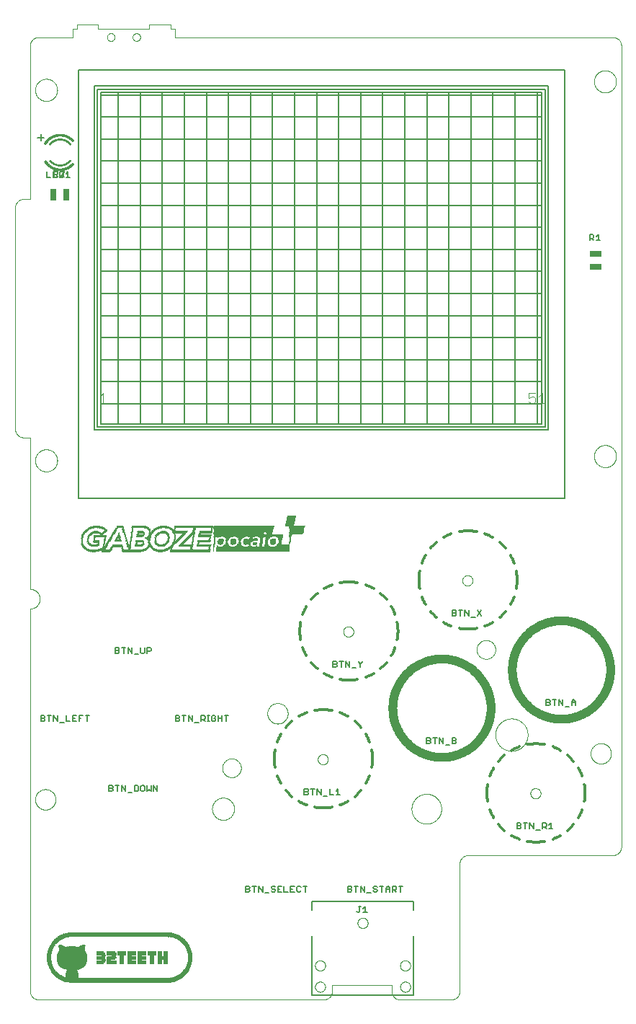
<source format=gto>
G75*
%MOIN*%
%OFA0B0*%
%FSLAX25Y25*%
%IPPOS*%
%LPD*%
%AMOC8*
5,1,8,0,0,1.08239X$1,22.5*
%
%ADD10C,0.01200*%
%ADD11C,0.04000*%
%ADD12C,0.00000*%
%ADD13C,0.00039*%
%ADD14R,0.00090X0.00083*%
%ADD15R,0.01920X0.00083*%
%ADD16R,0.00080X0.00083*%
%ADD17R,0.04170X0.00083*%
%ADD18R,0.08490X0.00083*%
%ADD19R,0.01750X0.00083*%
%ADD20R,0.18500X0.00083*%
%ADD21R,0.03250X0.00083*%
%ADD22R,0.09160X0.00083*%
%ADD23R,0.02840X0.00083*%
%ADD24R,0.18420X0.00083*%
%ADD25R,0.04250X0.00084*%
%ADD26R,0.04160X0.00084*%
%ADD27R,0.09750X0.00084*%
%ADD28R,0.03750X0.00084*%
%ADD29R,0.18500X0.00084*%
%ADD30R,0.00080X0.00084*%
%ADD31R,0.33920X0.00084*%
%ADD32R,0.04750X0.00083*%
%ADD33R,0.04170X0.00083*%
%ADD34R,0.09920X0.00083*%
%ADD35R,0.04250X0.00083*%
%ADD36R,0.33830X0.00083*%
%ADD37R,0.05420X0.00083*%
%ADD38R,0.10250X0.00083*%
%ADD39R,0.33920X0.00083*%
%ADD40R,0.05840X0.00084*%
%ADD41R,0.04170X0.00084*%
%ADD42R,0.10420X0.00084*%
%ADD43R,0.05170X0.00084*%
%ADD44R,0.33830X0.00084*%
%ADD45R,0.06580X0.00083*%
%ADD46R,0.10590X0.00083*%
%ADD47R,0.05760X0.00083*%
%ADD48R,0.06920X0.00083*%
%ADD49R,0.04160X0.00083*%
%ADD50R,0.10830X0.00083*%
%ADD51R,0.06080X0.00083*%
%ADD52R,0.18410X0.00083*%
%ADD53R,0.00160X0.00083*%
%ADD54R,0.07250X0.00084*%
%ADD55R,0.11170X0.00084*%
%ADD56R,0.06420X0.00084*%
%ADD57R,0.18410X0.00084*%
%ADD58R,0.00160X0.00084*%
%ADD59R,0.07590X0.00083*%
%ADD60R,0.11250X0.00083*%
%ADD61R,0.06670X0.00083*%
%ADD62R,0.02500X0.00083*%
%ADD63R,0.04080X0.00083*%
%ADD64R,0.01080X0.00083*%
%ADD65R,0.01000X0.00083*%
%ADD66R,0.00920X0.00083*%
%ADD67R,0.02670X0.00083*%
%ADD68R,0.02750X0.00083*%
%ADD69R,0.00830X0.00083*%
%ADD70R,0.01010X0.00083*%
%ADD71R,0.33750X0.00083*%
%ADD72R,0.02410X0.00084*%
%ADD73R,0.01080X0.00084*%
%ADD74R,0.01000X0.00084*%
%ADD75R,0.00840X0.00084*%
%ADD76R,0.02670X0.00084*%
%ADD77R,0.02420X0.00084*%
%ADD78R,0.02660X0.00084*%
%ADD79R,0.00830X0.00084*%
%ADD80R,0.00920X0.00084*%
%ADD81R,0.33750X0.00084*%
%ADD82R,0.02090X0.00083*%
%ADD83R,0.03660X0.00083*%
%ADD84R,0.00910X0.00083*%
%ADD85R,0.00840X0.00083*%
%ADD86R,0.02080X0.00083*%
%ADD87R,0.00920X0.00083*%
%ADD88R,0.01910X0.00083*%
%ADD89R,0.03160X0.00083*%
%ADD90R,0.01830X0.00083*%
%ADD91R,0.01920X0.00083*%
%ADD92R,0.01840X0.00084*%
%ADD93R,0.02920X0.00084*%
%ADD94R,0.00910X0.00084*%
%ADD95R,0.01830X0.00084*%
%ADD96R,0.02000X0.00084*%
%ADD97R,0.00250X0.00084*%
%ADD98R,0.01670X0.00083*%
%ADD99R,0.01660X0.00083*%
%ADD100R,0.01580X0.00083*%
%ADD101R,0.00750X0.00083*%
%ADD102R,0.00250X0.00083*%
%ADD103R,0.01590X0.00083*%
%ADD104R,0.02580X0.00083*%
%ADD105R,0.01500X0.00083*%
%ADD106R,0.01420X0.00084*%
%ADD107R,0.02340X0.00084*%
%ADD108R,0.00920X0.00084*%
%ADD109R,0.01410X0.00084*%
%ADD110R,0.01670X0.00084*%
%ADD111R,0.01410X0.00083*%
%ADD112R,0.01420X0.00083*%
%ADD113R,0.01250X0.00083*%
%ADD114R,0.01340X0.00083*%
%ADD115R,0.01330X0.00083*%
%ADD116R,0.33670X0.00083*%
%ADD117R,0.01250X0.00084*%
%ADD118R,0.01170X0.00084*%
%ADD119R,0.02330X0.00084*%
%ADD120R,0.33670X0.00084*%
%ADD121R,0.01170X0.00083*%
%ADD122R,0.01170X0.00083*%
%ADD123R,0.01160X0.00083*%
%ADD124R,0.02160X0.00083*%
%ADD125R,0.02170X0.00083*%
%ADD126R,0.00330X0.00083*%
%ADD127R,0.01090X0.00084*%
%ADD128R,0.01670X0.00084*%
%ADD129R,0.01920X0.00084*%
%ADD130R,0.00330X0.00084*%
%ADD131R,0.01670X0.00083*%
%ADD132R,0.01840X0.00083*%
%ADD133R,0.33580X0.00083*%
%ADD134R,0.01750X0.00084*%
%ADD135R,0.00090X0.00084*%
%ADD136R,0.01330X0.00084*%
%ADD137R,0.01160X0.00084*%
%ADD138R,0.01590X0.00084*%
%ADD139R,0.33580X0.00084*%
%ADD140R,0.04910X0.00083*%
%ADD141R,0.07750X0.00083*%
%ADD142R,0.07420X0.00083*%
%ADD143R,0.05340X0.00083*%
%ADD144R,0.00410X0.00083*%
%ADD145R,0.04420X0.00083*%
%ADD146R,0.02250X0.00083*%
%ADD147R,0.02910X0.00083*%
%ADD148R,0.07080X0.00083*%
%ADD149R,0.05250X0.00084*%
%ADD150R,0.01500X0.00084*%
%ADD151R,0.02580X0.00084*%
%ADD152R,0.00410X0.00084*%
%ADD153R,0.00750X0.00084*%
%ADD154R,0.03500X0.00084*%
%ADD155R,0.03830X0.00084*%
%ADD156R,0.00590X0.00084*%
%ADD157R,0.02500X0.00084*%
%ADD158R,0.06830X0.00084*%
%ADD159R,0.01090X0.00083*%
%ADD160R,0.05160X0.00083*%
%ADD161R,0.03090X0.00083*%
%ADD162R,0.02000X0.00083*%
%ADD163R,0.01420X0.00083*%
%ADD164R,0.06830X0.00083*%
%ADD165R,0.06420X0.00083*%
%ADD166R,0.00580X0.00083*%
%ADD167R,0.03510X0.00083*%
%ADD168R,0.00500X0.00083*%
%ADD169R,0.02330X0.00083*%
%ADD170R,0.06670X0.00083*%
%ADD171R,0.03000X0.00083*%
%ADD172R,0.05080X0.00083*%
%ADD173R,0.06750X0.00083*%
%ADD174R,0.06330X0.00083*%
%ADD175R,0.02920X0.00083*%
%ADD176R,0.03170X0.00083*%
%ADD177R,0.00340X0.00083*%
%ADD178R,0.06500X0.00083*%
%ADD179R,0.03410X0.00084*%
%ADD180R,0.05080X0.00084*%
%ADD181R,0.03420X0.00084*%
%ADD182R,0.03170X0.00084*%
%ADD183R,0.06660X0.00084*%
%ADD184R,0.06420X0.00084*%
%ADD185R,0.02170X0.00084*%
%ADD186R,0.06330X0.00084*%
%ADD187R,0.03830X0.00083*%
%ADD188R,0.04920X0.00083*%
%ADD189R,0.03590X0.00083*%
%ADD190R,0.03420X0.00083*%
%ADD191R,0.06340X0.00083*%
%ADD192R,0.00170X0.00083*%
%ADD193R,0.02660X0.00083*%
%ADD194R,0.00170X0.00083*%
%ADD195R,0.06250X0.00083*%
%ADD196R,0.03750X0.00083*%
%ADD197R,0.02420X0.00083*%
%ADD198R,0.00670X0.00083*%
%ADD199R,0.04330X0.00084*%
%ADD200R,0.04830X0.00084*%
%ADD201R,0.04000X0.00084*%
%ADD202R,0.06500X0.00084*%
%ADD203R,0.06340X0.00084*%
%ADD204R,0.02090X0.00084*%
%ADD205R,0.02250X0.00084*%
%ADD206R,0.00670X0.00084*%
%ADD207R,0.05920X0.00084*%
%ADD208R,0.04830X0.00083*%
%ADD209R,0.04090X0.00083*%
%ADD210R,0.06410X0.00083*%
%ADD211R,0.05920X0.00083*%
%ADD212R,0.04500X0.00083*%
%ADD213R,0.03840X0.00083*%
%ADD214R,0.00670X0.00083*%
%ADD215R,0.05830X0.00083*%
%ADD216R,0.04580X0.00084*%
%ADD217R,0.04670X0.00084*%
%ADD218R,0.03920X0.00084*%
%ADD219R,0.04410X0.00084*%
%ADD220R,0.01420X0.00084*%
%ADD221R,0.00500X0.00084*%
%ADD222R,0.01910X0.00084*%
%ADD223R,0.01920X0.00084*%
%ADD224R,0.00760X0.00084*%
%ADD225R,0.03910X0.00083*%
%ADD226R,0.04670X0.00083*%
%ADD227R,0.06420X0.00083*%
%ADD228R,0.06170X0.00083*%
%ADD229R,0.00420X0.00083*%
%ADD230R,0.01170X0.00084*%
%ADD231R,0.00580X0.00084*%
%ADD232R,0.00760X0.00083*%
%ADD233R,0.03170X0.00083*%
%ADD234R,0.02420X0.00084*%
%ADD235R,0.03250X0.00084*%
%ADD236R,0.01580X0.00084*%
%ADD237R,0.02410X0.00083*%
%ADD238R,0.03330X0.00083*%
%ADD239R,0.02750X0.00084*%
%ADD240R,0.01660X0.00084*%
%ADD241R,0.00660X0.00083*%
%ADD242R,0.03500X0.00083*%
%ADD243R,0.02910X0.00084*%
%ADD244R,0.05830X0.00084*%
%ADD245R,0.00660X0.00084*%
%ADD246R,0.03670X0.00084*%
%ADD247R,0.04000X0.00083*%
%ADD248R,0.05750X0.00083*%
%ADD249R,0.02830X0.00083*%
%ADD250R,0.03920X0.00083*%
%ADD251R,0.05840X0.00083*%
%ADD252R,0.00420X0.00083*%
%ADD253R,0.02080X0.00084*%
%ADD254R,0.02830X0.00084*%
%ADD255R,0.02840X0.00084*%
%ADD256R,0.02670X0.00083*%
%ADD257R,0.03000X0.00084*%
%ADD258R,0.03080X0.00084*%
%ADD259R,0.03580X0.00084*%
%ADD260R,0.02670X0.00084*%
%ADD261R,0.02920X0.00083*%
%ADD262R,0.03080X0.00083*%
%ADD263R,0.04580X0.00083*%
%ADD264R,0.02990X0.00084*%
%ADD265R,0.03330X0.00084*%
%ADD266R,0.04920X0.00084*%
%ADD267R,0.02420X0.00083*%
%ADD268R,0.02590X0.00083*%
%ADD269R,0.05500X0.00083*%
%ADD270R,0.00740X0.00083*%
%ADD271R,0.01490X0.00083*%
%ADD272R,0.00670X0.00084*%
%ADD273R,0.02340X0.00083*%
%ADD274R,0.02590X0.00084*%
%ADD275R,0.02160X0.00084*%
%ADD276R,0.02170X0.00083*%
%ADD277R,0.02170X0.00084*%
%ADD278R,0.03670X0.00083*%
%ADD279R,0.05670X0.00084*%
%ADD280R,0.03840X0.00084*%
%ADD281R,0.04090X0.00084*%
%ADD282R,0.02510X0.00084*%
%ADD283R,0.05670X0.00083*%
%ADD284R,0.01240X0.00083*%
%ADD285R,0.03240X0.00083*%
%ADD286R,0.04760X0.00083*%
%ADD287R,0.06920X0.00083*%
%ADD288R,0.03580X0.00083*%
%ADD289R,0.32080X0.00083*%
%ADD290R,0.32080X0.00084*%
%ADD291R,0.05670X0.00084*%
%ADD292R,0.32160X0.00084*%
%ADD293R,0.05670X0.00083*%
%ADD294R,0.03420X0.00083*%
%ADD295R,0.05910X0.00083*%
%ADD296R,0.32160X0.00083*%
%ADD297R,0.32250X0.00083*%
%ADD298R,0.23410X0.00084*%
%ADD299R,0.08250X0.00084*%
%ADD300R,0.23330X0.00083*%
%ADD301R,0.08090X0.00083*%
%ADD302R,0.23250X0.00083*%
%ADD303R,0.01340X0.00084*%
%ADD304R,0.23160X0.00084*%
%ADD305R,0.00590X0.00083*%
%ADD306R,0.23160X0.00083*%
%ADD307R,0.23080X0.00083*%
%ADD308R,0.23080X0.00084*%
%ADD309R,0.06250X0.00084*%
%ADD310R,0.01740X0.00083*%
%ADD311R,0.06090X0.00083*%
%ADD312R,0.04910X0.00084*%
%ADD313R,0.04670X0.00084*%
%ADD314R,0.06000X0.00084*%
%ADD315R,0.06170X0.00084*%
%ADD316R,0.06410X0.00084*%
%ADD317R,0.06000X0.00083*%
%ADD318R,0.04410X0.00083*%
%ADD319R,0.03420X0.00084*%
%ADD320R,0.03920X0.00084*%
%ADD321R,0.06080X0.00084*%
%ADD322R,0.23250X0.00084*%
%ADD323R,0.06660X0.00083*%
%ADD324R,0.23410X0.00083*%
%ADD325R,0.03090X0.00084*%
%ADD326R,0.02920X0.00084*%
%ADD327R,0.06840X0.00084*%
%ADD328R,0.06160X0.00084*%
%ADD329R,0.23580X0.00084*%
%ADD330R,0.06580X0.00084*%
%ADD331R,0.06840X0.00083*%
%ADD332R,0.23580X0.00083*%
%ADD333R,0.07000X0.00083*%
%ADD334R,0.27410X0.00083*%
%ADD335R,0.07080X0.00084*%
%ADD336R,0.27410X0.00084*%
%ADD337R,0.27500X0.00083*%
%ADD338R,0.27500X0.00084*%
%ADD339R,0.06750X0.00084*%
%ADD340R,0.27580X0.00083*%
%ADD341R,0.27580X0.00084*%
%ADD342R,0.06670X0.00084*%
%ADD343R,0.27660X0.00083*%
%ADD344R,0.27660X0.00084*%
%ADD345R,0.06910X0.00083*%
%ADD346R,0.27750X0.00084*%
%ADD347R,0.06910X0.00084*%
%ADD348R,0.27750X0.00083*%
%ADD349R,0.06920X0.00084*%
%ADD350R,0.07830X0.00083*%
%ADD351R,0.18000X0.00083*%
%ADD352R,0.27830X0.00083*%
%ADD353R,0.07750X0.00084*%
%ADD354R,0.18000X0.00084*%
%ADD355R,0.27830X0.00084*%
%ADD356R,0.03410X0.00083*%
%ADD357R,0.07580X0.00083*%
%ADD358R,0.06160X0.00083*%
%ADD359R,0.07670X0.00083*%
%ADD360R,0.07420X0.00084*%
%ADD361R,0.05660X0.00084*%
%ADD362R,0.07000X0.00084*%
%ADD363R,0.05580X0.00083*%
%ADD364R,0.07250X0.00083*%
%ADD365R,0.05420X0.00083*%
%ADD366R,0.18090X0.00083*%
%ADD367R,0.27910X0.00083*%
%ADD368R,0.04420X0.00084*%
%ADD369R,0.06920X0.00084*%
%ADD370R,0.18090X0.00084*%
%ADD371R,0.27910X0.00084*%
%ADD372R,0.07160X0.00084*%
%ADD373R,0.06590X0.00083*%
%ADD374R,0.05500X0.00084*%
%ADD375R,0.03920X0.00083*%
%ADD376R,0.03910X0.00084*%
%ADD377R,0.47420X0.00084*%
%ADD378R,0.48080X0.00083*%
%ADD379R,0.49170X0.00083*%
%ADD380R,0.49920X0.00084*%
%ADD381R,0.50500X0.00083*%
%ADD382R,0.51170X0.00083*%
%ADD383R,0.51660X0.00084*%
%ADD384R,0.52170X0.00083*%
%ADD385R,0.52670X0.00083*%
%ADD386R,0.53080X0.00084*%
%ADD387R,0.53340X0.00083*%
%ADD388R,0.53750X0.00083*%
%ADD389R,0.54250X0.00084*%
%ADD390R,0.54580X0.00083*%
%ADD391R,0.54830X0.00083*%
%ADD392R,0.55000X0.00084*%
%ADD393R,0.55420X0.00083*%
%ADD394R,0.55750X0.00083*%
%ADD395R,0.56080X0.00084*%
%ADD396R,0.56330X0.00083*%
%ADD397R,0.56580X0.00083*%
%ADD398R,0.56830X0.00084*%
%ADD399R,0.09330X0.00083*%
%ADD400R,0.09340X0.00083*%
%ADD401R,0.05660X0.00083*%
%ADD402R,0.09590X0.00084*%
%ADD403R,0.05090X0.00084*%
%ADD404R,0.09590X0.00083*%
%ADD405R,0.04330X0.00083*%
%ADD406R,0.05750X0.00084*%
%ADD407R,0.03670X0.00083*%
%ADD408R,0.03670X0.00084*%
%ADD409R,0.05590X0.00083*%
%ADD410R,0.05590X0.00084*%
%ADD411R,0.05420X0.00084*%
%ADD412R,0.02490X0.00084*%
%ADD413R,0.05330X0.00083*%
%ADD414R,0.05410X0.00083*%
%ADD415R,0.05250X0.00083*%
%ADD416R,0.05170X0.00083*%
%ADD417R,0.02240X0.00084*%
%ADD418R,0.04420X0.00083*%
%ADD419R,0.04170X0.00084*%
%ADD420R,0.00340X0.00084*%
%ADD421R,0.07160X0.00083*%
%ADD422R,0.07580X0.00084*%
%ADD423R,0.08500X0.00083*%
%ADD424R,0.08920X0.00084*%
%ADD425R,0.09170X0.00083*%
%ADD426R,0.09500X0.00083*%
%ADD427R,0.09830X0.00084*%
%ADD428R,0.10090X0.00083*%
%ADD429R,0.10330X0.00083*%
%ADD430R,0.10500X0.00084*%
%ADD431R,0.11000X0.00083*%
%ADD432R,0.11330X0.00083*%
%ADD433R,0.11580X0.00083*%
%ADD434R,0.11670X0.00084*%
%ADD435R,0.11830X0.00083*%
%ADD436R,0.12000X0.00083*%
%ADD437R,0.12090X0.00084*%
%ADD438R,0.12170X0.00083*%
%ADD439R,0.02010X0.00083*%
%ADD440R,0.12420X0.00083*%
%ADD441R,0.12410X0.00084*%
%ADD442R,0.12500X0.00083*%
%ADD443R,0.12670X0.00083*%
%ADD444R,0.12750X0.00084*%
%ADD445R,0.12910X0.00083*%
%ADD446R,0.13000X0.00083*%
%ADD447R,0.13000X0.00084*%
%ADD448R,0.13170X0.00083*%
%ADD449R,0.04340X0.00083*%
%ADD450R,0.13250X0.00084*%
%ADD451R,0.03660X0.00084*%
%ADD452R,0.04340X0.00084*%
%ADD453R,0.13330X0.00083*%
%ADD454R,0.13420X0.00083*%
%ADD455R,0.13420X0.00084*%
%ADD456R,0.13500X0.00083*%
%ADD457R,0.13590X0.00083*%
%ADD458R,0.13590X0.00084*%
%ADD459R,0.13670X0.00083*%
%ADD460R,0.13830X0.00084*%
%ADD461R,0.13750X0.00083*%
%ADD462R,0.13830X0.00083*%
%ADD463R,0.02010X0.00084*%
%ADD464R,0.13910X0.00083*%
%ADD465R,0.13910X0.00084*%
%ADD466R,0.13920X0.00083*%
%ADD467R,0.14000X0.00083*%
%ADD468R,0.14000X0.00084*%
%ADD469R,0.14160X0.00083*%
%ADD470R,0.14080X0.00084*%
%ADD471R,0.14080X0.00083*%
%ADD472R,0.14160X0.00084*%
%ADD473R,0.04500X0.00084*%
%ADD474R,0.13250X0.00083*%
%ADD475R,0.13170X0.00084*%
%ADD476R,0.13090X0.00083*%
%ADD477R,0.12830X0.00084*%
%ADD478R,0.12580X0.00083*%
%ADD479R,0.12590X0.00084*%
%ADD480R,0.12080X0.00084*%
%ADD481R,0.11910X0.00083*%
%ADD482R,0.12000X0.00084*%
%ADD483R,0.12090X0.00083*%
%ADD484R,0.12250X0.00083*%
%ADD485R,0.12250X0.00084*%
%ADD486R,0.12330X0.00083*%
%ADD487R,0.12330X0.00084*%
%ADD488R,0.05000X0.00084*%
%ADD489R,0.00170X0.00084*%
%ADD490R,0.02240X0.00083*%
%ADD491R,0.03260X0.00084*%
%ADD492R,0.03340X0.00083*%
%ADD493R,0.03590X0.00084*%
%ADD494R,0.05090X0.00083*%
%ADD495R,0.56410X0.00083*%
%ADD496R,0.56170X0.00084*%
%ADD497R,0.55670X0.00083*%
%ADD498R,0.55330X0.00084*%
%ADD499R,0.55170X0.00083*%
%ADD500R,0.54670X0.00083*%
%ADD501R,0.54410X0.00084*%
%ADD502R,0.53830X0.00083*%
%ADD503R,0.53580X0.00083*%
%ADD504R,0.53170X0.00084*%
%ADD505R,0.52330X0.00083*%
%ADD506R,0.51830X0.00084*%
%ADD507R,0.51500X0.00083*%
%ADD508R,0.50910X0.00083*%
%ADD509R,0.50330X0.00084*%
%ADD510R,0.49660X0.00083*%
%ADD511R,0.48830X0.00083*%
%ADD512R,0.48250X0.00084*%
%ADD513R,0.47750X0.00083*%
%ADD514R,0.05512X0.02559*%
%ADD515C,0.00500*%
%ADD516R,0.02559X0.05512*%
%ADD517C,0.00060*%
%ADD518C,0.00100*%
%ADD519C,0.00800*%
%ADD520C,0.00400*%
D10*
X0152507Y0108074D02*
X0152998Y0107992D01*
X0153491Y0107922D01*
X0153986Y0107862D01*
X0154482Y0107812D01*
X0154979Y0107774D01*
X0155477Y0107747D01*
X0155975Y0107730D01*
X0156473Y0107725D01*
X0134106Y0126475D02*
X0134024Y0126966D01*
X0133954Y0127459D01*
X0133894Y0127954D01*
X0133844Y0128450D01*
X0133806Y0128947D01*
X0133779Y0129445D01*
X0133762Y0129943D01*
X0133757Y0130441D01*
X0133762Y0130939D01*
X0133779Y0131437D01*
X0133806Y0131935D01*
X0133844Y0132432D01*
X0133894Y0132928D01*
X0133954Y0133423D01*
X0134024Y0133916D01*
X0134106Y0134407D01*
X0152507Y0152808D02*
X0152998Y0152890D01*
X0153491Y0152960D01*
X0153986Y0153020D01*
X0154482Y0153070D01*
X0154979Y0153108D01*
X0155477Y0153135D01*
X0155975Y0153152D01*
X0156473Y0153157D01*
X0139064Y0115847D02*
X0139388Y0115469D01*
X0139721Y0115098D01*
X0140061Y0114734D01*
X0140410Y0114378D01*
X0140766Y0114029D01*
X0141130Y0113689D01*
X0141501Y0113356D01*
X0141879Y0113032D01*
X0173882Y0145035D02*
X0173558Y0145413D01*
X0173225Y0145784D01*
X0172885Y0146148D01*
X0172536Y0146504D01*
X0172180Y0146853D01*
X0171816Y0147193D01*
X0171445Y0147526D01*
X0171067Y0147850D01*
X0160439Y0152808D02*
X0159948Y0152890D01*
X0159455Y0152960D01*
X0158960Y0153020D01*
X0158464Y0153070D01*
X0157967Y0153108D01*
X0157469Y0153135D01*
X0156971Y0153152D01*
X0156473Y0153157D01*
X0178840Y0134407D02*
X0178922Y0133916D01*
X0178992Y0133423D01*
X0179052Y0132928D01*
X0179102Y0132432D01*
X0179140Y0131935D01*
X0179167Y0131437D01*
X0179184Y0130939D01*
X0179189Y0130441D01*
X0141879Y0147850D02*
X0141501Y0147526D01*
X0141130Y0147193D01*
X0140766Y0146853D01*
X0140410Y0146504D01*
X0140061Y0146148D01*
X0139721Y0145784D01*
X0139388Y0145413D01*
X0139064Y0145035D01*
X0171067Y0113032D02*
X0171445Y0113356D01*
X0171816Y0113689D01*
X0172180Y0114029D01*
X0172536Y0114378D01*
X0172885Y0114734D01*
X0173225Y0115098D01*
X0173558Y0115469D01*
X0173882Y0115847D01*
X0178840Y0126475D02*
X0178922Y0126966D01*
X0178992Y0127459D01*
X0179052Y0127954D01*
X0179102Y0128450D01*
X0179140Y0128947D01*
X0179167Y0129445D01*
X0179184Y0129943D01*
X0179189Y0130441D01*
X0160439Y0108074D02*
X0159948Y0107992D01*
X0159455Y0107922D01*
X0158960Y0107862D01*
X0158464Y0107812D01*
X0157967Y0107774D01*
X0157469Y0107747D01*
X0156971Y0107730D01*
X0156473Y0107725D01*
X0148709Y0109092D02*
X0148242Y0109268D01*
X0147780Y0109453D01*
X0147321Y0109649D01*
X0146867Y0109855D01*
X0146418Y0110070D01*
X0145974Y0110296D01*
X0145534Y0110531D01*
X0145100Y0110776D01*
X0136808Y0119068D02*
X0136563Y0119502D01*
X0136328Y0119942D01*
X0136102Y0120386D01*
X0135887Y0120835D01*
X0135681Y0121289D01*
X0135485Y0121748D01*
X0135300Y0122210D01*
X0135124Y0122677D01*
X0135124Y0138205D02*
X0135300Y0138672D01*
X0135485Y0139134D01*
X0135681Y0139593D01*
X0135887Y0140047D01*
X0136102Y0140496D01*
X0136328Y0140940D01*
X0136563Y0141380D01*
X0136808Y0141814D01*
X0145100Y0150106D02*
X0145534Y0150351D01*
X0145974Y0150586D01*
X0146418Y0150812D01*
X0146867Y0151027D01*
X0147321Y0151233D01*
X0147780Y0151429D01*
X0148242Y0151614D01*
X0148709Y0151790D01*
X0164237Y0151790D02*
X0164704Y0151614D01*
X0165166Y0151429D01*
X0165625Y0151233D01*
X0166079Y0151027D01*
X0166528Y0150812D01*
X0166972Y0150586D01*
X0167412Y0150351D01*
X0167846Y0150106D01*
X0176138Y0141814D02*
X0176383Y0141380D01*
X0176618Y0140940D01*
X0176844Y0140496D01*
X0177059Y0140047D01*
X0177265Y0139593D01*
X0177461Y0139134D01*
X0177646Y0138672D01*
X0177822Y0138205D01*
X0177822Y0122677D02*
X0177646Y0122210D01*
X0177461Y0121748D01*
X0177265Y0121289D01*
X0177059Y0120835D01*
X0176844Y0120386D01*
X0176618Y0119942D01*
X0176383Y0119502D01*
X0176138Y0119068D01*
X0167846Y0110776D02*
X0167412Y0110531D01*
X0166972Y0110296D01*
X0166528Y0110070D01*
X0166079Y0109855D01*
X0165625Y0109649D01*
X0165166Y0109453D01*
X0164704Y0109268D01*
X0164237Y0109092D01*
X0168284Y0166780D02*
X0167786Y0166785D01*
X0167288Y0166802D01*
X0166790Y0166829D01*
X0166293Y0166867D01*
X0165797Y0166917D01*
X0165302Y0166977D01*
X0164809Y0167047D01*
X0164318Y0167129D01*
X0145917Y0185530D02*
X0145835Y0186021D01*
X0145765Y0186514D01*
X0145705Y0187009D01*
X0145655Y0187505D01*
X0145617Y0188002D01*
X0145590Y0188500D01*
X0145573Y0188998D01*
X0145568Y0189496D01*
X0145573Y0189994D01*
X0145590Y0190492D01*
X0145617Y0190990D01*
X0145655Y0191487D01*
X0145705Y0191983D01*
X0145765Y0192478D01*
X0145835Y0192971D01*
X0145917Y0193462D01*
X0164318Y0211863D02*
X0164809Y0211945D01*
X0165302Y0212015D01*
X0165797Y0212075D01*
X0166293Y0212125D01*
X0166790Y0212163D01*
X0167288Y0212190D01*
X0167786Y0212207D01*
X0168284Y0212212D01*
X0150875Y0174902D02*
X0151199Y0174524D01*
X0151532Y0174153D01*
X0151872Y0173789D01*
X0152221Y0173433D01*
X0152577Y0173084D01*
X0152941Y0172744D01*
X0153312Y0172411D01*
X0153690Y0172087D01*
X0185693Y0204090D02*
X0185369Y0204468D01*
X0185036Y0204839D01*
X0184696Y0205203D01*
X0184347Y0205559D01*
X0183991Y0205908D01*
X0183627Y0206248D01*
X0183256Y0206581D01*
X0182878Y0206905D01*
X0172250Y0211863D02*
X0171759Y0211945D01*
X0171266Y0212015D01*
X0170771Y0212075D01*
X0170275Y0212125D01*
X0169778Y0212163D01*
X0169280Y0212190D01*
X0168782Y0212207D01*
X0168284Y0212212D01*
X0190651Y0193462D02*
X0190733Y0192971D01*
X0190803Y0192478D01*
X0190863Y0191983D01*
X0190913Y0191487D01*
X0190951Y0190990D01*
X0190978Y0190492D01*
X0190995Y0189994D01*
X0191000Y0189496D01*
X0153690Y0206905D02*
X0153312Y0206581D01*
X0152941Y0206248D01*
X0152577Y0205908D01*
X0152221Y0205559D01*
X0151872Y0205203D01*
X0151532Y0204839D01*
X0151199Y0204468D01*
X0150875Y0204090D01*
X0182878Y0172087D02*
X0183256Y0172411D01*
X0183627Y0172744D01*
X0183991Y0173084D01*
X0184347Y0173433D01*
X0184696Y0173789D01*
X0185036Y0174153D01*
X0185369Y0174524D01*
X0185693Y0174902D01*
X0190651Y0185530D02*
X0190733Y0186021D01*
X0190803Y0186514D01*
X0190863Y0187009D01*
X0190913Y0187505D01*
X0190951Y0188002D01*
X0190978Y0188500D01*
X0190995Y0188998D01*
X0191000Y0189496D01*
X0172250Y0167129D02*
X0171759Y0167047D01*
X0171266Y0166977D01*
X0170771Y0166917D01*
X0170275Y0166867D01*
X0169778Y0166829D01*
X0169280Y0166802D01*
X0168782Y0166785D01*
X0168284Y0166780D01*
X0160520Y0168147D02*
X0160053Y0168323D01*
X0159591Y0168508D01*
X0159132Y0168704D01*
X0158678Y0168910D01*
X0158229Y0169125D01*
X0157785Y0169351D01*
X0157345Y0169586D01*
X0156911Y0169831D01*
X0148619Y0178123D02*
X0148374Y0178557D01*
X0148139Y0178997D01*
X0147913Y0179441D01*
X0147698Y0179890D01*
X0147492Y0180344D01*
X0147296Y0180803D01*
X0147111Y0181265D01*
X0146935Y0181732D01*
X0146935Y0197260D02*
X0147111Y0197727D01*
X0147296Y0198189D01*
X0147492Y0198648D01*
X0147698Y0199102D01*
X0147913Y0199551D01*
X0148139Y0199995D01*
X0148374Y0200435D01*
X0148619Y0200869D01*
X0156911Y0209161D02*
X0157345Y0209406D01*
X0157785Y0209641D01*
X0158229Y0209867D01*
X0158678Y0210082D01*
X0159132Y0210288D01*
X0159591Y0210484D01*
X0160053Y0210669D01*
X0160520Y0210845D01*
X0176048Y0210845D02*
X0176515Y0210669D01*
X0176977Y0210484D01*
X0177436Y0210288D01*
X0177890Y0210082D01*
X0178339Y0209867D01*
X0178783Y0209641D01*
X0179223Y0209406D01*
X0179657Y0209161D01*
X0187949Y0200869D02*
X0188194Y0200435D01*
X0188429Y0199995D01*
X0188655Y0199551D01*
X0188870Y0199102D01*
X0189076Y0198648D01*
X0189272Y0198189D01*
X0189457Y0197727D01*
X0189633Y0197260D01*
X0189633Y0181732D02*
X0189457Y0181265D01*
X0189272Y0180803D01*
X0189076Y0180344D01*
X0188870Y0179890D01*
X0188655Y0179441D01*
X0188429Y0178997D01*
X0188194Y0178557D01*
X0187949Y0178123D01*
X0179657Y0169831D02*
X0179223Y0169586D01*
X0178783Y0169351D01*
X0178339Y0169125D01*
X0177890Y0168910D01*
X0177436Y0168704D01*
X0176977Y0168508D01*
X0176515Y0168323D01*
X0176048Y0168147D01*
X0219436Y0190751D02*
X0219927Y0190669D01*
X0220420Y0190599D01*
X0220915Y0190539D01*
X0221411Y0190489D01*
X0221908Y0190451D01*
X0222406Y0190424D01*
X0222904Y0190407D01*
X0223402Y0190402D01*
X0201035Y0209152D02*
X0200953Y0209643D01*
X0200883Y0210136D01*
X0200823Y0210631D01*
X0200773Y0211127D01*
X0200735Y0211624D01*
X0200708Y0212122D01*
X0200691Y0212620D01*
X0200686Y0213118D01*
X0200691Y0213616D01*
X0200708Y0214114D01*
X0200735Y0214612D01*
X0200773Y0215109D01*
X0200823Y0215605D01*
X0200883Y0216100D01*
X0200953Y0216593D01*
X0201035Y0217084D01*
X0219436Y0235485D02*
X0219927Y0235567D01*
X0220420Y0235637D01*
X0220915Y0235697D01*
X0221411Y0235747D01*
X0221908Y0235785D01*
X0222406Y0235812D01*
X0222904Y0235829D01*
X0223402Y0235834D01*
X0205993Y0198524D02*
X0206317Y0198146D01*
X0206650Y0197775D01*
X0206990Y0197411D01*
X0207339Y0197055D01*
X0207695Y0196706D01*
X0208059Y0196366D01*
X0208430Y0196033D01*
X0208808Y0195709D01*
X0240811Y0227712D02*
X0240487Y0228090D01*
X0240154Y0228461D01*
X0239814Y0228825D01*
X0239465Y0229181D01*
X0239109Y0229530D01*
X0238745Y0229870D01*
X0238374Y0230203D01*
X0237996Y0230527D01*
X0227368Y0235485D02*
X0226877Y0235567D01*
X0226384Y0235637D01*
X0225889Y0235697D01*
X0225393Y0235747D01*
X0224896Y0235785D01*
X0224398Y0235812D01*
X0223900Y0235829D01*
X0223402Y0235834D01*
X0245769Y0217084D02*
X0245851Y0216593D01*
X0245921Y0216100D01*
X0245981Y0215605D01*
X0246031Y0215109D01*
X0246069Y0214612D01*
X0246096Y0214114D01*
X0246113Y0213616D01*
X0246118Y0213118D01*
X0208808Y0230527D02*
X0208430Y0230203D01*
X0208059Y0229870D01*
X0207695Y0229530D01*
X0207339Y0229181D01*
X0206990Y0228825D01*
X0206650Y0228461D01*
X0206317Y0228090D01*
X0205993Y0227712D01*
X0237996Y0195709D02*
X0238374Y0196033D01*
X0238745Y0196366D01*
X0239109Y0196706D01*
X0239465Y0197055D01*
X0239814Y0197411D01*
X0240154Y0197775D01*
X0240487Y0198146D01*
X0240811Y0198524D01*
X0245769Y0209152D02*
X0245851Y0209643D01*
X0245921Y0210136D01*
X0245981Y0210631D01*
X0246031Y0211127D01*
X0246069Y0211624D01*
X0246096Y0212122D01*
X0246113Y0212620D01*
X0246118Y0213118D01*
X0227368Y0190751D02*
X0226877Y0190669D01*
X0226384Y0190599D01*
X0225889Y0190539D01*
X0225393Y0190489D01*
X0224896Y0190451D01*
X0224398Y0190424D01*
X0223900Y0190407D01*
X0223402Y0190402D01*
X0215638Y0191769D02*
X0215171Y0191945D01*
X0214709Y0192130D01*
X0214250Y0192326D01*
X0213796Y0192532D01*
X0213347Y0192747D01*
X0212903Y0192973D01*
X0212463Y0193208D01*
X0212029Y0193453D01*
X0203737Y0201745D02*
X0203492Y0202179D01*
X0203257Y0202619D01*
X0203031Y0203063D01*
X0202816Y0203512D01*
X0202610Y0203966D01*
X0202414Y0204425D01*
X0202229Y0204887D01*
X0202053Y0205354D01*
X0202053Y0220882D02*
X0202229Y0221349D01*
X0202414Y0221811D01*
X0202610Y0222270D01*
X0202816Y0222724D01*
X0203031Y0223173D01*
X0203257Y0223617D01*
X0203492Y0224057D01*
X0203737Y0224491D01*
X0212029Y0232783D02*
X0212463Y0233028D01*
X0212903Y0233263D01*
X0213347Y0233489D01*
X0213796Y0233704D01*
X0214250Y0233910D01*
X0214709Y0234106D01*
X0215171Y0234291D01*
X0215638Y0234467D01*
X0231166Y0234467D02*
X0231633Y0234291D01*
X0232095Y0234106D01*
X0232554Y0233910D01*
X0233008Y0233704D01*
X0233457Y0233489D01*
X0233901Y0233263D01*
X0234341Y0233028D01*
X0234775Y0232783D01*
X0243067Y0224491D02*
X0243312Y0224057D01*
X0243547Y0223617D01*
X0243773Y0223173D01*
X0243988Y0222724D01*
X0244194Y0222270D01*
X0244390Y0221811D01*
X0244575Y0221349D01*
X0244751Y0220882D01*
X0244751Y0205354D02*
X0244575Y0204887D01*
X0244390Y0204425D01*
X0244194Y0203966D01*
X0243988Y0203512D01*
X0243773Y0203063D01*
X0243547Y0202619D01*
X0243312Y0202179D01*
X0243067Y0201745D01*
X0234775Y0193453D02*
X0234341Y0193208D01*
X0233901Y0192973D01*
X0233457Y0192747D01*
X0233008Y0192532D01*
X0232554Y0192326D01*
X0232095Y0192130D01*
X0231633Y0191945D01*
X0231166Y0191769D01*
X0232531Y0118659D02*
X0232449Y0118168D01*
X0232379Y0117675D01*
X0232319Y0117180D01*
X0232269Y0116684D01*
X0232231Y0116187D01*
X0232204Y0115689D01*
X0232187Y0115191D01*
X0232182Y0114693D01*
X0250932Y0092326D02*
X0251423Y0092244D01*
X0251916Y0092174D01*
X0252411Y0092114D01*
X0252907Y0092064D01*
X0253404Y0092026D01*
X0253902Y0091999D01*
X0254400Y0091982D01*
X0254898Y0091977D01*
X0232531Y0110727D02*
X0232449Y0111218D01*
X0232379Y0111711D01*
X0232319Y0112206D01*
X0232269Y0112702D01*
X0232231Y0113199D01*
X0232204Y0113697D01*
X0232187Y0114195D01*
X0232182Y0114693D01*
X0250932Y0137060D02*
X0251423Y0137142D01*
X0251916Y0137212D01*
X0252411Y0137272D01*
X0252907Y0137322D01*
X0253404Y0137360D01*
X0253902Y0137387D01*
X0254400Y0137404D01*
X0254898Y0137409D01*
X0237489Y0100099D02*
X0237813Y0099721D01*
X0238146Y0099350D01*
X0238486Y0098986D01*
X0238835Y0098630D01*
X0239191Y0098281D01*
X0239555Y0097941D01*
X0239926Y0097608D01*
X0240304Y0097284D01*
X0272307Y0129287D02*
X0271983Y0129665D01*
X0271650Y0130036D01*
X0271310Y0130400D01*
X0270961Y0130756D01*
X0270605Y0131105D01*
X0270241Y0131445D01*
X0269870Y0131778D01*
X0269492Y0132102D01*
X0258864Y0137060D02*
X0258373Y0137142D01*
X0257880Y0137212D01*
X0257385Y0137272D01*
X0256889Y0137322D01*
X0256392Y0137360D01*
X0255894Y0137387D01*
X0255396Y0137404D01*
X0254898Y0137409D01*
X0277265Y0118659D02*
X0277347Y0118168D01*
X0277417Y0117675D01*
X0277477Y0117180D01*
X0277527Y0116684D01*
X0277565Y0116187D01*
X0277592Y0115689D01*
X0277609Y0115191D01*
X0277614Y0114693D01*
X0240304Y0132102D02*
X0239926Y0131778D01*
X0239555Y0131445D01*
X0239191Y0131105D01*
X0238835Y0130756D01*
X0238486Y0130400D01*
X0238146Y0130036D01*
X0237813Y0129665D01*
X0237489Y0129287D01*
X0269492Y0097284D02*
X0269870Y0097608D01*
X0270241Y0097941D01*
X0270605Y0098281D01*
X0270961Y0098630D01*
X0271310Y0098986D01*
X0271650Y0099350D01*
X0271983Y0099721D01*
X0272307Y0100099D01*
X0277265Y0110727D02*
X0277347Y0111218D01*
X0277417Y0111711D01*
X0277477Y0112206D01*
X0277527Y0112702D01*
X0277565Y0113199D01*
X0277592Y0113697D01*
X0277609Y0114195D01*
X0277614Y0114693D01*
X0258864Y0092326D02*
X0258373Y0092244D01*
X0257880Y0092174D01*
X0257385Y0092114D01*
X0256889Y0092064D01*
X0256392Y0092026D01*
X0255894Y0091999D01*
X0255396Y0091982D01*
X0254898Y0091977D01*
X0247134Y0093344D02*
X0246667Y0093520D01*
X0246205Y0093705D01*
X0245746Y0093901D01*
X0245292Y0094107D01*
X0244843Y0094322D01*
X0244399Y0094548D01*
X0243959Y0094783D01*
X0243525Y0095028D01*
X0235233Y0103320D02*
X0234988Y0103754D01*
X0234753Y0104194D01*
X0234527Y0104638D01*
X0234312Y0105087D01*
X0234106Y0105541D01*
X0233910Y0106000D01*
X0233725Y0106462D01*
X0233549Y0106929D01*
X0233549Y0122457D02*
X0233725Y0122924D01*
X0233910Y0123386D01*
X0234106Y0123845D01*
X0234312Y0124299D01*
X0234527Y0124748D01*
X0234753Y0125192D01*
X0234988Y0125632D01*
X0235233Y0126066D01*
X0243525Y0134358D02*
X0243959Y0134603D01*
X0244399Y0134838D01*
X0244843Y0135064D01*
X0245292Y0135279D01*
X0245746Y0135485D01*
X0246205Y0135681D01*
X0246667Y0135866D01*
X0247134Y0136042D01*
X0262662Y0136042D02*
X0263129Y0135866D01*
X0263591Y0135681D01*
X0264050Y0135485D01*
X0264504Y0135279D01*
X0264953Y0135064D01*
X0265397Y0134838D01*
X0265837Y0134603D01*
X0266271Y0134358D01*
X0274563Y0126066D02*
X0274808Y0125632D01*
X0275043Y0125192D01*
X0275269Y0124748D01*
X0275484Y0124299D01*
X0275690Y0123845D01*
X0275886Y0123386D01*
X0276071Y0122924D01*
X0276247Y0122457D01*
X0276247Y0106929D02*
X0276071Y0106462D01*
X0275886Y0106000D01*
X0275690Y0105541D01*
X0275484Y0105087D01*
X0275269Y0104638D01*
X0275043Y0104194D01*
X0274808Y0103754D01*
X0274563Y0103320D01*
X0266271Y0095028D02*
X0265837Y0094783D01*
X0265397Y0094548D01*
X0264953Y0094322D01*
X0264504Y0094107D01*
X0264050Y0093901D01*
X0263591Y0093705D01*
X0263129Y0093520D01*
X0262662Y0093344D01*
D11*
X0243953Y0171504D02*
X0243960Y0172062D01*
X0243980Y0172619D01*
X0244015Y0173175D01*
X0244062Y0173731D01*
X0244124Y0174285D01*
X0244199Y0174837D01*
X0244287Y0175388D01*
X0244390Y0175936D01*
X0244505Y0176481D01*
X0244634Y0177024D01*
X0244776Y0177563D01*
X0244931Y0178098D01*
X0245100Y0178630D01*
X0245281Y0179157D01*
X0245475Y0179680D01*
X0245682Y0180197D01*
X0245902Y0180710D01*
X0246134Y0181217D01*
X0246379Y0181718D01*
X0246635Y0182213D01*
X0246904Y0182701D01*
X0247185Y0183183D01*
X0247477Y0183658D01*
X0247782Y0184125D01*
X0248097Y0184585D01*
X0248424Y0185037D01*
X0248761Y0185480D01*
X0249110Y0185916D01*
X0249468Y0186342D01*
X0249838Y0186760D01*
X0250217Y0187168D01*
X0250607Y0187567D01*
X0251006Y0187957D01*
X0251414Y0188336D01*
X0251832Y0188706D01*
X0252258Y0189064D01*
X0252694Y0189413D01*
X0253137Y0189750D01*
X0253589Y0190077D01*
X0254049Y0190392D01*
X0254516Y0190697D01*
X0254991Y0190989D01*
X0255473Y0191270D01*
X0255961Y0191539D01*
X0256456Y0191795D01*
X0256957Y0192040D01*
X0257464Y0192272D01*
X0257977Y0192492D01*
X0258494Y0192699D01*
X0259017Y0192893D01*
X0259544Y0193074D01*
X0260076Y0193243D01*
X0260611Y0193398D01*
X0261150Y0193540D01*
X0261693Y0193669D01*
X0262238Y0193784D01*
X0262786Y0193887D01*
X0263337Y0193975D01*
X0263889Y0194050D01*
X0264443Y0194112D01*
X0264999Y0194159D01*
X0265555Y0194194D01*
X0266112Y0194214D01*
X0266670Y0194221D01*
X0267228Y0194214D01*
X0267785Y0194194D01*
X0268341Y0194159D01*
X0268897Y0194112D01*
X0269451Y0194050D01*
X0270003Y0193975D01*
X0270554Y0193887D01*
X0271102Y0193784D01*
X0271647Y0193669D01*
X0272190Y0193540D01*
X0272729Y0193398D01*
X0273264Y0193243D01*
X0273796Y0193074D01*
X0274323Y0192893D01*
X0274846Y0192699D01*
X0275363Y0192492D01*
X0275876Y0192272D01*
X0276383Y0192040D01*
X0276884Y0191795D01*
X0277379Y0191539D01*
X0277867Y0191270D01*
X0278349Y0190989D01*
X0278824Y0190697D01*
X0279291Y0190392D01*
X0279751Y0190077D01*
X0280203Y0189750D01*
X0280646Y0189413D01*
X0281082Y0189064D01*
X0281508Y0188706D01*
X0281926Y0188336D01*
X0282334Y0187957D01*
X0282733Y0187567D01*
X0283123Y0187168D01*
X0283502Y0186760D01*
X0283872Y0186342D01*
X0284230Y0185916D01*
X0284579Y0185480D01*
X0284916Y0185037D01*
X0285243Y0184585D01*
X0285558Y0184125D01*
X0285863Y0183658D01*
X0286155Y0183183D01*
X0286436Y0182701D01*
X0286705Y0182213D01*
X0286961Y0181718D01*
X0287206Y0181217D01*
X0287438Y0180710D01*
X0287658Y0180197D01*
X0287865Y0179680D01*
X0288059Y0179157D01*
X0288240Y0178630D01*
X0288409Y0178098D01*
X0288564Y0177563D01*
X0288706Y0177024D01*
X0288835Y0176481D01*
X0288950Y0175936D01*
X0289053Y0175388D01*
X0289141Y0174837D01*
X0289216Y0174285D01*
X0289278Y0173731D01*
X0289325Y0173175D01*
X0289360Y0172619D01*
X0289380Y0172062D01*
X0289387Y0171504D01*
X0289380Y0170946D01*
X0289360Y0170389D01*
X0289325Y0169833D01*
X0289278Y0169277D01*
X0289216Y0168723D01*
X0289141Y0168171D01*
X0289053Y0167620D01*
X0288950Y0167072D01*
X0288835Y0166527D01*
X0288706Y0165984D01*
X0288564Y0165445D01*
X0288409Y0164910D01*
X0288240Y0164378D01*
X0288059Y0163851D01*
X0287865Y0163328D01*
X0287658Y0162811D01*
X0287438Y0162298D01*
X0287206Y0161791D01*
X0286961Y0161290D01*
X0286705Y0160795D01*
X0286436Y0160307D01*
X0286155Y0159825D01*
X0285863Y0159350D01*
X0285558Y0158883D01*
X0285243Y0158423D01*
X0284916Y0157971D01*
X0284579Y0157528D01*
X0284230Y0157092D01*
X0283872Y0156666D01*
X0283502Y0156248D01*
X0283123Y0155840D01*
X0282733Y0155441D01*
X0282334Y0155051D01*
X0281926Y0154672D01*
X0281508Y0154302D01*
X0281082Y0153944D01*
X0280646Y0153595D01*
X0280203Y0153258D01*
X0279751Y0152931D01*
X0279291Y0152616D01*
X0278824Y0152311D01*
X0278349Y0152019D01*
X0277867Y0151738D01*
X0277379Y0151469D01*
X0276884Y0151213D01*
X0276383Y0150968D01*
X0275876Y0150736D01*
X0275363Y0150516D01*
X0274846Y0150309D01*
X0274323Y0150115D01*
X0273796Y0149934D01*
X0273264Y0149765D01*
X0272729Y0149610D01*
X0272190Y0149468D01*
X0271647Y0149339D01*
X0271102Y0149224D01*
X0270554Y0149121D01*
X0270003Y0149033D01*
X0269451Y0148958D01*
X0268897Y0148896D01*
X0268341Y0148849D01*
X0267785Y0148814D01*
X0267228Y0148794D01*
X0266670Y0148787D01*
X0266112Y0148794D01*
X0265555Y0148814D01*
X0264999Y0148849D01*
X0264443Y0148896D01*
X0263889Y0148958D01*
X0263337Y0149033D01*
X0262786Y0149121D01*
X0262238Y0149224D01*
X0261693Y0149339D01*
X0261150Y0149468D01*
X0260611Y0149610D01*
X0260076Y0149765D01*
X0259544Y0149934D01*
X0259017Y0150115D01*
X0258494Y0150309D01*
X0257977Y0150516D01*
X0257464Y0150736D01*
X0256957Y0150968D01*
X0256456Y0151213D01*
X0255961Y0151469D01*
X0255473Y0151738D01*
X0254991Y0152019D01*
X0254516Y0152311D01*
X0254049Y0152616D01*
X0253589Y0152931D01*
X0253137Y0153258D01*
X0252694Y0153595D01*
X0252258Y0153944D01*
X0251832Y0154302D01*
X0251414Y0154672D01*
X0251006Y0155051D01*
X0250607Y0155441D01*
X0250217Y0155840D01*
X0249838Y0156248D01*
X0249468Y0156666D01*
X0249110Y0157092D01*
X0248761Y0157528D01*
X0248424Y0157971D01*
X0248097Y0158423D01*
X0247782Y0158883D01*
X0247477Y0159350D01*
X0247185Y0159825D01*
X0246904Y0160307D01*
X0246635Y0160795D01*
X0246379Y0161290D01*
X0246134Y0161791D01*
X0245902Y0162298D01*
X0245682Y0162811D01*
X0245475Y0163328D01*
X0245281Y0163851D01*
X0245100Y0164378D01*
X0244931Y0164910D01*
X0244776Y0165445D01*
X0244634Y0165984D01*
X0244505Y0166527D01*
X0244390Y0167072D01*
X0244287Y0167620D01*
X0244199Y0168171D01*
X0244124Y0168723D01*
X0244062Y0169277D01*
X0244015Y0169833D01*
X0243980Y0170389D01*
X0243960Y0170946D01*
X0243953Y0171504D01*
X0188638Y0153827D02*
X0188645Y0154385D01*
X0188665Y0154942D01*
X0188700Y0155498D01*
X0188747Y0156054D01*
X0188809Y0156608D01*
X0188884Y0157160D01*
X0188972Y0157711D01*
X0189075Y0158259D01*
X0189190Y0158804D01*
X0189319Y0159347D01*
X0189461Y0159886D01*
X0189616Y0160421D01*
X0189785Y0160953D01*
X0189966Y0161480D01*
X0190160Y0162003D01*
X0190367Y0162520D01*
X0190587Y0163033D01*
X0190819Y0163540D01*
X0191064Y0164041D01*
X0191320Y0164536D01*
X0191589Y0165024D01*
X0191870Y0165506D01*
X0192162Y0165981D01*
X0192467Y0166448D01*
X0192782Y0166908D01*
X0193109Y0167360D01*
X0193446Y0167803D01*
X0193795Y0168239D01*
X0194153Y0168665D01*
X0194523Y0169083D01*
X0194902Y0169491D01*
X0195292Y0169890D01*
X0195691Y0170280D01*
X0196099Y0170659D01*
X0196517Y0171029D01*
X0196943Y0171387D01*
X0197379Y0171736D01*
X0197822Y0172073D01*
X0198274Y0172400D01*
X0198734Y0172715D01*
X0199201Y0173020D01*
X0199676Y0173312D01*
X0200158Y0173593D01*
X0200646Y0173862D01*
X0201141Y0174118D01*
X0201642Y0174363D01*
X0202149Y0174595D01*
X0202662Y0174815D01*
X0203179Y0175022D01*
X0203702Y0175216D01*
X0204229Y0175397D01*
X0204761Y0175566D01*
X0205296Y0175721D01*
X0205835Y0175863D01*
X0206378Y0175992D01*
X0206923Y0176107D01*
X0207471Y0176210D01*
X0208022Y0176298D01*
X0208574Y0176373D01*
X0209128Y0176435D01*
X0209684Y0176482D01*
X0210240Y0176517D01*
X0210797Y0176537D01*
X0211355Y0176544D01*
X0211913Y0176537D01*
X0212470Y0176517D01*
X0213026Y0176482D01*
X0213582Y0176435D01*
X0214136Y0176373D01*
X0214688Y0176298D01*
X0215239Y0176210D01*
X0215787Y0176107D01*
X0216332Y0175992D01*
X0216875Y0175863D01*
X0217414Y0175721D01*
X0217949Y0175566D01*
X0218481Y0175397D01*
X0219008Y0175216D01*
X0219531Y0175022D01*
X0220048Y0174815D01*
X0220561Y0174595D01*
X0221068Y0174363D01*
X0221569Y0174118D01*
X0222064Y0173862D01*
X0222552Y0173593D01*
X0223034Y0173312D01*
X0223509Y0173020D01*
X0223976Y0172715D01*
X0224436Y0172400D01*
X0224888Y0172073D01*
X0225331Y0171736D01*
X0225767Y0171387D01*
X0226193Y0171029D01*
X0226611Y0170659D01*
X0227019Y0170280D01*
X0227418Y0169890D01*
X0227808Y0169491D01*
X0228187Y0169083D01*
X0228557Y0168665D01*
X0228915Y0168239D01*
X0229264Y0167803D01*
X0229601Y0167360D01*
X0229928Y0166908D01*
X0230243Y0166448D01*
X0230548Y0165981D01*
X0230840Y0165506D01*
X0231121Y0165024D01*
X0231390Y0164536D01*
X0231646Y0164041D01*
X0231891Y0163540D01*
X0232123Y0163033D01*
X0232343Y0162520D01*
X0232550Y0162003D01*
X0232744Y0161480D01*
X0232925Y0160953D01*
X0233094Y0160421D01*
X0233249Y0159886D01*
X0233391Y0159347D01*
X0233520Y0158804D01*
X0233635Y0158259D01*
X0233738Y0157711D01*
X0233826Y0157160D01*
X0233901Y0156608D01*
X0233963Y0156054D01*
X0234010Y0155498D01*
X0234045Y0154942D01*
X0234065Y0154385D01*
X0234072Y0153827D01*
X0234065Y0153269D01*
X0234045Y0152712D01*
X0234010Y0152156D01*
X0233963Y0151600D01*
X0233901Y0151046D01*
X0233826Y0150494D01*
X0233738Y0149943D01*
X0233635Y0149395D01*
X0233520Y0148850D01*
X0233391Y0148307D01*
X0233249Y0147768D01*
X0233094Y0147233D01*
X0232925Y0146701D01*
X0232744Y0146174D01*
X0232550Y0145651D01*
X0232343Y0145134D01*
X0232123Y0144621D01*
X0231891Y0144114D01*
X0231646Y0143613D01*
X0231390Y0143118D01*
X0231121Y0142630D01*
X0230840Y0142148D01*
X0230548Y0141673D01*
X0230243Y0141206D01*
X0229928Y0140746D01*
X0229601Y0140294D01*
X0229264Y0139851D01*
X0228915Y0139415D01*
X0228557Y0138989D01*
X0228187Y0138571D01*
X0227808Y0138163D01*
X0227418Y0137764D01*
X0227019Y0137374D01*
X0226611Y0136995D01*
X0226193Y0136625D01*
X0225767Y0136267D01*
X0225331Y0135918D01*
X0224888Y0135581D01*
X0224436Y0135254D01*
X0223976Y0134939D01*
X0223509Y0134634D01*
X0223034Y0134342D01*
X0222552Y0134061D01*
X0222064Y0133792D01*
X0221569Y0133536D01*
X0221068Y0133291D01*
X0220561Y0133059D01*
X0220048Y0132839D01*
X0219531Y0132632D01*
X0219008Y0132438D01*
X0218481Y0132257D01*
X0217949Y0132088D01*
X0217414Y0131933D01*
X0216875Y0131791D01*
X0216332Y0131662D01*
X0215787Y0131547D01*
X0215239Y0131444D01*
X0214688Y0131356D01*
X0214136Y0131281D01*
X0213582Y0131219D01*
X0213026Y0131172D01*
X0212470Y0131137D01*
X0211913Y0131117D01*
X0211355Y0131110D01*
X0210797Y0131117D01*
X0210240Y0131137D01*
X0209684Y0131172D01*
X0209128Y0131219D01*
X0208574Y0131281D01*
X0208022Y0131356D01*
X0207471Y0131444D01*
X0206923Y0131547D01*
X0206378Y0131662D01*
X0205835Y0131791D01*
X0205296Y0131933D01*
X0204761Y0132088D01*
X0204229Y0132257D01*
X0203702Y0132438D01*
X0203179Y0132632D01*
X0202662Y0132839D01*
X0202149Y0133059D01*
X0201642Y0133291D01*
X0201141Y0133536D01*
X0200646Y0133792D01*
X0200158Y0134061D01*
X0199676Y0134342D01*
X0199201Y0134634D01*
X0198734Y0134939D01*
X0198274Y0135254D01*
X0197822Y0135581D01*
X0197379Y0135918D01*
X0196943Y0136267D01*
X0196517Y0136625D01*
X0196099Y0136995D01*
X0195691Y0137374D01*
X0195292Y0137764D01*
X0194902Y0138163D01*
X0194523Y0138571D01*
X0194153Y0138989D01*
X0193795Y0139415D01*
X0193446Y0139851D01*
X0193109Y0140294D01*
X0192782Y0140746D01*
X0192467Y0141206D01*
X0192162Y0141673D01*
X0191870Y0142148D01*
X0191589Y0142630D01*
X0191320Y0143118D01*
X0191064Y0143613D01*
X0190819Y0144114D01*
X0190587Y0144621D01*
X0190367Y0145134D01*
X0190160Y0145651D01*
X0189966Y0146174D01*
X0189785Y0146701D01*
X0189616Y0147233D01*
X0189461Y0147768D01*
X0189319Y0148307D01*
X0189190Y0148850D01*
X0189075Y0149395D01*
X0188972Y0149943D01*
X0188884Y0150494D01*
X0188809Y0151046D01*
X0188747Y0151600D01*
X0188700Y0152156D01*
X0188665Y0152712D01*
X0188645Y0153269D01*
X0188638Y0153827D01*
D12*
X0020725Y0199850D02*
X0020725Y0023079D01*
X0020727Y0022955D01*
X0020733Y0022832D01*
X0020742Y0022708D01*
X0020756Y0022586D01*
X0020773Y0022463D01*
X0020795Y0022341D01*
X0020820Y0022220D01*
X0020849Y0022100D01*
X0020881Y0021981D01*
X0020918Y0021862D01*
X0020958Y0021745D01*
X0021001Y0021630D01*
X0021049Y0021515D01*
X0021100Y0021403D01*
X0021154Y0021292D01*
X0021212Y0021182D01*
X0021273Y0021075D01*
X0021338Y0020969D01*
X0021406Y0020866D01*
X0021477Y0020765D01*
X0021551Y0020666D01*
X0021628Y0020569D01*
X0021709Y0020475D01*
X0021792Y0020384D01*
X0021878Y0020295D01*
X0021967Y0020209D01*
X0022058Y0020126D01*
X0022152Y0020045D01*
X0022249Y0019968D01*
X0022348Y0019894D01*
X0022449Y0019823D01*
X0022552Y0019755D01*
X0022658Y0019690D01*
X0022765Y0019629D01*
X0022875Y0019571D01*
X0022986Y0019517D01*
X0023098Y0019466D01*
X0023213Y0019418D01*
X0023328Y0019375D01*
X0023445Y0019335D01*
X0023564Y0019298D01*
X0023683Y0019266D01*
X0023803Y0019237D01*
X0023924Y0019212D01*
X0024046Y0019190D01*
X0024169Y0019173D01*
X0024291Y0019159D01*
X0024415Y0019150D01*
X0024538Y0019144D01*
X0024662Y0019142D01*
X0156552Y0019142D01*
X0156676Y0019144D01*
X0156799Y0019150D01*
X0156923Y0019159D01*
X0157045Y0019173D01*
X0157168Y0019190D01*
X0157290Y0019212D01*
X0157411Y0019237D01*
X0157531Y0019266D01*
X0157650Y0019298D01*
X0157769Y0019335D01*
X0157886Y0019375D01*
X0158001Y0019418D01*
X0158116Y0019466D01*
X0158228Y0019517D01*
X0158339Y0019571D01*
X0158449Y0019629D01*
X0158556Y0019690D01*
X0158662Y0019755D01*
X0158765Y0019823D01*
X0158866Y0019894D01*
X0158965Y0019968D01*
X0159062Y0020045D01*
X0159156Y0020126D01*
X0159247Y0020209D01*
X0159336Y0020295D01*
X0159422Y0020384D01*
X0159505Y0020475D01*
X0159586Y0020569D01*
X0159663Y0020666D01*
X0159737Y0020765D01*
X0159808Y0020866D01*
X0159876Y0020969D01*
X0159941Y0021075D01*
X0160002Y0021182D01*
X0160060Y0021292D01*
X0160114Y0021403D01*
X0160165Y0021515D01*
X0160213Y0021630D01*
X0160256Y0021745D01*
X0160296Y0021862D01*
X0160333Y0021981D01*
X0160365Y0022100D01*
X0160394Y0022220D01*
X0160419Y0022341D01*
X0160441Y0022463D01*
X0160458Y0022586D01*
X0160472Y0022708D01*
X0160481Y0022832D01*
X0160487Y0022955D01*
X0160489Y0023079D01*
X0160489Y0026031D01*
X0188048Y0026031D01*
X0188048Y0023079D01*
X0188050Y0022955D01*
X0188056Y0022832D01*
X0188065Y0022708D01*
X0188079Y0022586D01*
X0188096Y0022463D01*
X0188118Y0022341D01*
X0188143Y0022220D01*
X0188172Y0022100D01*
X0188204Y0021981D01*
X0188241Y0021862D01*
X0188281Y0021745D01*
X0188324Y0021630D01*
X0188372Y0021515D01*
X0188423Y0021403D01*
X0188477Y0021292D01*
X0188535Y0021182D01*
X0188596Y0021075D01*
X0188661Y0020969D01*
X0188729Y0020866D01*
X0188800Y0020765D01*
X0188874Y0020666D01*
X0188951Y0020569D01*
X0189032Y0020475D01*
X0189115Y0020384D01*
X0189201Y0020295D01*
X0189290Y0020209D01*
X0189381Y0020126D01*
X0189475Y0020045D01*
X0189572Y0019968D01*
X0189671Y0019894D01*
X0189772Y0019823D01*
X0189875Y0019755D01*
X0189981Y0019690D01*
X0190088Y0019629D01*
X0190198Y0019571D01*
X0190309Y0019517D01*
X0190421Y0019466D01*
X0190536Y0019418D01*
X0190651Y0019375D01*
X0190768Y0019335D01*
X0190887Y0019298D01*
X0191006Y0019266D01*
X0191126Y0019237D01*
X0191247Y0019212D01*
X0191369Y0019190D01*
X0191492Y0019173D01*
X0191614Y0019159D01*
X0191738Y0019150D01*
X0191861Y0019144D01*
X0191985Y0019142D01*
X0215607Y0019142D01*
X0215731Y0019144D01*
X0215854Y0019150D01*
X0215978Y0019159D01*
X0216100Y0019173D01*
X0216223Y0019190D01*
X0216345Y0019212D01*
X0216466Y0019237D01*
X0216586Y0019266D01*
X0216705Y0019298D01*
X0216824Y0019335D01*
X0216941Y0019375D01*
X0217056Y0019418D01*
X0217171Y0019466D01*
X0217283Y0019517D01*
X0217394Y0019571D01*
X0217504Y0019629D01*
X0217611Y0019690D01*
X0217717Y0019755D01*
X0217820Y0019823D01*
X0217921Y0019894D01*
X0218020Y0019968D01*
X0218117Y0020045D01*
X0218211Y0020126D01*
X0218302Y0020209D01*
X0218391Y0020295D01*
X0218477Y0020384D01*
X0218560Y0020475D01*
X0218641Y0020569D01*
X0218718Y0020666D01*
X0218792Y0020765D01*
X0218863Y0020866D01*
X0218931Y0020969D01*
X0218996Y0021075D01*
X0219057Y0021182D01*
X0219115Y0021292D01*
X0219169Y0021403D01*
X0219220Y0021515D01*
X0219268Y0021630D01*
X0219311Y0021745D01*
X0219351Y0021862D01*
X0219388Y0021981D01*
X0219420Y0022100D01*
X0219449Y0022220D01*
X0219474Y0022341D01*
X0219496Y0022463D01*
X0219513Y0022586D01*
X0219527Y0022708D01*
X0219536Y0022832D01*
X0219542Y0022955D01*
X0219544Y0023079D01*
X0219544Y0081937D01*
X0219546Y0082061D01*
X0219552Y0082184D01*
X0219561Y0082308D01*
X0219575Y0082430D01*
X0219592Y0082553D01*
X0219614Y0082675D01*
X0219639Y0082796D01*
X0219668Y0082916D01*
X0219700Y0083035D01*
X0219737Y0083154D01*
X0219777Y0083271D01*
X0219820Y0083386D01*
X0219868Y0083501D01*
X0219919Y0083613D01*
X0219973Y0083724D01*
X0220031Y0083834D01*
X0220092Y0083941D01*
X0220157Y0084047D01*
X0220225Y0084150D01*
X0220296Y0084251D01*
X0220370Y0084350D01*
X0220447Y0084447D01*
X0220528Y0084541D01*
X0220611Y0084632D01*
X0220697Y0084721D01*
X0220786Y0084807D01*
X0220877Y0084890D01*
X0220971Y0084971D01*
X0221068Y0085048D01*
X0221167Y0085122D01*
X0221268Y0085193D01*
X0221371Y0085261D01*
X0221477Y0085326D01*
X0221584Y0085387D01*
X0221694Y0085445D01*
X0221805Y0085499D01*
X0221917Y0085550D01*
X0222032Y0085598D01*
X0222147Y0085641D01*
X0222264Y0085681D01*
X0222383Y0085718D01*
X0222502Y0085750D01*
X0222622Y0085779D01*
X0222743Y0085804D01*
X0222865Y0085826D01*
X0222988Y0085843D01*
X0223110Y0085857D01*
X0223234Y0085866D01*
X0223357Y0085872D01*
X0223481Y0085874D01*
X0290410Y0085874D01*
X0290534Y0085876D01*
X0290657Y0085882D01*
X0290781Y0085891D01*
X0290903Y0085905D01*
X0291026Y0085922D01*
X0291148Y0085944D01*
X0291269Y0085969D01*
X0291389Y0085998D01*
X0291508Y0086030D01*
X0291627Y0086067D01*
X0291744Y0086107D01*
X0291859Y0086150D01*
X0291974Y0086198D01*
X0292086Y0086249D01*
X0292197Y0086303D01*
X0292307Y0086361D01*
X0292414Y0086422D01*
X0292520Y0086487D01*
X0292623Y0086555D01*
X0292724Y0086626D01*
X0292823Y0086700D01*
X0292920Y0086777D01*
X0293014Y0086858D01*
X0293105Y0086941D01*
X0293194Y0087027D01*
X0293280Y0087116D01*
X0293363Y0087207D01*
X0293444Y0087301D01*
X0293521Y0087398D01*
X0293595Y0087497D01*
X0293666Y0087598D01*
X0293734Y0087701D01*
X0293799Y0087807D01*
X0293860Y0087914D01*
X0293918Y0088024D01*
X0293972Y0088135D01*
X0294023Y0088247D01*
X0294071Y0088362D01*
X0294114Y0088477D01*
X0294154Y0088594D01*
X0294191Y0088713D01*
X0294223Y0088832D01*
X0294252Y0088952D01*
X0294277Y0089073D01*
X0294299Y0089195D01*
X0294316Y0089318D01*
X0294330Y0089440D01*
X0294339Y0089564D01*
X0294345Y0089687D01*
X0294347Y0089811D01*
X0294347Y0460087D01*
X0294345Y0460211D01*
X0294339Y0460334D01*
X0294330Y0460458D01*
X0294316Y0460580D01*
X0294299Y0460703D01*
X0294277Y0460825D01*
X0294252Y0460946D01*
X0294223Y0461066D01*
X0294191Y0461185D01*
X0294154Y0461304D01*
X0294114Y0461421D01*
X0294071Y0461536D01*
X0294023Y0461651D01*
X0293972Y0461763D01*
X0293918Y0461874D01*
X0293860Y0461984D01*
X0293799Y0462091D01*
X0293734Y0462197D01*
X0293666Y0462300D01*
X0293595Y0462401D01*
X0293521Y0462500D01*
X0293444Y0462597D01*
X0293363Y0462691D01*
X0293280Y0462782D01*
X0293194Y0462871D01*
X0293105Y0462957D01*
X0293014Y0463040D01*
X0292920Y0463121D01*
X0292823Y0463198D01*
X0292724Y0463272D01*
X0292623Y0463343D01*
X0292520Y0463411D01*
X0292414Y0463476D01*
X0292307Y0463537D01*
X0292197Y0463595D01*
X0292086Y0463649D01*
X0291974Y0463700D01*
X0291859Y0463748D01*
X0291744Y0463791D01*
X0291627Y0463831D01*
X0291508Y0463868D01*
X0291389Y0463900D01*
X0291269Y0463929D01*
X0291148Y0463954D01*
X0291026Y0463976D01*
X0290903Y0463993D01*
X0290781Y0464007D01*
X0290657Y0464016D01*
X0290534Y0464022D01*
X0290410Y0464024D01*
X0087654Y0464024D01*
X0087654Y0467961D01*
X0085686Y0467961D01*
X0085686Y0469929D01*
X0075843Y0469929D01*
X0075843Y0467961D01*
X0052221Y0467961D01*
X0052221Y0469929D01*
X0042379Y0469929D01*
X0042379Y0467961D01*
X0040410Y0467961D01*
X0040410Y0464024D01*
X0024662Y0464024D01*
X0024538Y0464022D01*
X0024415Y0464016D01*
X0024291Y0464007D01*
X0024169Y0463993D01*
X0024046Y0463976D01*
X0023924Y0463954D01*
X0023803Y0463929D01*
X0023683Y0463900D01*
X0023564Y0463868D01*
X0023445Y0463831D01*
X0023328Y0463791D01*
X0023213Y0463748D01*
X0023098Y0463700D01*
X0022986Y0463649D01*
X0022875Y0463595D01*
X0022765Y0463537D01*
X0022658Y0463476D01*
X0022552Y0463411D01*
X0022449Y0463343D01*
X0022348Y0463272D01*
X0022249Y0463198D01*
X0022152Y0463121D01*
X0022058Y0463040D01*
X0021967Y0462957D01*
X0021878Y0462871D01*
X0021792Y0462782D01*
X0021709Y0462691D01*
X0021628Y0462597D01*
X0021551Y0462500D01*
X0021477Y0462401D01*
X0021406Y0462300D01*
X0021338Y0462197D01*
X0021273Y0462091D01*
X0021212Y0461984D01*
X0021154Y0461874D01*
X0021100Y0461763D01*
X0021049Y0461651D01*
X0021001Y0461536D01*
X0020958Y0461421D01*
X0020918Y0461304D01*
X0020881Y0461185D01*
X0020849Y0461066D01*
X0020820Y0460946D01*
X0020795Y0460825D01*
X0020773Y0460703D01*
X0020756Y0460580D01*
X0020742Y0460458D01*
X0020733Y0460334D01*
X0020727Y0460211D01*
X0020725Y0460087D01*
X0020725Y0389220D01*
X0017772Y0389220D01*
X0017648Y0389218D01*
X0017525Y0389212D01*
X0017401Y0389203D01*
X0017279Y0389189D01*
X0017156Y0389172D01*
X0017034Y0389150D01*
X0016913Y0389125D01*
X0016793Y0389096D01*
X0016674Y0389064D01*
X0016555Y0389027D01*
X0016438Y0388987D01*
X0016323Y0388944D01*
X0016208Y0388896D01*
X0016096Y0388845D01*
X0015985Y0388791D01*
X0015875Y0388733D01*
X0015768Y0388672D01*
X0015662Y0388607D01*
X0015559Y0388539D01*
X0015458Y0388468D01*
X0015359Y0388394D01*
X0015262Y0388317D01*
X0015168Y0388236D01*
X0015077Y0388153D01*
X0014988Y0388067D01*
X0014902Y0387978D01*
X0014819Y0387887D01*
X0014738Y0387793D01*
X0014661Y0387696D01*
X0014587Y0387597D01*
X0014516Y0387496D01*
X0014448Y0387393D01*
X0014383Y0387287D01*
X0014322Y0387180D01*
X0014264Y0387070D01*
X0014210Y0386959D01*
X0014159Y0386847D01*
X0014111Y0386732D01*
X0014068Y0386617D01*
X0014028Y0386500D01*
X0013991Y0386381D01*
X0013959Y0386262D01*
X0013930Y0386142D01*
X0013905Y0386021D01*
X0013883Y0385899D01*
X0013866Y0385776D01*
X0013852Y0385654D01*
X0013843Y0385530D01*
X0013837Y0385407D01*
X0013835Y0385283D01*
X0013835Y0282921D01*
X0013837Y0282797D01*
X0013843Y0282674D01*
X0013852Y0282550D01*
X0013866Y0282428D01*
X0013883Y0282305D01*
X0013905Y0282183D01*
X0013930Y0282062D01*
X0013959Y0281942D01*
X0013991Y0281823D01*
X0014028Y0281704D01*
X0014068Y0281587D01*
X0014111Y0281472D01*
X0014159Y0281357D01*
X0014210Y0281245D01*
X0014264Y0281134D01*
X0014322Y0281024D01*
X0014383Y0280917D01*
X0014448Y0280811D01*
X0014516Y0280708D01*
X0014587Y0280607D01*
X0014661Y0280508D01*
X0014738Y0280411D01*
X0014819Y0280317D01*
X0014902Y0280226D01*
X0014988Y0280137D01*
X0015077Y0280051D01*
X0015168Y0279968D01*
X0015262Y0279887D01*
X0015359Y0279810D01*
X0015458Y0279736D01*
X0015559Y0279665D01*
X0015662Y0279597D01*
X0015768Y0279532D01*
X0015875Y0279471D01*
X0015985Y0279413D01*
X0016096Y0279359D01*
X0016208Y0279308D01*
X0016323Y0279260D01*
X0016438Y0279217D01*
X0016555Y0279177D01*
X0016674Y0279140D01*
X0016793Y0279108D01*
X0016913Y0279079D01*
X0017034Y0279054D01*
X0017156Y0279032D01*
X0017279Y0279015D01*
X0017401Y0279001D01*
X0017525Y0278992D01*
X0017648Y0278986D01*
X0017772Y0278984D01*
X0020725Y0278984D01*
X0020725Y0208906D01*
X0020858Y0208904D01*
X0020991Y0208898D01*
X0021123Y0208888D01*
X0021256Y0208875D01*
X0021387Y0208857D01*
X0021519Y0208836D01*
X0021649Y0208811D01*
X0021779Y0208782D01*
X0021908Y0208749D01*
X0022035Y0208712D01*
X0022162Y0208672D01*
X0022288Y0208628D01*
X0022412Y0208580D01*
X0022534Y0208529D01*
X0022655Y0208474D01*
X0022775Y0208415D01*
X0022892Y0208354D01*
X0023008Y0208288D01*
X0023122Y0208220D01*
X0023234Y0208148D01*
X0023343Y0208072D01*
X0023451Y0207994D01*
X0023556Y0207912D01*
X0023658Y0207828D01*
X0023758Y0207740D01*
X0023856Y0207650D01*
X0023950Y0207556D01*
X0024042Y0207460D01*
X0024131Y0207361D01*
X0024217Y0207260D01*
X0024300Y0207156D01*
X0024380Y0207050D01*
X0024457Y0206942D01*
X0024531Y0206831D01*
X0024601Y0206718D01*
X0024668Y0206604D01*
X0024732Y0206487D01*
X0024792Y0206368D01*
X0024849Y0206248D01*
X0024902Y0206126D01*
X0024951Y0206003D01*
X0024997Y0205878D01*
X0025040Y0205752D01*
X0025078Y0205625D01*
X0025113Y0205496D01*
X0025144Y0205367D01*
X0025171Y0205237D01*
X0025194Y0205106D01*
X0025214Y0204975D01*
X0025229Y0204842D01*
X0025241Y0204710D01*
X0025249Y0204577D01*
X0025253Y0204444D01*
X0025253Y0204312D01*
X0025249Y0204179D01*
X0025241Y0204046D01*
X0025229Y0203914D01*
X0025214Y0203781D01*
X0025194Y0203650D01*
X0025171Y0203519D01*
X0025144Y0203389D01*
X0025113Y0203260D01*
X0025078Y0203131D01*
X0025040Y0203004D01*
X0024997Y0202878D01*
X0024951Y0202753D01*
X0024902Y0202630D01*
X0024849Y0202508D01*
X0024792Y0202388D01*
X0024732Y0202269D01*
X0024668Y0202152D01*
X0024601Y0202038D01*
X0024531Y0201925D01*
X0024457Y0201814D01*
X0024380Y0201706D01*
X0024300Y0201600D01*
X0024217Y0201496D01*
X0024131Y0201395D01*
X0024042Y0201296D01*
X0023950Y0201200D01*
X0023856Y0201106D01*
X0023758Y0201016D01*
X0023658Y0200928D01*
X0023556Y0200844D01*
X0023451Y0200762D01*
X0023343Y0200684D01*
X0023234Y0200608D01*
X0023122Y0200536D01*
X0023008Y0200468D01*
X0022892Y0200402D01*
X0022775Y0200341D01*
X0022655Y0200282D01*
X0022534Y0200227D01*
X0022412Y0200176D01*
X0022288Y0200128D01*
X0022162Y0200084D01*
X0022035Y0200044D01*
X0021908Y0200007D01*
X0021779Y0199974D01*
X0021649Y0199945D01*
X0021519Y0199920D01*
X0021387Y0199899D01*
X0021256Y0199881D01*
X0021123Y0199868D01*
X0020991Y0199858D01*
X0020858Y0199852D01*
X0020725Y0199850D01*
X0153875Y0130205D02*
X0153877Y0130302D01*
X0153883Y0130399D01*
X0153893Y0130495D01*
X0153907Y0130591D01*
X0153925Y0130687D01*
X0153946Y0130781D01*
X0153972Y0130875D01*
X0154001Y0130967D01*
X0154035Y0131058D01*
X0154071Y0131148D01*
X0154112Y0131236D01*
X0154156Y0131322D01*
X0154204Y0131407D01*
X0154255Y0131489D01*
X0154309Y0131570D01*
X0154367Y0131648D01*
X0154428Y0131723D01*
X0154491Y0131796D01*
X0154558Y0131867D01*
X0154628Y0131934D01*
X0154700Y0131999D01*
X0154775Y0132060D01*
X0154853Y0132119D01*
X0154932Y0132174D01*
X0155014Y0132226D01*
X0155098Y0132274D01*
X0155184Y0132319D01*
X0155272Y0132361D01*
X0155361Y0132399D01*
X0155452Y0132433D01*
X0155544Y0132463D01*
X0155637Y0132490D01*
X0155732Y0132512D01*
X0155827Y0132531D01*
X0155923Y0132546D01*
X0156019Y0132557D01*
X0156116Y0132564D01*
X0156213Y0132567D01*
X0156310Y0132566D01*
X0156407Y0132561D01*
X0156503Y0132552D01*
X0156599Y0132539D01*
X0156695Y0132522D01*
X0156790Y0132501D01*
X0156883Y0132477D01*
X0156976Y0132448D01*
X0157068Y0132416D01*
X0157158Y0132380D01*
X0157246Y0132341D01*
X0157333Y0132297D01*
X0157418Y0132251D01*
X0157501Y0132200D01*
X0157582Y0132147D01*
X0157660Y0132090D01*
X0157737Y0132030D01*
X0157810Y0131967D01*
X0157881Y0131901D01*
X0157949Y0131832D01*
X0158015Y0131760D01*
X0158077Y0131686D01*
X0158136Y0131609D01*
X0158192Y0131530D01*
X0158245Y0131448D01*
X0158295Y0131365D01*
X0158340Y0131279D01*
X0158383Y0131192D01*
X0158422Y0131103D01*
X0158457Y0131013D01*
X0158488Y0130921D01*
X0158515Y0130828D01*
X0158539Y0130734D01*
X0158559Y0130639D01*
X0158575Y0130543D01*
X0158587Y0130447D01*
X0158595Y0130350D01*
X0158599Y0130253D01*
X0158599Y0130157D01*
X0158595Y0130060D01*
X0158587Y0129963D01*
X0158575Y0129867D01*
X0158559Y0129771D01*
X0158539Y0129676D01*
X0158515Y0129582D01*
X0158488Y0129489D01*
X0158457Y0129397D01*
X0158422Y0129307D01*
X0158383Y0129218D01*
X0158340Y0129131D01*
X0158295Y0129045D01*
X0158245Y0128962D01*
X0158192Y0128880D01*
X0158136Y0128801D01*
X0158077Y0128724D01*
X0158015Y0128650D01*
X0157949Y0128578D01*
X0157881Y0128509D01*
X0157810Y0128443D01*
X0157737Y0128380D01*
X0157660Y0128320D01*
X0157582Y0128263D01*
X0157501Y0128210D01*
X0157418Y0128159D01*
X0157333Y0128113D01*
X0157246Y0128069D01*
X0157158Y0128030D01*
X0157068Y0127994D01*
X0156976Y0127962D01*
X0156883Y0127933D01*
X0156790Y0127909D01*
X0156695Y0127888D01*
X0156599Y0127871D01*
X0156503Y0127858D01*
X0156407Y0127849D01*
X0156310Y0127844D01*
X0156213Y0127843D01*
X0156116Y0127846D01*
X0156019Y0127853D01*
X0155923Y0127864D01*
X0155827Y0127879D01*
X0155732Y0127898D01*
X0155637Y0127920D01*
X0155544Y0127947D01*
X0155452Y0127977D01*
X0155361Y0128011D01*
X0155272Y0128049D01*
X0155184Y0128091D01*
X0155098Y0128136D01*
X0155014Y0128184D01*
X0154932Y0128236D01*
X0154853Y0128291D01*
X0154775Y0128350D01*
X0154700Y0128411D01*
X0154628Y0128476D01*
X0154558Y0128543D01*
X0154491Y0128614D01*
X0154428Y0128687D01*
X0154367Y0128762D01*
X0154309Y0128840D01*
X0154255Y0128921D01*
X0154204Y0129003D01*
X0154156Y0129088D01*
X0154112Y0129174D01*
X0154071Y0129262D01*
X0154035Y0129352D01*
X0154001Y0129443D01*
X0153972Y0129535D01*
X0153946Y0129629D01*
X0153925Y0129723D01*
X0153907Y0129819D01*
X0153893Y0129915D01*
X0153883Y0130011D01*
X0153877Y0130108D01*
X0153875Y0130205D01*
X0165686Y0189260D02*
X0165688Y0189357D01*
X0165694Y0189454D01*
X0165704Y0189550D01*
X0165718Y0189646D01*
X0165736Y0189742D01*
X0165757Y0189836D01*
X0165783Y0189930D01*
X0165812Y0190022D01*
X0165846Y0190113D01*
X0165882Y0190203D01*
X0165923Y0190291D01*
X0165967Y0190377D01*
X0166015Y0190462D01*
X0166066Y0190544D01*
X0166120Y0190625D01*
X0166178Y0190703D01*
X0166239Y0190778D01*
X0166302Y0190851D01*
X0166369Y0190922D01*
X0166439Y0190989D01*
X0166511Y0191054D01*
X0166586Y0191115D01*
X0166664Y0191174D01*
X0166743Y0191229D01*
X0166825Y0191281D01*
X0166909Y0191329D01*
X0166995Y0191374D01*
X0167083Y0191416D01*
X0167172Y0191454D01*
X0167263Y0191488D01*
X0167355Y0191518D01*
X0167448Y0191545D01*
X0167543Y0191567D01*
X0167638Y0191586D01*
X0167734Y0191601D01*
X0167830Y0191612D01*
X0167927Y0191619D01*
X0168024Y0191622D01*
X0168121Y0191621D01*
X0168218Y0191616D01*
X0168314Y0191607D01*
X0168410Y0191594D01*
X0168506Y0191577D01*
X0168601Y0191556D01*
X0168694Y0191532D01*
X0168787Y0191503D01*
X0168879Y0191471D01*
X0168969Y0191435D01*
X0169057Y0191396D01*
X0169144Y0191352D01*
X0169229Y0191306D01*
X0169312Y0191255D01*
X0169393Y0191202D01*
X0169471Y0191145D01*
X0169548Y0191085D01*
X0169621Y0191022D01*
X0169692Y0190956D01*
X0169760Y0190887D01*
X0169826Y0190815D01*
X0169888Y0190741D01*
X0169947Y0190664D01*
X0170003Y0190585D01*
X0170056Y0190503D01*
X0170106Y0190420D01*
X0170151Y0190334D01*
X0170194Y0190247D01*
X0170233Y0190158D01*
X0170268Y0190068D01*
X0170299Y0189976D01*
X0170326Y0189883D01*
X0170350Y0189789D01*
X0170370Y0189694D01*
X0170386Y0189598D01*
X0170398Y0189502D01*
X0170406Y0189405D01*
X0170410Y0189308D01*
X0170410Y0189212D01*
X0170406Y0189115D01*
X0170398Y0189018D01*
X0170386Y0188922D01*
X0170370Y0188826D01*
X0170350Y0188731D01*
X0170326Y0188637D01*
X0170299Y0188544D01*
X0170268Y0188452D01*
X0170233Y0188362D01*
X0170194Y0188273D01*
X0170151Y0188186D01*
X0170106Y0188100D01*
X0170056Y0188017D01*
X0170003Y0187935D01*
X0169947Y0187856D01*
X0169888Y0187779D01*
X0169826Y0187705D01*
X0169760Y0187633D01*
X0169692Y0187564D01*
X0169621Y0187498D01*
X0169548Y0187435D01*
X0169471Y0187375D01*
X0169393Y0187318D01*
X0169312Y0187265D01*
X0169229Y0187214D01*
X0169144Y0187168D01*
X0169057Y0187124D01*
X0168969Y0187085D01*
X0168879Y0187049D01*
X0168787Y0187017D01*
X0168694Y0186988D01*
X0168601Y0186964D01*
X0168506Y0186943D01*
X0168410Y0186926D01*
X0168314Y0186913D01*
X0168218Y0186904D01*
X0168121Y0186899D01*
X0168024Y0186898D01*
X0167927Y0186901D01*
X0167830Y0186908D01*
X0167734Y0186919D01*
X0167638Y0186934D01*
X0167543Y0186953D01*
X0167448Y0186975D01*
X0167355Y0187002D01*
X0167263Y0187032D01*
X0167172Y0187066D01*
X0167083Y0187104D01*
X0166995Y0187146D01*
X0166909Y0187191D01*
X0166825Y0187239D01*
X0166743Y0187291D01*
X0166664Y0187346D01*
X0166586Y0187405D01*
X0166511Y0187466D01*
X0166439Y0187531D01*
X0166369Y0187598D01*
X0166302Y0187669D01*
X0166239Y0187742D01*
X0166178Y0187817D01*
X0166120Y0187895D01*
X0166066Y0187976D01*
X0166015Y0188058D01*
X0165967Y0188143D01*
X0165923Y0188229D01*
X0165882Y0188317D01*
X0165846Y0188407D01*
X0165812Y0188498D01*
X0165783Y0188590D01*
X0165757Y0188684D01*
X0165736Y0188778D01*
X0165718Y0188874D01*
X0165704Y0188970D01*
X0165694Y0189066D01*
X0165688Y0189163D01*
X0165686Y0189260D01*
X0220804Y0212882D02*
X0220806Y0212979D01*
X0220812Y0213076D01*
X0220822Y0213172D01*
X0220836Y0213268D01*
X0220854Y0213364D01*
X0220875Y0213458D01*
X0220901Y0213552D01*
X0220930Y0213644D01*
X0220964Y0213735D01*
X0221000Y0213825D01*
X0221041Y0213913D01*
X0221085Y0213999D01*
X0221133Y0214084D01*
X0221184Y0214166D01*
X0221238Y0214247D01*
X0221296Y0214325D01*
X0221357Y0214400D01*
X0221420Y0214473D01*
X0221487Y0214544D01*
X0221557Y0214611D01*
X0221629Y0214676D01*
X0221704Y0214737D01*
X0221782Y0214796D01*
X0221861Y0214851D01*
X0221943Y0214903D01*
X0222027Y0214951D01*
X0222113Y0214996D01*
X0222201Y0215038D01*
X0222290Y0215076D01*
X0222381Y0215110D01*
X0222473Y0215140D01*
X0222566Y0215167D01*
X0222661Y0215189D01*
X0222756Y0215208D01*
X0222852Y0215223D01*
X0222948Y0215234D01*
X0223045Y0215241D01*
X0223142Y0215244D01*
X0223239Y0215243D01*
X0223336Y0215238D01*
X0223432Y0215229D01*
X0223528Y0215216D01*
X0223624Y0215199D01*
X0223719Y0215178D01*
X0223812Y0215154D01*
X0223905Y0215125D01*
X0223997Y0215093D01*
X0224087Y0215057D01*
X0224175Y0215018D01*
X0224262Y0214974D01*
X0224347Y0214928D01*
X0224430Y0214877D01*
X0224511Y0214824D01*
X0224589Y0214767D01*
X0224666Y0214707D01*
X0224739Y0214644D01*
X0224810Y0214578D01*
X0224878Y0214509D01*
X0224944Y0214437D01*
X0225006Y0214363D01*
X0225065Y0214286D01*
X0225121Y0214207D01*
X0225174Y0214125D01*
X0225224Y0214042D01*
X0225269Y0213956D01*
X0225312Y0213869D01*
X0225351Y0213780D01*
X0225386Y0213690D01*
X0225417Y0213598D01*
X0225444Y0213505D01*
X0225468Y0213411D01*
X0225488Y0213316D01*
X0225504Y0213220D01*
X0225516Y0213124D01*
X0225524Y0213027D01*
X0225528Y0212930D01*
X0225528Y0212834D01*
X0225524Y0212737D01*
X0225516Y0212640D01*
X0225504Y0212544D01*
X0225488Y0212448D01*
X0225468Y0212353D01*
X0225444Y0212259D01*
X0225417Y0212166D01*
X0225386Y0212074D01*
X0225351Y0211984D01*
X0225312Y0211895D01*
X0225269Y0211808D01*
X0225224Y0211722D01*
X0225174Y0211639D01*
X0225121Y0211557D01*
X0225065Y0211478D01*
X0225006Y0211401D01*
X0224944Y0211327D01*
X0224878Y0211255D01*
X0224810Y0211186D01*
X0224739Y0211120D01*
X0224666Y0211057D01*
X0224589Y0210997D01*
X0224511Y0210940D01*
X0224430Y0210887D01*
X0224347Y0210836D01*
X0224262Y0210790D01*
X0224175Y0210746D01*
X0224087Y0210707D01*
X0223997Y0210671D01*
X0223905Y0210639D01*
X0223812Y0210610D01*
X0223719Y0210586D01*
X0223624Y0210565D01*
X0223528Y0210548D01*
X0223432Y0210535D01*
X0223336Y0210526D01*
X0223239Y0210521D01*
X0223142Y0210520D01*
X0223045Y0210523D01*
X0222948Y0210530D01*
X0222852Y0210541D01*
X0222756Y0210556D01*
X0222661Y0210575D01*
X0222566Y0210597D01*
X0222473Y0210624D01*
X0222381Y0210654D01*
X0222290Y0210688D01*
X0222201Y0210726D01*
X0222113Y0210768D01*
X0222027Y0210813D01*
X0221943Y0210861D01*
X0221861Y0210913D01*
X0221782Y0210968D01*
X0221704Y0211027D01*
X0221629Y0211088D01*
X0221557Y0211153D01*
X0221487Y0211220D01*
X0221420Y0211291D01*
X0221357Y0211364D01*
X0221296Y0211439D01*
X0221238Y0211517D01*
X0221184Y0211598D01*
X0221133Y0211680D01*
X0221085Y0211765D01*
X0221041Y0211851D01*
X0221000Y0211939D01*
X0220964Y0212029D01*
X0220930Y0212120D01*
X0220901Y0212212D01*
X0220875Y0212306D01*
X0220854Y0212400D01*
X0220836Y0212496D01*
X0220822Y0212592D01*
X0220812Y0212688D01*
X0220806Y0212785D01*
X0220804Y0212882D01*
X0252300Y0114457D02*
X0252302Y0114554D01*
X0252308Y0114651D01*
X0252318Y0114747D01*
X0252332Y0114843D01*
X0252350Y0114939D01*
X0252371Y0115033D01*
X0252397Y0115127D01*
X0252426Y0115219D01*
X0252460Y0115310D01*
X0252496Y0115400D01*
X0252537Y0115488D01*
X0252581Y0115574D01*
X0252629Y0115659D01*
X0252680Y0115741D01*
X0252734Y0115822D01*
X0252792Y0115900D01*
X0252853Y0115975D01*
X0252916Y0116048D01*
X0252983Y0116119D01*
X0253053Y0116186D01*
X0253125Y0116251D01*
X0253200Y0116312D01*
X0253278Y0116371D01*
X0253357Y0116426D01*
X0253439Y0116478D01*
X0253523Y0116526D01*
X0253609Y0116571D01*
X0253697Y0116613D01*
X0253786Y0116651D01*
X0253877Y0116685D01*
X0253969Y0116715D01*
X0254062Y0116742D01*
X0254157Y0116764D01*
X0254252Y0116783D01*
X0254348Y0116798D01*
X0254444Y0116809D01*
X0254541Y0116816D01*
X0254638Y0116819D01*
X0254735Y0116818D01*
X0254832Y0116813D01*
X0254928Y0116804D01*
X0255024Y0116791D01*
X0255120Y0116774D01*
X0255215Y0116753D01*
X0255308Y0116729D01*
X0255401Y0116700D01*
X0255493Y0116668D01*
X0255583Y0116632D01*
X0255671Y0116593D01*
X0255758Y0116549D01*
X0255843Y0116503D01*
X0255926Y0116452D01*
X0256007Y0116399D01*
X0256085Y0116342D01*
X0256162Y0116282D01*
X0256235Y0116219D01*
X0256306Y0116153D01*
X0256374Y0116084D01*
X0256440Y0116012D01*
X0256502Y0115938D01*
X0256561Y0115861D01*
X0256617Y0115782D01*
X0256670Y0115700D01*
X0256720Y0115617D01*
X0256765Y0115531D01*
X0256808Y0115444D01*
X0256847Y0115355D01*
X0256882Y0115265D01*
X0256913Y0115173D01*
X0256940Y0115080D01*
X0256964Y0114986D01*
X0256984Y0114891D01*
X0257000Y0114795D01*
X0257012Y0114699D01*
X0257020Y0114602D01*
X0257024Y0114505D01*
X0257024Y0114409D01*
X0257020Y0114312D01*
X0257012Y0114215D01*
X0257000Y0114119D01*
X0256984Y0114023D01*
X0256964Y0113928D01*
X0256940Y0113834D01*
X0256913Y0113741D01*
X0256882Y0113649D01*
X0256847Y0113559D01*
X0256808Y0113470D01*
X0256765Y0113383D01*
X0256720Y0113297D01*
X0256670Y0113214D01*
X0256617Y0113132D01*
X0256561Y0113053D01*
X0256502Y0112976D01*
X0256440Y0112902D01*
X0256374Y0112830D01*
X0256306Y0112761D01*
X0256235Y0112695D01*
X0256162Y0112632D01*
X0256085Y0112572D01*
X0256007Y0112515D01*
X0255926Y0112462D01*
X0255843Y0112411D01*
X0255758Y0112365D01*
X0255671Y0112321D01*
X0255583Y0112282D01*
X0255493Y0112246D01*
X0255401Y0112214D01*
X0255308Y0112185D01*
X0255215Y0112161D01*
X0255120Y0112140D01*
X0255024Y0112123D01*
X0254928Y0112110D01*
X0254832Y0112101D01*
X0254735Y0112096D01*
X0254638Y0112095D01*
X0254541Y0112098D01*
X0254444Y0112105D01*
X0254348Y0112116D01*
X0254252Y0112131D01*
X0254157Y0112150D01*
X0254062Y0112172D01*
X0253969Y0112199D01*
X0253877Y0112229D01*
X0253786Y0112263D01*
X0253697Y0112301D01*
X0253609Y0112343D01*
X0253523Y0112388D01*
X0253439Y0112436D01*
X0253357Y0112488D01*
X0253278Y0112543D01*
X0253200Y0112602D01*
X0253125Y0112663D01*
X0253053Y0112728D01*
X0252983Y0112795D01*
X0252916Y0112866D01*
X0252853Y0112939D01*
X0252792Y0113014D01*
X0252734Y0113092D01*
X0252680Y0113173D01*
X0252629Y0113255D01*
X0252581Y0113340D01*
X0252537Y0113426D01*
X0252496Y0113514D01*
X0252460Y0113604D01*
X0252426Y0113695D01*
X0252397Y0113787D01*
X0252371Y0113881D01*
X0252350Y0113975D01*
X0252332Y0114071D01*
X0252318Y0114167D01*
X0252308Y0114263D01*
X0252302Y0114360D01*
X0252300Y0114457D01*
X0191985Y0034890D02*
X0191987Y0034987D01*
X0191993Y0035084D01*
X0192003Y0035180D01*
X0192017Y0035276D01*
X0192035Y0035372D01*
X0192056Y0035466D01*
X0192082Y0035560D01*
X0192111Y0035652D01*
X0192145Y0035743D01*
X0192181Y0035833D01*
X0192222Y0035921D01*
X0192266Y0036007D01*
X0192314Y0036092D01*
X0192365Y0036174D01*
X0192419Y0036255D01*
X0192477Y0036333D01*
X0192538Y0036408D01*
X0192601Y0036481D01*
X0192668Y0036552D01*
X0192738Y0036619D01*
X0192810Y0036684D01*
X0192885Y0036745D01*
X0192963Y0036804D01*
X0193042Y0036859D01*
X0193124Y0036911D01*
X0193208Y0036959D01*
X0193294Y0037004D01*
X0193382Y0037046D01*
X0193471Y0037084D01*
X0193562Y0037118D01*
X0193654Y0037148D01*
X0193747Y0037175D01*
X0193842Y0037197D01*
X0193937Y0037216D01*
X0194033Y0037231D01*
X0194129Y0037242D01*
X0194226Y0037249D01*
X0194323Y0037252D01*
X0194420Y0037251D01*
X0194517Y0037246D01*
X0194613Y0037237D01*
X0194709Y0037224D01*
X0194805Y0037207D01*
X0194900Y0037186D01*
X0194993Y0037162D01*
X0195086Y0037133D01*
X0195178Y0037101D01*
X0195268Y0037065D01*
X0195356Y0037026D01*
X0195443Y0036982D01*
X0195528Y0036936D01*
X0195611Y0036885D01*
X0195692Y0036832D01*
X0195770Y0036775D01*
X0195847Y0036715D01*
X0195920Y0036652D01*
X0195991Y0036586D01*
X0196059Y0036517D01*
X0196125Y0036445D01*
X0196187Y0036371D01*
X0196246Y0036294D01*
X0196302Y0036215D01*
X0196355Y0036133D01*
X0196405Y0036050D01*
X0196450Y0035964D01*
X0196493Y0035877D01*
X0196532Y0035788D01*
X0196567Y0035698D01*
X0196598Y0035606D01*
X0196625Y0035513D01*
X0196649Y0035419D01*
X0196669Y0035324D01*
X0196685Y0035228D01*
X0196697Y0035132D01*
X0196705Y0035035D01*
X0196709Y0034938D01*
X0196709Y0034842D01*
X0196705Y0034745D01*
X0196697Y0034648D01*
X0196685Y0034552D01*
X0196669Y0034456D01*
X0196649Y0034361D01*
X0196625Y0034267D01*
X0196598Y0034174D01*
X0196567Y0034082D01*
X0196532Y0033992D01*
X0196493Y0033903D01*
X0196450Y0033816D01*
X0196405Y0033730D01*
X0196355Y0033647D01*
X0196302Y0033565D01*
X0196246Y0033486D01*
X0196187Y0033409D01*
X0196125Y0033335D01*
X0196059Y0033263D01*
X0195991Y0033194D01*
X0195920Y0033128D01*
X0195847Y0033065D01*
X0195770Y0033005D01*
X0195692Y0032948D01*
X0195611Y0032895D01*
X0195528Y0032844D01*
X0195443Y0032798D01*
X0195356Y0032754D01*
X0195268Y0032715D01*
X0195178Y0032679D01*
X0195086Y0032647D01*
X0194993Y0032618D01*
X0194900Y0032594D01*
X0194805Y0032573D01*
X0194709Y0032556D01*
X0194613Y0032543D01*
X0194517Y0032534D01*
X0194420Y0032529D01*
X0194323Y0032528D01*
X0194226Y0032531D01*
X0194129Y0032538D01*
X0194033Y0032549D01*
X0193937Y0032564D01*
X0193842Y0032583D01*
X0193747Y0032605D01*
X0193654Y0032632D01*
X0193562Y0032662D01*
X0193471Y0032696D01*
X0193382Y0032734D01*
X0193294Y0032776D01*
X0193208Y0032821D01*
X0193124Y0032869D01*
X0193042Y0032921D01*
X0192963Y0032976D01*
X0192885Y0033035D01*
X0192810Y0033096D01*
X0192738Y0033161D01*
X0192668Y0033228D01*
X0192601Y0033299D01*
X0192538Y0033372D01*
X0192477Y0033447D01*
X0192419Y0033525D01*
X0192365Y0033606D01*
X0192314Y0033688D01*
X0192266Y0033773D01*
X0192222Y0033859D01*
X0192181Y0033947D01*
X0192145Y0034037D01*
X0192111Y0034128D01*
X0192082Y0034220D01*
X0192056Y0034314D01*
X0192035Y0034408D01*
X0192017Y0034504D01*
X0192003Y0034600D01*
X0191993Y0034696D01*
X0191987Y0034793D01*
X0191985Y0034890D01*
X0191985Y0025047D02*
X0191987Y0025144D01*
X0191993Y0025241D01*
X0192003Y0025337D01*
X0192017Y0025433D01*
X0192035Y0025529D01*
X0192056Y0025623D01*
X0192082Y0025717D01*
X0192111Y0025809D01*
X0192145Y0025900D01*
X0192181Y0025990D01*
X0192222Y0026078D01*
X0192266Y0026164D01*
X0192314Y0026249D01*
X0192365Y0026331D01*
X0192419Y0026412D01*
X0192477Y0026490D01*
X0192538Y0026565D01*
X0192601Y0026638D01*
X0192668Y0026709D01*
X0192738Y0026776D01*
X0192810Y0026841D01*
X0192885Y0026902D01*
X0192963Y0026961D01*
X0193042Y0027016D01*
X0193124Y0027068D01*
X0193208Y0027116D01*
X0193294Y0027161D01*
X0193382Y0027203D01*
X0193471Y0027241D01*
X0193562Y0027275D01*
X0193654Y0027305D01*
X0193747Y0027332D01*
X0193842Y0027354D01*
X0193937Y0027373D01*
X0194033Y0027388D01*
X0194129Y0027399D01*
X0194226Y0027406D01*
X0194323Y0027409D01*
X0194420Y0027408D01*
X0194517Y0027403D01*
X0194613Y0027394D01*
X0194709Y0027381D01*
X0194805Y0027364D01*
X0194900Y0027343D01*
X0194993Y0027319D01*
X0195086Y0027290D01*
X0195178Y0027258D01*
X0195268Y0027222D01*
X0195356Y0027183D01*
X0195443Y0027139D01*
X0195528Y0027093D01*
X0195611Y0027042D01*
X0195692Y0026989D01*
X0195770Y0026932D01*
X0195847Y0026872D01*
X0195920Y0026809D01*
X0195991Y0026743D01*
X0196059Y0026674D01*
X0196125Y0026602D01*
X0196187Y0026528D01*
X0196246Y0026451D01*
X0196302Y0026372D01*
X0196355Y0026290D01*
X0196405Y0026207D01*
X0196450Y0026121D01*
X0196493Y0026034D01*
X0196532Y0025945D01*
X0196567Y0025855D01*
X0196598Y0025763D01*
X0196625Y0025670D01*
X0196649Y0025576D01*
X0196669Y0025481D01*
X0196685Y0025385D01*
X0196697Y0025289D01*
X0196705Y0025192D01*
X0196709Y0025095D01*
X0196709Y0024999D01*
X0196705Y0024902D01*
X0196697Y0024805D01*
X0196685Y0024709D01*
X0196669Y0024613D01*
X0196649Y0024518D01*
X0196625Y0024424D01*
X0196598Y0024331D01*
X0196567Y0024239D01*
X0196532Y0024149D01*
X0196493Y0024060D01*
X0196450Y0023973D01*
X0196405Y0023887D01*
X0196355Y0023804D01*
X0196302Y0023722D01*
X0196246Y0023643D01*
X0196187Y0023566D01*
X0196125Y0023492D01*
X0196059Y0023420D01*
X0195991Y0023351D01*
X0195920Y0023285D01*
X0195847Y0023222D01*
X0195770Y0023162D01*
X0195692Y0023105D01*
X0195611Y0023052D01*
X0195528Y0023001D01*
X0195443Y0022955D01*
X0195356Y0022911D01*
X0195268Y0022872D01*
X0195178Y0022836D01*
X0195086Y0022804D01*
X0194993Y0022775D01*
X0194900Y0022751D01*
X0194805Y0022730D01*
X0194709Y0022713D01*
X0194613Y0022700D01*
X0194517Y0022691D01*
X0194420Y0022686D01*
X0194323Y0022685D01*
X0194226Y0022688D01*
X0194129Y0022695D01*
X0194033Y0022706D01*
X0193937Y0022721D01*
X0193842Y0022740D01*
X0193747Y0022762D01*
X0193654Y0022789D01*
X0193562Y0022819D01*
X0193471Y0022853D01*
X0193382Y0022891D01*
X0193294Y0022933D01*
X0193208Y0022978D01*
X0193124Y0023026D01*
X0193042Y0023078D01*
X0192963Y0023133D01*
X0192885Y0023192D01*
X0192810Y0023253D01*
X0192738Y0023318D01*
X0192668Y0023385D01*
X0192601Y0023456D01*
X0192538Y0023529D01*
X0192477Y0023604D01*
X0192419Y0023682D01*
X0192365Y0023763D01*
X0192314Y0023845D01*
X0192266Y0023930D01*
X0192222Y0024016D01*
X0192181Y0024104D01*
X0192145Y0024194D01*
X0192111Y0024285D01*
X0192082Y0024377D01*
X0192056Y0024471D01*
X0192035Y0024565D01*
X0192017Y0024661D01*
X0192003Y0024757D01*
X0191993Y0024853D01*
X0191987Y0024950D01*
X0191985Y0025047D01*
X0172300Y0054575D02*
X0172302Y0054672D01*
X0172308Y0054769D01*
X0172318Y0054865D01*
X0172332Y0054961D01*
X0172350Y0055057D01*
X0172371Y0055151D01*
X0172397Y0055245D01*
X0172426Y0055337D01*
X0172460Y0055428D01*
X0172496Y0055518D01*
X0172537Y0055606D01*
X0172581Y0055692D01*
X0172629Y0055777D01*
X0172680Y0055859D01*
X0172734Y0055940D01*
X0172792Y0056018D01*
X0172853Y0056093D01*
X0172916Y0056166D01*
X0172983Y0056237D01*
X0173053Y0056304D01*
X0173125Y0056369D01*
X0173200Y0056430D01*
X0173278Y0056489D01*
X0173357Y0056544D01*
X0173439Y0056596D01*
X0173523Y0056644D01*
X0173609Y0056689D01*
X0173697Y0056731D01*
X0173786Y0056769D01*
X0173877Y0056803D01*
X0173969Y0056833D01*
X0174062Y0056860D01*
X0174157Y0056882D01*
X0174252Y0056901D01*
X0174348Y0056916D01*
X0174444Y0056927D01*
X0174541Y0056934D01*
X0174638Y0056937D01*
X0174735Y0056936D01*
X0174832Y0056931D01*
X0174928Y0056922D01*
X0175024Y0056909D01*
X0175120Y0056892D01*
X0175215Y0056871D01*
X0175308Y0056847D01*
X0175401Y0056818D01*
X0175493Y0056786D01*
X0175583Y0056750D01*
X0175671Y0056711D01*
X0175758Y0056667D01*
X0175843Y0056621D01*
X0175926Y0056570D01*
X0176007Y0056517D01*
X0176085Y0056460D01*
X0176162Y0056400D01*
X0176235Y0056337D01*
X0176306Y0056271D01*
X0176374Y0056202D01*
X0176440Y0056130D01*
X0176502Y0056056D01*
X0176561Y0055979D01*
X0176617Y0055900D01*
X0176670Y0055818D01*
X0176720Y0055735D01*
X0176765Y0055649D01*
X0176808Y0055562D01*
X0176847Y0055473D01*
X0176882Y0055383D01*
X0176913Y0055291D01*
X0176940Y0055198D01*
X0176964Y0055104D01*
X0176984Y0055009D01*
X0177000Y0054913D01*
X0177012Y0054817D01*
X0177020Y0054720D01*
X0177024Y0054623D01*
X0177024Y0054527D01*
X0177020Y0054430D01*
X0177012Y0054333D01*
X0177000Y0054237D01*
X0176984Y0054141D01*
X0176964Y0054046D01*
X0176940Y0053952D01*
X0176913Y0053859D01*
X0176882Y0053767D01*
X0176847Y0053677D01*
X0176808Y0053588D01*
X0176765Y0053501D01*
X0176720Y0053415D01*
X0176670Y0053332D01*
X0176617Y0053250D01*
X0176561Y0053171D01*
X0176502Y0053094D01*
X0176440Y0053020D01*
X0176374Y0052948D01*
X0176306Y0052879D01*
X0176235Y0052813D01*
X0176162Y0052750D01*
X0176085Y0052690D01*
X0176007Y0052633D01*
X0175926Y0052580D01*
X0175843Y0052529D01*
X0175758Y0052483D01*
X0175671Y0052439D01*
X0175583Y0052400D01*
X0175493Y0052364D01*
X0175401Y0052332D01*
X0175308Y0052303D01*
X0175215Y0052279D01*
X0175120Y0052258D01*
X0175024Y0052241D01*
X0174928Y0052228D01*
X0174832Y0052219D01*
X0174735Y0052214D01*
X0174638Y0052213D01*
X0174541Y0052216D01*
X0174444Y0052223D01*
X0174348Y0052234D01*
X0174252Y0052249D01*
X0174157Y0052268D01*
X0174062Y0052290D01*
X0173969Y0052317D01*
X0173877Y0052347D01*
X0173786Y0052381D01*
X0173697Y0052419D01*
X0173609Y0052461D01*
X0173523Y0052506D01*
X0173439Y0052554D01*
X0173357Y0052606D01*
X0173278Y0052661D01*
X0173200Y0052720D01*
X0173125Y0052781D01*
X0173053Y0052846D01*
X0172983Y0052913D01*
X0172916Y0052984D01*
X0172853Y0053057D01*
X0172792Y0053132D01*
X0172734Y0053210D01*
X0172680Y0053291D01*
X0172629Y0053373D01*
X0172581Y0053458D01*
X0172537Y0053544D01*
X0172496Y0053632D01*
X0172460Y0053722D01*
X0172426Y0053813D01*
X0172397Y0053905D01*
X0172371Y0053999D01*
X0172350Y0054093D01*
X0172332Y0054189D01*
X0172318Y0054285D01*
X0172308Y0054381D01*
X0172302Y0054478D01*
X0172300Y0054575D01*
X0152615Y0034890D02*
X0152617Y0034987D01*
X0152623Y0035084D01*
X0152633Y0035180D01*
X0152647Y0035276D01*
X0152665Y0035372D01*
X0152686Y0035466D01*
X0152712Y0035560D01*
X0152741Y0035652D01*
X0152775Y0035743D01*
X0152811Y0035833D01*
X0152852Y0035921D01*
X0152896Y0036007D01*
X0152944Y0036092D01*
X0152995Y0036174D01*
X0153049Y0036255D01*
X0153107Y0036333D01*
X0153168Y0036408D01*
X0153231Y0036481D01*
X0153298Y0036552D01*
X0153368Y0036619D01*
X0153440Y0036684D01*
X0153515Y0036745D01*
X0153593Y0036804D01*
X0153672Y0036859D01*
X0153754Y0036911D01*
X0153838Y0036959D01*
X0153924Y0037004D01*
X0154012Y0037046D01*
X0154101Y0037084D01*
X0154192Y0037118D01*
X0154284Y0037148D01*
X0154377Y0037175D01*
X0154472Y0037197D01*
X0154567Y0037216D01*
X0154663Y0037231D01*
X0154759Y0037242D01*
X0154856Y0037249D01*
X0154953Y0037252D01*
X0155050Y0037251D01*
X0155147Y0037246D01*
X0155243Y0037237D01*
X0155339Y0037224D01*
X0155435Y0037207D01*
X0155530Y0037186D01*
X0155623Y0037162D01*
X0155716Y0037133D01*
X0155808Y0037101D01*
X0155898Y0037065D01*
X0155986Y0037026D01*
X0156073Y0036982D01*
X0156158Y0036936D01*
X0156241Y0036885D01*
X0156322Y0036832D01*
X0156400Y0036775D01*
X0156477Y0036715D01*
X0156550Y0036652D01*
X0156621Y0036586D01*
X0156689Y0036517D01*
X0156755Y0036445D01*
X0156817Y0036371D01*
X0156876Y0036294D01*
X0156932Y0036215D01*
X0156985Y0036133D01*
X0157035Y0036050D01*
X0157080Y0035964D01*
X0157123Y0035877D01*
X0157162Y0035788D01*
X0157197Y0035698D01*
X0157228Y0035606D01*
X0157255Y0035513D01*
X0157279Y0035419D01*
X0157299Y0035324D01*
X0157315Y0035228D01*
X0157327Y0035132D01*
X0157335Y0035035D01*
X0157339Y0034938D01*
X0157339Y0034842D01*
X0157335Y0034745D01*
X0157327Y0034648D01*
X0157315Y0034552D01*
X0157299Y0034456D01*
X0157279Y0034361D01*
X0157255Y0034267D01*
X0157228Y0034174D01*
X0157197Y0034082D01*
X0157162Y0033992D01*
X0157123Y0033903D01*
X0157080Y0033816D01*
X0157035Y0033730D01*
X0156985Y0033647D01*
X0156932Y0033565D01*
X0156876Y0033486D01*
X0156817Y0033409D01*
X0156755Y0033335D01*
X0156689Y0033263D01*
X0156621Y0033194D01*
X0156550Y0033128D01*
X0156477Y0033065D01*
X0156400Y0033005D01*
X0156322Y0032948D01*
X0156241Y0032895D01*
X0156158Y0032844D01*
X0156073Y0032798D01*
X0155986Y0032754D01*
X0155898Y0032715D01*
X0155808Y0032679D01*
X0155716Y0032647D01*
X0155623Y0032618D01*
X0155530Y0032594D01*
X0155435Y0032573D01*
X0155339Y0032556D01*
X0155243Y0032543D01*
X0155147Y0032534D01*
X0155050Y0032529D01*
X0154953Y0032528D01*
X0154856Y0032531D01*
X0154759Y0032538D01*
X0154663Y0032549D01*
X0154567Y0032564D01*
X0154472Y0032583D01*
X0154377Y0032605D01*
X0154284Y0032632D01*
X0154192Y0032662D01*
X0154101Y0032696D01*
X0154012Y0032734D01*
X0153924Y0032776D01*
X0153838Y0032821D01*
X0153754Y0032869D01*
X0153672Y0032921D01*
X0153593Y0032976D01*
X0153515Y0033035D01*
X0153440Y0033096D01*
X0153368Y0033161D01*
X0153298Y0033228D01*
X0153231Y0033299D01*
X0153168Y0033372D01*
X0153107Y0033447D01*
X0153049Y0033525D01*
X0152995Y0033606D01*
X0152944Y0033688D01*
X0152896Y0033773D01*
X0152852Y0033859D01*
X0152811Y0033947D01*
X0152775Y0034037D01*
X0152741Y0034128D01*
X0152712Y0034220D01*
X0152686Y0034314D01*
X0152665Y0034408D01*
X0152647Y0034504D01*
X0152633Y0034600D01*
X0152623Y0034696D01*
X0152617Y0034793D01*
X0152615Y0034890D01*
X0152615Y0025047D02*
X0152617Y0025144D01*
X0152623Y0025241D01*
X0152633Y0025337D01*
X0152647Y0025433D01*
X0152665Y0025529D01*
X0152686Y0025623D01*
X0152712Y0025717D01*
X0152741Y0025809D01*
X0152775Y0025900D01*
X0152811Y0025990D01*
X0152852Y0026078D01*
X0152896Y0026164D01*
X0152944Y0026249D01*
X0152995Y0026331D01*
X0153049Y0026412D01*
X0153107Y0026490D01*
X0153168Y0026565D01*
X0153231Y0026638D01*
X0153298Y0026709D01*
X0153368Y0026776D01*
X0153440Y0026841D01*
X0153515Y0026902D01*
X0153593Y0026961D01*
X0153672Y0027016D01*
X0153754Y0027068D01*
X0153838Y0027116D01*
X0153924Y0027161D01*
X0154012Y0027203D01*
X0154101Y0027241D01*
X0154192Y0027275D01*
X0154284Y0027305D01*
X0154377Y0027332D01*
X0154472Y0027354D01*
X0154567Y0027373D01*
X0154663Y0027388D01*
X0154759Y0027399D01*
X0154856Y0027406D01*
X0154953Y0027409D01*
X0155050Y0027408D01*
X0155147Y0027403D01*
X0155243Y0027394D01*
X0155339Y0027381D01*
X0155435Y0027364D01*
X0155530Y0027343D01*
X0155623Y0027319D01*
X0155716Y0027290D01*
X0155808Y0027258D01*
X0155898Y0027222D01*
X0155986Y0027183D01*
X0156073Y0027139D01*
X0156158Y0027093D01*
X0156241Y0027042D01*
X0156322Y0026989D01*
X0156400Y0026932D01*
X0156477Y0026872D01*
X0156550Y0026809D01*
X0156621Y0026743D01*
X0156689Y0026674D01*
X0156755Y0026602D01*
X0156817Y0026528D01*
X0156876Y0026451D01*
X0156932Y0026372D01*
X0156985Y0026290D01*
X0157035Y0026207D01*
X0157080Y0026121D01*
X0157123Y0026034D01*
X0157162Y0025945D01*
X0157197Y0025855D01*
X0157228Y0025763D01*
X0157255Y0025670D01*
X0157279Y0025576D01*
X0157299Y0025481D01*
X0157315Y0025385D01*
X0157327Y0025289D01*
X0157335Y0025192D01*
X0157339Y0025095D01*
X0157339Y0024999D01*
X0157335Y0024902D01*
X0157327Y0024805D01*
X0157315Y0024709D01*
X0157299Y0024613D01*
X0157279Y0024518D01*
X0157255Y0024424D01*
X0157228Y0024331D01*
X0157197Y0024239D01*
X0157162Y0024149D01*
X0157123Y0024060D01*
X0157080Y0023973D01*
X0157035Y0023887D01*
X0156985Y0023804D01*
X0156932Y0023722D01*
X0156876Y0023643D01*
X0156817Y0023566D01*
X0156755Y0023492D01*
X0156689Y0023420D01*
X0156621Y0023351D01*
X0156550Y0023285D01*
X0156477Y0023222D01*
X0156400Y0023162D01*
X0156322Y0023105D01*
X0156241Y0023052D01*
X0156158Y0023001D01*
X0156073Y0022955D01*
X0155986Y0022911D01*
X0155898Y0022872D01*
X0155808Y0022836D01*
X0155716Y0022804D01*
X0155623Y0022775D01*
X0155530Y0022751D01*
X0155435Y0022730D01*
X0155339Y0022713D01*
X0155243Y0022700D01*
X0155147Y0022691D01*
X0155050Y0022686D01*
X0154953Y0022685D01*
X0154856Y0022688D01*
X0154759Y0022695D01*
X0154663Y0022706D01*
X0154567Y0022721D01*
X0154472Y0022740D01*
X0154377Y0022762D01*
X0154284Y0022789D01*
X0154192Y0022819D01*
X0154101Y0022853D01*
X0154012Y0022891D01*
X0153924Y0022933D01*
X0153838Y0022978D01*
X0153754Y0023026D01*
X0153672Y0023078D01*
X0153593Y0023133D01*
X0153515Y0023192D01*
X0153440Y0023253D01*
X0153368Y0023318D01*
X0153298Y0023385D01*
X0153231Y0023456D01*
X0153168Y0023529D01*
X0153107Y0023604D01*
X0153049Y0023682D01*
X0152995Y0023763D01*
X0152944Y0023845D01*
X0152896Y0023930D01*
X0152852Y0024016D01*
X0152811Y0024104D01*
X0152775Y0024194D01*
X0152741Y0024285D01*
X0152712Y0024377D01*
X0152686Y0024471D01*
X0152665Y0024565D01*
X0152647Y0024661D01*
X0152633Y0024757D01*
X0152623Y0024853D01*
X0152617Y0024950D01*
X0152615Y0025047D01*
X0068166Y0464024D02*
X0068168Y0464108D01*
X0068174Y0464191D01*
X0068184Y0464274D01*
X0068198Y0464357D01*
X0068215Y0464439D01*
X0068237Y0464520D01*
X0068262Y0464599D01*
X0068291Y0464678D01*
X0068324Y0464755D01*
X0068360Y0464830D01*
X0068400Y0464904D01*
X0068443Y0464976D01*
X0068490Y0465045D01*
X0068540Y0465112D01*
X0068593Y0465177D01*
X0068649Y0465239D01*
X0068707Y0465299D01*
X0068769Y0465356D01*
X0068833Y0465409D01*
X0068900Y0465460D01*
X0068969Y0465507D01*
X0069040Y0465552D01*
X0069113Y0465592D01*
X0069188Y0465629D01*
X0069265Y0465663D01*
X0069343Y0465693D01*
X0069422Y0465719D01*
X0069503Y0465742D01*
X0069585Y0465760D01*
X0069667Y0465775D01*
X0069750Y0465786D01*
X0069833Y0465793D01*
X0069917Y0465796D01*
X0070001Y0465795D01*
X0070084Y0465790D01*
X0070168Y0465781D01*
X0070250Y0465768D01*
X0070332Y0465752D01*
X0070413Y0465731D01*
X0070494Y0465707D01*
X0070572Y0465679D01*
X0070650Y0465647D01*
X0070726Y0465611D01*
X0070800Y0465572D01*
X0070872Y0465530D01*
X0070942Y0465484D01*
X0071010Y0465435D01*
X0071075Y0465383D01*
X0071138Y0465328D01*
X0071198Y0465270D01*
X0071256Y0465209D01*
X0071310Y0465145D01*
X0071362Y0465079D01*
X0071410Y0465011D01*
X0071455Y0464940D01*
X0071496Y0464867D01*
X0071535Y0464793D01*
X0071569Y0464717D01*
X0071600Y0464639D01*
X0071627Y0464560D01*
X0071651Y0464479D01*
X0071670Y0464398D01*
X0071686Y0464316D01*
X0071698Y0464233D01*
X0071706Y0464149D01*
X0071710Y0464066D01*
X0071710Y0463982D01*
X0071706Y0463899D01*
X0071698Y0463815D01*
X0071686Y0463732D01*
X0071670Y0463650D01*
X0071651Y0463569D01*
X0071627Y0463488D01*
X0071600Y0463409D01*
X0071569Y0463331D01*
X0071535Y0463255D01*
X0071496Y0463181D01*
X0071455Y0463108D01*
X0071410Y0463037D01*
X0071362Y0462969D01*
X0071310Y0462903D01*
X0071256Y0462839D01*
X0071198Y0462778D01*
X0071138Y0462720D01*
X0071075Y0462665D01*
X0071010Y0462613D01*
X0070942Y0462564D01*
X0070872Y0462518D01*
X0070800Y0462476D01*
X0070726Y0462437D01*
X0070650Y0462401D01*
X0070572Y0462369D01*
X0070494Y0462341D01*
X0070413Y0462317D01*
X0070332Y0462296D01*
X0070250Y0462280D01*
X0070168Y0462267D01*
X0070084Y0462258D01*
X0070001Y0462253D01*
X0069917Y0462252D01*
X0069833Y0462255D01*
X0069750Y0462262D01*
X0069667Y0462273D01*
X0069585Y0462288D01*
X0069503Y0462306D01*
X0069422Y0462329D01*
X0069343Y0462355D01*
X0069265Y0462385D01*
X0069188Y0462419D01*
X0069113Y0462456D01*
X0069040Y0462496D01*
X0068969Y0462541D01*
X0068900Y0462588D01*
X0068833Y0462639D01*
X0068769Y0462692D01*
X0068707Y0462749D01*
X0068649Y0462809D01*
X0068593Y0462871D01*
X0068540Y0462936D01*
X0068490Y0463003D01*
X0068443Y0463072D01*
X0068400Y0463144D01*
X0068360Y0463218D01*
X0068324Y0463293D01*
X0068291Y0463370D01*
X0068262Y0463449D01*
X0068237Y0463528D01*
X0068215Y0463609D01*
X0068198Y0463691D01*
X0068184Y0463774D01*
X0068174Y0463857D01*
X0068168Y0463940D01*
X0068166Y0464024D01*
X0056355Y0464024D02*
X0056357Y0464108D01*
X0056363Y0464191D01*
X0056373Y0464274D01*
X0056387Y0464357D01*
X0056404Y0464439D01*
X0056426Y0464520D01*
X0056451Y0464599D01*
X0056480Y0464678D01*
X0056513Y0464755D01*
X0056549Y0464830D01*
X0056589Y0464904D01*
X0056632Y0464976D01*
X0056679Y0465045D01*
X0056729Y0465112D01*
X0056782Y0465177D01*
X0056838Y0465239D01*
X0056896Y0465299D01*
X0056958Y0465356D01*
X0057022Y0465409D01*
X0057089Y0465460D01*
X0057158Y0465507D01*
X0057229Y0465552D01*
X0057302Y0465592D01*
X0057377Y0465629D01*
X0057454Y0465663D01*
X0057532Y0465693D01*
X0057611Y0465719D01*
X0057692Y0465742D01*
X0057774Y0465760D01*
X0057856Y0465775D01*
X0057939Y0465786D01*
X0058022Y0465793D01*
X0058106Y0465796D01*
X0058190Y0465795D01*
X0058273Y0465790D01*
X0058357Y0465781D01*
X0058439Y0465768D01*
X0058521Y0465752D01*
X0058602Y0465731D01*
X0058683Y0465707D01*
X0058761Y0465679D01*
X0058839Y0465647D01*
X0058915Y0465611D01*
X0058989Y0465572D01*
X0059061Y0465530D01*
X0059131Y0465484D01*
X0059199Y0465435D01*
X0059264Y0465383D01*
X0059327Y0465328D01*
X0059387Y0465270D01*
X0059445Y0465209D01*
X0059499Y0465145D01*
X0059551Y0465079D01*
X0059599Y0465011D01*
X0059644Y0464940D01*
X0059685Y0464867D01*
X0059724Y0464793D01*
X0059758Y0464717D01*
X0059789Y0464639D01*
X0059816Y0464560D01*
X0059840Y0464479D01*
X0059859Y0464398D01*
X0059875Y0464316D01*
X0059887Y0464233D01*
X0059895Y0464149D01*
X0059899Y0464066D01*
X0059899Y0463982D01*
X0059895Y0463899D01*
X0059887Y0463815D01*
X0059875Y0463732D01*
X0059859Y0463650D01*
X0059840Y0463569D01*
X0059816Y0463488D01*
X0059789Y0463409D01*
X0059758Y0463331D01*
X0059724Y0463255D01*
X0059685Y0463181D01*
X0059644Y0463108D01*
X0059599Y0463037D01*
X0059551Y0462969D01*
X0059499Y0462903D01*
X0059445Y0462839D01*
X0059387Y0462778D01*
X0059327Y0462720D01*
X0059264Y0462665D01*
X0059199Y0462613D01*
X0059131Y0462564D01*
X0059061Y0462518D01*
X0058989Y0462476D01*
X0058915Y0462437D01*
X0058839Y0462401D01*
X0058761Y0462369D01*
X0058683Y0462341D01*
X0058602Y0462317D01*
X0058521Y0462296D01*
X0058439Y0462280D01*
X0058357Y0462267D01*
X0058273Y0462258D01*
X0058190Y0462253D01*
X0058106Y0462252D01*
X0058022Y0462255D01*
X0057939Y0462262D01*
X0057856Y0462273D01*
X0057774Y0462288D01*
X0057692Y0462306D01*
X0057611Y0462329D01*
X0057532Y0462355D01*
X0057454Y0462385D01*
X0057377Y0462419D01*
X0057302Y0462456D01*
X0057229Y0462496D01*
X0057158Y0462541D01*
X0057089Y0462588D01*
X0057022Y0462639D01*
X0056958Y0462692D01*
X0056896Y0462749D01*
X0056838Y0462809D01*
X0056782Y0462871D01*
X0056729Y0462936D01*
X0056679Y0463003D01*
X0056632Y0463072D01*
X0056589Y0463144D01*
X0056549Y0463218D01*
X0056513Y0463293D01*
X0056480Y0463370D01*
X0056451Y0463449D01*
X0056426Y0463528D01*
X0056404Y0463609D01*
X0056387Y0463691D01*
X0056373Y0463774D01*
X0056363Y0463857D01*
X0056357Y0463940D01*
X0056355Y0464024D01*
D13*
X0023087Y0439614D02*
X0023089Y0439757D01*
X0023095Y0439900D01*
X0023105Y0440042D01*
X0023119Y0440184D01*
X0023137Y0440326D01*
X0023159Y0440468D01*
X0023184Y0440608D01*
X0023214Y0440748D01*
X0023248Y0440887D01*
X0023285Y0441025D01*
X0023327Y0441162D01*
X0023372Y0441297D01*
X0023421Y0441431D01*
X0023473Y0441564D01*
X0023529Y0441696D01*
X0023589Y0441825D01*
X0023653Y0441953D01*
X0023720Y0442080D01*
X0023791Y0442204D01*
X0023865Y0442326D01*
X0023942Y0442446D01*
X0024023Y0442564D01*
X0024107Y0442680D01*
X0024194Y0442793D01*
X0024284Y0442904D01*
X0024378Y0443012D01*
X0024474Y0443118D01*
X0024573Y0443220D01*
X0024676Y0443320D01*
X0024780Y0443417D01*
X0024888Y0443512D01*
X0024998Y0443603D01*
X0025111Y0443691D01*
X0025226Y0443775D01*
X0025343Y0443857D01*
X0025463Y0443935D01*
X0025584Y0444010D01*
X0025708Y0444082D01*
X0025834Y0444150D01*
X0025961Y0444214D01*
X0026091Y0444275D01*
X0026222Y0444332D01*
X0026354Y0444386D01*
X0026488Y0444435D01*
X0026623Y0444482D01*
X0026760Y0444524D01*
X0026898Y0444562D01*
X0027036Y0444597D01*
X0027176Y0444627D01*
X0027316Y0444654D01*
X0027457Y0444677D01*
X0027599Y0444696D01*
X0027741Y0444711D01*
X0027884Y0444722D01*
X0028026Y0444729D01*
X0028169Y0444732D01*
X0028312Y0444731D01*
X0028455Y0444726D01*
X0028598Y0444717D01*
X0028740Y0444704D01*
X0028882Y0444687D01*
X0029023Y0444666D01*
X0029164Y0444641D01*
X0029304Y0444613D01*
X0029443Y0444580D01*
X0029581Y0444543D01*
X0029718Y0444503D01*
X0029854Y0444459D01*
X0029989Y0444411D01*
X0030122Y0444359D01*
X0030254Y0444304D01*
X0030384Y0444245D01*
X0030513Y0444182D01*
X0030639Y0444116D01*
X0030764Y0444046D01*
X0030887Y0443973D01*
X0031007Y0443897D01*
X0031126Y0443817D01*
X0031242Y0443733D01*
X0031356Y0443647D01*
X0031467Y0443557D01*
X0031576Y0443465D01*
X0031682Y0443369D01*
X0031786Y0443271D01*
X0031887Y0443169D01*
X0031984Y0443065D01*
X0032079Y0442958D01*
X0032171Y0442849D01*
X0032260Y0442737D01*
X0032346Y0442622D01*
X0032428Y0442506D01*
X0032507Y0442386D01*
X0032583Y0442265D01*
X0032655Y0442142D01*
X0032724Y0442017D01*
X0032789Y0441890D01*
X0032851Y0441761D01*
X0032909Y0441630D01*
X0032964Y0441498D01*
X0033014Y0441364D01*
X0033061Y0441229D01*
X0033105Y0441093D01*
X0033144Y0440956D01*
X0033179Y0440817D01*
X0033211Y0440678D01*
X0033239Y0440538D01*
X0033263Y0440397D01*
X0033283Y0440255D01*
X0033299Y0440113D01*
X0033311Y0439971D01*
X0033319Y0439828D01*
X0033323Y0439685D01*
X0033323Y0439543D01*
X0033319Y0439400D01*
X0033311Y0439257D01*
X0033299Y0439115D01*
X0033283Y0438973D01*
X0033263Y0438831D01*
X0033239Y0438690D01*
X0033211Y0438550D01*
X0033179Y0438411D01*
X0033144Y0438272D01*
X0033105Y0438135D01*
X0033061Y0437999D01*
X0033014Y0437864D01*
X0032964Y0437730D01*
X0032909Y0437598D01*
X0032851Y0437467D01*
X0032789Y0437338D01*
X0032724Y0437211D01*
X0032655Y0437086D01*
X0032583Y0436963D01*
X0032507Y0436842D01*
X0032428Y0436722D01*
X0032346Y0436606D01*
X0032260Y0436491D01*
X0032171Y0436379D01*
X0032079Y0436270D01*
X0031984Y0436163D01*
X0031887Y0436059D01*
X0031786Y0435957D01*
X0031682Y0435859D01*
X0031576Y0435763D01*
X0031467Y0435671D01*
X0031356Y0435581D01*
X0031242Y0435495D01*
X0031126Y0435411D01*
X0031007Y0435331D01*
X0030887Y0435255D01*
X0030764Y0435182D01*
X0030639Y0435112D01*
X0030513Y0435046D01*
X0030384Y0434983D01*
X0030254Y0434924D01*
X0030122Y0434869D01*
X0029989Y0434817D01*
X0029854Y0434769D01*
X0029718Y0434725D01*
X0029581Y0434685D01*
X0029443Y0434648D01*
X0029304Y0434615D01*
X0029164Y0434587D01*
X0029023Y0434562D01*
X0028882Y0434541D01*
X0028740Y0434524D01*
X0028598Y0434511D01*
X0028455Y0434502D01*
X0028312Y0434497D01*
X0028169Y0434496D01*
X0028026Y0434499D01*
X0027884Y0434506D01*
X0027741Y0434517D01*
X0027599Y0434532D01*
X0027457Y0434551D01*
X0027316Y0434574D01*
X0027176Y0434601D01*
X0027036Y0434631D01*
X0026898Y0434666D01*
X0026760Y0434704D01*
X0026623Y0434746D01*
X0026488Y0434793D01*
X0026354Y0434842D01*
X0026222Y0434896D01*
X0026091Y0434953D01*
X0025961Y0435014D01*
X0025834Y0435078D01*
X0025708Y0435146D01*
X0025584Y0435218D01*
X0025463Y0435293D01*
X0025343Y0435371D01*
X0025226Y0435453D01*
X0025111Y0435537D01*
X0024998Y0435625D01*
X0024888Y0435716D01*
X0024780Y0435811D01*
X0024676Y0435908D01*
X0024573Y0436008D01*
X0024474Y0436110D01*
X0024378Y0436216D01*
X0024284Y0436324D01*
X0024194Y0436435D01*
X0024107Y0436548D01*
X0024023Y0436664D01*
X0023942Y0436782D01*
X0023865Y0436902D01*
X0023791Y0437024D01*
X0023720Y0437148D01*
X0023653Y0437275D01*
X0023589Y0437403D01*
X0023529Y0437532D01*
X0023473Y0437664D01*
X0023421Y0437797D01*
X0023372Y0437931D01*
X0023327Y0438066D01*
X0023285Y0438203D01*
X0023248Y0438341D01*
X0023214Y0438480D01*
X0023184Y0438620D01*
X0023159Y0438760D01*
X0023137Y0438902D01*
X0023119Y0439044D01*
X0023105Y0439186D01*
X0023095Y0439328D01*
X0023089Y0439471D01*
X0023087Y0439614D01*
X0023087Y0268354D02*
X0023089Y0268497D01*
X0023095Y0268640D01*
X0023105Y0268782D01*
X0023119Y0268924D01*
X0023137Y0269066D01*
X0023159Y0269208D01*
X0023184Y0269348D01*
X0023214Y0269488D01*
X0023248Y0269627D01*
X0023285Y0269765D01*
X0023327Y0269902D01*
X0023372Y0270037D01*
X0023421Y0270171D01*
X0023473Y0270304D01*
X0023529Y0270436D01*
X0023589Y0270565D01*
X0023653Y0270693D01*
X0023720Y0270820D01*
X0023791Y0270944D01*
X0023865Y0271066D01*
X0023942Y0271186D01*
X0024023Y0271304D01*
X0024107Y0271420D01*
X0024194Y0271533D01*
X0024284Y0271644D01*
X0024378Y0271752D01*
X0024474Y0271858D01*
X0024573Y0271960D01*
X0024676Y0272060D01*
X0024780Y0272157D01*
X0024888Y0272252D01*
X0024998Y0272343D01*
X0025111Y0272431D01*
X0025226Y0272515D01*
X0025343Y0272597D01*
X0025463Y0272675D01*
X0025584Y0272750D01*
X0025708Y0272822D01*
X0025834Y0272890D01*
X0025961Y0272954D01*
X0026091Y0273015D01*
X0026222Y0273072D01*
X0026354Y0273126D01*
X0026488Y0273175D01*
X0026623Y0273222D01*
X0026760Y0273264D01*
X0026898Y0273302D01*
X0027036Y0273337D01*
X0027176Y0273367D01*
X0027316Y0273394D01*
X0027457Y0273417D01*
X0027599Y0273436D01*
X0027741Y0273451D01*
X0027884Y0273462D01*
X0028026Y0273469D01*
X0028169Y0273472D01*
X0028312Y0273471D01*
X0028455Y0273466D01*
X0028598Y0273457D01*
X0028740Y0273444D01*
X0028882Y0273427D01*
X0029023Y0273406D01*
X0029164Y0273381D01*
X0029304Y0273353D01*
X0029443Y0273320D01*
X0029581Y0273283D01*
X0029718Y0273243D01*
X0029854Y0273199D01*
X0029989Y0273151D01*
X0030122Y0273099D01*
X0030254Y0273044D01*
X0030384Y0272985D01*
X0030513Y0272922D01*
X0030639Y0272856D01*
X0030764Y0272786D01*
X0030887Y0272713D01*
X0031007Y0272637D01*
X0031126Y0272557D01*
X0031242Y0272473D01*
X0031356Y0272387D01*
X0031467Y0272297D01*
X0031576Y0272205D01*
X0031682Y0272109D01*
X0031786Y0272011D01*
X0031887Y0271909D01*
X0031984Y0271805D01*
X0032079Y0271698D01*
X0032171Y0271589D01*
X0032260Y0271477D01*
X0032346Y0271362D01*
X0032428Y0271246D01*
X0032507Y0271126D01*
X0032583Y0271005D01*
X0032655Y0270882D01*
X0032724Y0270757D01*
X0032789Y0270630D01*
X0032851Y0270501D01*
X0032909Y0270370D01*
X0032964Y0270238D01*
X0033014Y0270104D01*
X0033061Y0269969D01*
X0033105Y0269833D01*
X0033144Y0269696D01*
X0033179Y0269557D01*
X0033211Y0269418D01*
X0033239Y0269278D01*
X0033263Y0269137D01*
X0033283Y0268995D01*
X0033299Y0268853D01*
X0033311Y0268711D01*
X0033319Y0268568D01*
X0033323Y0268425D01*
X0033323Y0268283D01*
X0033319Y0268140D01*
X0033311Y0267997D01*
X0033299Y0267855D01*
X0033283Y0267713D01*
X0033263Y0267571D01*
X0033239Y0267430D01*
X0033211Y0267290D01*
X0033179Y0267151D01*
X0033144Y0267012D01*
X0033105Y0266875D01*
X0033061Y0266739D01*
X0033014Y0266604D01*
X0032964Y0266470D01*
X0032909Y0266338D01*
X0032851Y0266207D01*
X0032789Y0266078D01*
X0032724Y0265951D01*
X0032655Y0265826D01*
X0032583Y0265703D01*
X0032507Y0265582D01*
X0032428Y0265462D01*
X0032346Y0265346D01*
X0032260Y0265231D01*
X0032171Y0265119D01*
X0032079Y0265010D01*
X0031984Y0264903D01*
X0031887Y0264799D01*
X0031786Y0264697D01*
X0031682Y0264599D01*
X0031576Y0264503D01*
X0031467Y0264411D01*
X0031356Y0264321D01*
X0031242Y0264235D01*
X0031126Y0264151D01*
X0031007Y0264071D01*
X0030887Y0263995D01*
X0030764Y0263922D01*
X0030639Y0263852D01*
X0030513Y0263786D01*
X0030384Y0263723D01*
X0030254Y0263664D01*
X0030122Y0263609D01*
X0029989Y0263557D01*
X0029854Y0263509D01*
X0029718Y0263465D01*
X0029581Y0263425D01*
X0029443Y0263388D01*
X0029304Y0263355D01*
X0029164Y0263327D01*
X0029023Y0263302D01*
X0028882Y0263281D01*
X0028740Y0263264D01*
X0028598Y0263251D01*
X0028455Y0263242D01*
X0028312Y0263237D01*
X0028169Y0263236D01*
X0028026Y0263239D01*
X0027884Y0263246D01*
X0027741Y0263257D01*
X0027599Y0263272D01*
X0027457Y0263291D01*
X0027316Y0263314D01*
X0027176Y0263341D01*
X0027036Y0263371D01*
X0026898Y0263406D01*
X0026760Y0263444D01*
X0026623Y0263486D01*
X0026488Y0263533D01*
X0026354Y0263582D01*
X0026222Y0263636D01*
X0026091Y0263693D01*
X0025961Y0263754D01*
X0025834Y0263818D01*
X0025708Y0263886D01*
X0025584Y0263958D01*
X0025463Y0264033D01*
X0025343Y0264111D01*
X0025226Y0264193D01*
X0025111Y0264277D01*
X0024998Y0264365D01*
X0024888Y0264456D01*
X0024780Y0264551D01*
X0024676Y0264648D01*
X0024573Y0264748D01*
X0024474Y0264850D01*
X0024378Y0264956D01*
X0024284Y0265064D01*
X0024194Y0265175D01*
X0024107Y0265288D01*
X0024023Y0265404D01*
X0023942Y0265522D01*
X0023865Y0265642D01*
X0023791Y0265764D01*
X0023720Y0265888D01*
X0023653Y0266015D01*
X0023589Y0266143D01*
X0023529Y0266272D01*
X0023473Y0266404D01*
X0023421Y0266537D01*
X0023372Y0266671D01*
X0023327Y0266806D01*
X0023285Y0266943D01*
X0023248Y0267081D01*
X0023214Y0267220D01*
X0023184Y0267360D01*
X0023159Y0267500D01*
X0023137Y0267642D01*
X0023119Y0267784D01*
X0023105Y0267926D01*
X0023095Y0268068D01*
X0023089Y0268211D01*
X0023087Y0268354D01*
X0109701Y0126228D02*
X0109703Y0126359D01*
X0109709Y0126491D01*
X0109719Y0126622D01*
X0109733Y0126753D01*
X0109751Y0126883D01*
X0109773Y0127012D01*
X0109798Y0127141D01*
X0109828Y0127269D01*
X0109862Y0127396D01*
X0109899Y0127523D01*
X0109940Y0127647D01*
X0109985Y0127771D01*
X0110034Y0127893D01*
X0110086Y0128014D01*
X0110142Y0128132D01*
X0110202Y0128250D01*
X0110265Y0128365D01*
X0110332Y0128478D01*
X0110402Y0128590D01*
X0110475Y0128699D01*
X0110551Y0128805D01*
X0110631Y0128910D01*
X0110714Y0129012D01*
X0110800Y0129111D01*
X0110889Y0129208D01*
X0110981Y0129302D01*
X0111076Y0129393D01*
X0111173Y0129482D01*
X0111273Y0129567D01*
X0111376Y0129649D01*
X0111481Y0129728D01*
X0111588Y0129804D01*
X0111698Y0129876D01*
X0111810Y0129945D01*
X0111924Y0130011D01*
X0112039Y0130073D01*
X0112157Y0130132D01*
X0112276Y0130187D01*
X0112397Y0130239D01*
X0112520Y0130286D01*
X0112644Y0130330D01*
X0112769Y0130371D01*
X0112895Y0130407D01*
X0113023Y0130440D01*
X0113151Y0130468D01*
X0113280Y0130493D01*
X0113410Y0130514D01*
X0113540Y0130531D01*
X0113671Y0130544D01*
X0113802Y0130553D01*
X0113933Y0130558D01*
X0114065Y0130559D01*
X0114196Y0130556D01*
X0114328Y0130549D01*
X0114459Y0130538D01*
X0114589Y0130523D01*
X0114719Y0130504D01*
X0114849Y0130481D01*
X0114977Y0130455D01*
X0115105Y0130424D01*
X0115232Y0130389D01*
X0115358Y0130351D01*
X0115482Y0130309D01*
X0115606Y0130263D01*
X0115727Y0130213D01*
X0115847Y0130160D01*
X0115966Y0130103D01*
X0116083Y0130043D01*
X0116197Y0129979D01*
X0116310Y0129911D01*
X0116421Y0129840D01*
X0116530Y0129766D01*
X0116636Y0129689D01*
X0116740Y0129608D01*
X0116841Y0129525D01*
X0116940Y0129438D01*
X0117036Y0129348D01*
X0117129Y0129255D01*
X0117220Y0129160D01*
X0117307Y0129062D01*
X0117392Y0128961D01*
X0117473Y0128858D01*
X0117551Y0128752D01*
X0117626Y0128644D01*
X0117698Y0128534D01*
X0117766Y0128422D01*
X0117831Y0128308D01*
X0117892Y0128191D01*
X0117950Y0128073D01*
X0118004Y0127953D01*
X0118055Y0127832D01*
X0118102Y0127709D01*
X0118145Y0127585D01*
X0118184Y0127460D01*
X0118220Y0127333D01*
X0118251Y0127205D01*
X0118279Y0127077D01*
X0118303Y0126948D01*
X0118323Y0126818D01*
X0118339Y0126687D01*
X0118351Y0126556D01*
X0118359Y0126425D01*
X0118363Y0126294D01*
X0118363Y0126162D01*
X0118359Y0126031D01*
X0118351Y0125900D01*
X0118339Y0125769D01*
X0118323Y0125638D01*
X0118303Y0125508D01*
X0118279Y0125379D01*
X0118251Y0125251D01*
X0118220Y0125123D01*
X0118184Y0124996D01*
X0118145Y0124871D01*
X0118102Y0124747D01*
X0118055Y0124624D01*
X0118004Y0124503D01*
X0117950Y0124383D01*
X0117892Y0124265D01*
X0117831Y0124148D01*
X0117766Y0124034D01*
X0117698Y0123922D01*
X0117626Y0123812D01*
X0117551Y0123704D01*
X0117473Y0123598D01*
X0117392Y0123495D01*
X0117307Y0123394D01*
X0117220Y0123296D01*
X0117129Y0123201D01*
X0117036Y0123108D01*
X0116940Y0123018D01*
X0116841Y0122931D01*
X0116740Y0122848D01*
X0116636Y0122767D01*
X0116530Y0122690D01*
X0116421Y0122616D01*
X0116310Y0122545D01*
X0116198Y0122477D01*
X0116083Y0122413D01*
X0115966Y0122353D01*
X0115847Y0122296D01*
X0115727Y0122243D01*
X0115606Y0122193D01*
X0115482Y0122147D01*
X0115358Y0122105D01*
X0115232Y0122067D01*
X0115105Y0122032D01*
X0114977Y0122001D01*
X0114849Y0121975D01*
X0114719Y0121952D01*
X0114589Y0121933D01*
X0114459Y0121918D01*
X0114328Y0121907D01*
X0114196Y0121900D01*
X0114065Y0121897D01*
X0113933Y0121898D01*
X0113802Y0121903D01*
X0113671Y0121912D01*
X0113540Y0121925D01*
X0113410Y0121942D01*
X0113280Y0121963D01*
X0113151Y0121988D01*
X0113023Y0122016D01*
X0112895Y0122049D01*
X0112769Y0122085D01*
X0112644Y0122126D01*
X0112520Y0122170D01*
X0112397Y0122217D01*
X0112276Y0122269D01*
X0112157Y0122324D01*
X0112039Y0122383D01*
X0111924Y0122445D01*
X0111810Y0122511D01*
X0111698Y0122580D01*
X0111588Y0122652D01*
X0111481Y0122728D01*
X0111376Y0122807D01*
X0111273Y0122889D01*
X0111173Y0122974D01*
X0111076Y0123063D01*
X0110981Y0123154D01*
X0110889Y0123248D01*
X0110800Y0123345D01*
X0110714Y0123444D01*
X0110631Y0123546D01*
X0110551Y0123651D01*
X0110475Y0123757D01*
X0110402Y0123866D01*
X0110332Y0123978D01*
X0110265Y0124091D01*
X0110202Y0124206D01*
X0110142Y0124324D01*
X0110086Y0124442D01*
X0110034Y0124563D01*
X0109985Y0124685D01*
X0109940Y0124809D01*
X0109899Y0124933D01*
X0109862Y0125060D01*
X0109828Y0125187D01*
X0109798Y0125315D01*
X0109773Y0125444D01*
X0109751Y0125573D01*
X0109733Y0125703D01*
X0109719Y0125834D01*
X0109709Y0125965D01*
X0109703Y0126097D01*
X0109701Y0126228D01*
X0104977Y0107331D02*
X0104979Y0107474D01*
X0104985Y0107617D01*
X0104995Y0107759D01*
X0105009Y0107901D01*
X0105027Y0108043D01*
X0105049Y0108185D01*
X0105074Y0108325D01*
X0105104Y0108465D01*
X0105138Y0108604D01*
X0105175Y0108742D01*
X0105217Y0108879D01*
X0105262Y0109014D01*
X0105311Y0109148D01*
X0105363Y0109281D01*
X0105419Y0109413D01*
X0105479Y0109542D01*
X0105543Y0109670D01*
X0105610Y0109797D01*
X0105681Y0109921D01*
X0105755Y0110043D01*
X0105832Y0110163D01*
X0105913Y0110281D01*
X0105997Y0110397D01*
X0106084Y0110510D01*
X0106174Y0110621D01*
X0106268Y0110729D01*
X0106364Y0110835D01*
X0106463Y0110937D01*
X0106566Y0111037D01*
X0106670Y0111134D01*
X0106778Y0111229D01*
X0106888Y0111320D01*
X0107001Y0111408D01*
X0107116Y0111492D01*
X0107233Y0111574D01*
X0107353Y0111652D01*
X0107474Y0111727D01*
X0107598Y0111799D01*
X0107724Y0111867D01*
X0107851Y0111931D01*
X0107981Y0111992D01*
X0108112Y0112049D01*
X0108244Y0112103D01*
X0108378Y0112152D01*
X0108513Y0112199D01*
X0108650Y0112241D01*
X0108788Y0112279D01*
X0108926Y0112314D01*
X0109066Y0112344D01*
X0109206Y0112371D01*
X0109347Y0112394D01*
X0109489Y0112413D01*
X0109631Y0112428D01*
X0109774Y0112439D01*
X0109916Y0112446D01*
X0110059Y0112449D01*
X0110202Y0112448D01*
X0110345Y0112443D01*
X0110488Y0112434D01*
X0110630Y0112421D01*
X0110772Y0112404D01*
X0110913Y0112383D01*
X0111054Y0112358D01*
X0111194Y0112330D01*
X0111333Y0112297D01*
X0111471Y0112260D01*
X0111608Y0112220D01*
X0111744Y0112176D01*
X0111879Y0112128D01*
X0112012Y0112076D01*
X0112144Y0112021D01*
X0112274Y0111962D01*
X0112403Y0111899D01*
X0112529Y0111833D01*
X0112654Y0111763D01*
X0112777Y0111690D01*
X0112897Y0111614D01*
X0113016Y0111534D01*
X0113132Y0111450D01*
X0113246Y0111364D01*
X0113357Y0111274D01*
X0113466Y0111182D01*
X0113572Y0111086D01*
X0113676Y0110988D01*
X0113777Y0110886D01*
X0113874Y0110782D01*
X0113969Y0110675D01*
X0114061Y0110566D01*
X0114150Y0110454D01*
X0114236Y0110339D01*
X0114318Y0110223D01*
X0114397Y0110103D01*
X0114473Y0109982D01*
X0114545Y0109859D01*
X0114614Y0109734D01*
X0114679Y0109607D01*
X0114741Y0109478D01*
X0114799Y0109347D01*
X0114854Y0109215D01*
X0114904Y0109081D01*
X0114951Y0108946D01*
X0114995Y0108810D01*
X0115034Y0108673D01*
X0115069Y0108534D01*
X0115101Y0108395D01*
X0115129Y0108255D01*
X0115153Y0108114D01*
X0115173Y0107972D01*
X0115189Y0107830D01*
X0115201Y0107688D01*
X0115209Y0107545D01*
X0115213Y0107402D01*
X0115213Y0107260D01*
X0115209Y0107117D01*
X0115201Y0106974D01*
X0115189Y0106832D01*
X0115173Y0106690D01*
X0115153Y0106548D01*
X0115129Y0106407D01*
X0115101Y0106267D01*
X0115069Y0106128D01*
X0115034Y0105989D01*
X0114995Y0105852D01*
X0114951Y0105716D01*
X0114904Y0105581D01*
X0114854Y0105447D01*
X0114799Y0105315D01*
X0114741Y0105184D01*
X0114679Y0105055D01*
X0114614Y0104928D01*
X0114545Y0104803D01*
X0114473Y0104680D01*
X0114397Y0104559D01*
X0114318Y0104439D01*
X0114236Y0104323D01*
X0114150Y0104208D01*
X0114061Y0104096D01*
X0113969Y0103987D01*
X0113874Y0103880D01*
X0113777Y0103776D01*
X0113676Y0103674D01*
X0113572Y0103576D01*
X0113466Y0103480D01*
X0113357Y0103388D01*
X0113246Y0103298D01*
X0113132Y0103212D01*
X0113016Y0103128D01*
X0112897Y0103048D01*
X0112777Y0102972D01*
X0112654Y0102899D01*
X0112529Y0102829D01*
X0112403Y0102763D01*
X0112274Y0102700D01*
X0112144Y0102641D01*
X0112012Y0102586D01*
X0111879Y0102534D01*
X0111744Y0102486D01*
X0111608Y0102442D01*
X0111471Y0102402D01*
X0111333Y0102365D01*
X0111194Y0102332D01*
X0111054Y0102304D01*
X0110913Y0102279D01*
X0110772Y0102258D01*
X0110630Y0102241D01*
X0110488Y0102228D01*
X0110345Y0102219D01*
X0110202Y0102214D01*
X0110059Y0102213D01*
X0109916Y0102216D01*
X0109774Y0102223D01*
X0109631Y0102234D01*
X0109489Y0102249D01*
X0109347Y0102268D01*
X0109206Y0102291D01*
X0109066Y0102318D01*
X0108926Y0102348D01*
X0108788Y0102383D01*
X0108650Y0102421D01*
X0108513Y0102463D01*
X0108378Y0102510D01*
X0108244Y0102559D01*
X0108112Y0102613D01*
X0107981Y0102670D01*
X0107851Y0102731D01*
X0107724Y0102795D01*
X0107598Y0102863D01*
X0107474Y0102935D01*
X0107353Y0103010D01*
X0107233Y0103088D01*
X0107116Y0103170D01*
X0107001Y0103254D01*
X0106888Y0103342D01*
X0106778Y0103433D01*
X0106670Y0103528D01*
X0106566Y0103625D01*
X0106463Y0103725D01*
X0106364Y0103827D01*
X0106268Y0103933D01*
X0106174Y0104041D01*
X0106084Y0104152D01*
X0105997Y0104265D01*
X0105913Y0104381D01*
X0105832Y0104499D01*
X0105755Y0104619D01*
X0105681Y0104741D01*
X0105610Y0104865D01*
X0105543Y0104992D01*
X0105479Y0105120D01*
X0105419Y0105249D01*
X0105363Y0105381D01*
X0105311Y0105514D01*
X0105262Y0105648D01*
X0105217Y0105783D01*
X0105175Y0105920D01*
X0105138Y0106058D01*
X0105104Y0106197D01*
X0105074Y0106337D01*
X0105049Y0106477D01*
X0105027Y0106619D01*
X0105009Y0106761D01*
X0104995Y0106903D01*
X0104985Y0107045D01*
X0104979Y0107188D01*
X0104977Y0107331D01*
X0130568Y0151425D02*
X0130570Y0151562D01*
X0130576Y0151700D01*
X0130586Y0151837D01*
X0130600Y0151973D01*
X0130618Y0152110D01*
X0130640Y0152245D01*
X0130666Y0152380D01*
X0130695Y0152514D01*
X0130729Y0152648D01*
X0130766Y0152780D01*
X0130808Y0152911D01*
X0130853Y0153041D01*
X0130902Y0153169D01*
X0130954Y0153296D01*
X0131011Y0153421D01*
X0131070Y0153545D01*
X0131134Y0153667D01*
X0131201Y0153787D01*
X0131271Y0153905D01*
X0131345Y0154021D01*
X0131422Y0154135D01*
X0131503Y0154246D01*
X0131586Y0154355D01*
X0131673Y0154462D01*
X0131763Y0154565D01*
X0131856Y0154667D01*
X0131952Y0154765D01*
X0132050Y0154861D01*
X0132152Y0154954D01*
X0132255Y0155044D01*
X0132362Y0155131D01*
X0132471Y0155214D01*
X0132582Y0155295D01*
X0132696Y0155372D01*
X0132812Y0155446D01*
X0132930Y0155516D01*
X0133050Y0155583D01*
X0133172Y0155647D01*
X0133296Y0155706D01*
X0133421Y0155763D01*
X0133548Y0155815D01*
X0133676Y0155864D01*
X0133806Y0155909D01*
X0133937Y0155951D01*
X0134069Y0155988D01*
X0134203Y0156022D01*
X0134337Y0156051D01*
X0134472Y0156077D01*
X0134607Y0156099D01*
X0134744Y0156117D01*
X0134880Y0156131D01*
X0135017Y0156141D01*
X0135155Y0156147D01*
X0135292Y0156149D01*
X0135429Y0156147D01*
X0135567Y0156141D01*
X0135704Y0156131D01*
X0135840Y0156117D01*
X0135977Y0156099D01*
X0136112Y0156077D01*
X0136247Y0156051D01*
X0136381Y0156022D01*
X0136515Y0155988D01*
X0136647Y0155951D01*
X0136778Y0155909D01*
X0136908Y0155864D01*
X0137036Y0155815D01*
X0137163Y0155763D01*
X0137288Y0155706D01*
X0137412Y0155647D01*
X0137534Y0155583D01*
X0137654Y0155516D01*
X0137772Y0155446D01*
X0137888Y0155372D01*
X0138002Y0155295D01*
X0138113Y0155214D01*
X0138222Y0155131D01*
X0138329Y0155044D01*
X0138432Y0154954D01*
X0138534Y0154861D01*
X0138632Y0154765D01*
X0138728Y0154667D01*
X0138821Y0154565D01*
X0138911Y0154462D01*
X0138998Y0154355D01*
X0139081Y0154246D01*
X0139162Y0154135D01*
X0139239Y0154021D01*
X0139313Y0153905D01*
X0139383Y0153787D01*
X0139450Y0153667D01*
X0139514Y0153545D01*
X0139573Y0153421D01*
X0139630Y0153296D01*
X0139682Y0153169D01*
X0139731Y0153041D01*
X0139776Y0152911D01*
X0139818Y0152780D01*
X0139855Y0152648D01*
X0139889Y0152514D01*
X0139918Y0152380D01*
X0139944Y0152245D01*
X0139966Y0152110D01*
X0139984Y0151973D01*
X0139998Y0151837D01*
X0140008Y0151700D01*
X0140014Y0151562D01*
X0140016Y0151425D01*
X0140014Y0151288D01*
X0140008Y0151150D01*
X0139998Y0151013D01*
X0139984Y0150877D01*
X0139966Y0150740D01*
X0139944Y0150605D01*
X0139918Y0150470D01*
X0139889Y0150336D01*
X0139855Y0150202D01*
X0139818Y0150070D01*
X0139776Y0149939D01*
X0139731Y0149809D01*
X0139682Y0149681D01*
X0139630Y0149554D01*
X0139573Y0149429D01*
X0139514Y0149305D01*
X0139450Y0149183D01*
X0139383Y0149063D01*
X0139313Y0148945D01*
X0139239Y0148829D01*
X0139162Y0148715D01*
X0139081Y0148604D01*
X0138998Y0148495D01*
X0138911Y0148388D01*
X0138821Y0148285D01*
X0138728Y0148183D01*
X0138632Y0148085D01*
X0138534Y0147989D01*
X0138432Y0147896D01*
X0138329Y0147806D01*
X0138222Y0147719D01*
X0138113Y0147636D01*
X0138002Y0147555D01*
X0137888Y0147478D01*
X0137772Y0147404D01*
X0137654Y0147334D01*
X0137534Y0147267D01*
X0137412Y0147203D01*
X0137288Y0147144D01*
X0137163Y0147087D01*
X0137036Y0147035D01*
X0136908Y0146986D01*
X0136778Y0146941D01*
X0136647Y0146899D01*
X0136515Y0146862D01*
X0136381Y0146828D01*
X0136247Y0146799D01*
X0136112Y0146773D01*
X0135977Y0146751D01*
X0135840Y0146733D01*
X0135704Y0146719D01*
X0135567Y0146709D01*
X0135429Y0146703D01*
X0135292Y0146701D01*
X0135155Y0146703D01*
X0135017Y0146709D01*
X0134880Y0146719D01*
X0134744Y0146733D01*
X0134607Y0146751D01*
X0134472Y0146773D01*
X0134337Y0146799D01*
X0134203Y0146828D01*
X0134069Y0146862D01*
X0133937Y0146899D01*
X0133806Y0146941D01*
X0133676Y0146986D01*
X0133548Y0147035D01*
X0133421Y0147087D01*
X0133296Y0147144D01*
X0133172Y0147203D01*
X0133050Y0147267D01*
X0132930Y0147334D01*
X0132812Y0147404D01*
X0132696Y0147478D01*
X0132582Y0147555D01*
X0132471Y0147636D01*
X0132362Y0147719D01*
X0132255Y0147806D01*
X0132152Y0147896D01*
X0132050Y0147989D01*
X0131952Y0148085D01*
X0131856Y0148183D01*
X0131763Y0148285D01*
X0131673Y0148388D01*
X0131586Y0148495D01*
X0131503Y0148604D01*
X0131422Y0148715D01*
X0131345Y0148829D01*
X0131271Y0148945D01*
X0131201Y0149063D01*
X0131134Y0149183D01*
X0131070Y0149305D01*
X0131011Y0149429D01*
X0130954Y0149554D01*
X0130902Y0149681D01*
X0130853Y0149809D01*
X0130808Y0149939D01*
X0130766Y0150070D01*
X0130729Y0150202D01*
X0130695Y0150336D01*
X0130666Y0150470D01*
X0130640Y0150605D01*
X0130618Y0150740D01*
X0130600Y0150877D01*
X0130586Y0151013D01*
X0130576Y0151150D01*
X0130570Y0151288D01*
X0130568Y0151425D01*
X0197300Y0107331D02*
X0197302Y0107500D01*
X0197308Y0107669D01*
X0197319Y0107838D01*
X0197333Y0108006D01*
X0197352Y0108174D01*
X0197375Y0108342D01*
X0197401Y0108509D01*
X0197432Y0108675D01*
X0197467Y0108841D01*
X0197506Y0109005D01*
X0197550Y0109169D01*
X0197597Y0109331D01*
X0197648Y0109492D01*
X0197703Y0109652D01*
X0197762Y0109811D01*
X0197824Y0109968D01*
X0197891Y0110123D01*
X0197962Y0110277D01*
X0198036Y0110429D01*
X0198114Y0110579D01*
X0198195Y0110727D01*
X0198280Y0110873D01*
X0198369Y0111017D01*
X0198461Y0111159D01*
X0198557Y0111298D01*
X0198656Y0111435D01*
X0198758Y0111570D01*
X0198864Y0111702D01*
X0198973Y0111831D01*
X0199085Y0111958D01*
X0199200Y0112082D01*
X0199318Y0112203D01*
X0199439Y0112321D01*
X0199563Y0112436D01*
X0199690Y0112548D01*
X0199819Y0112657D01*
X0199951Y0112763D01*
X0200086Y0112865D01*
X0200223Y0112964D01*
X0200362Y0113060D01*
X0200504Y0113152D01*
X0200648Y0113241D01*
X0200794Y0113326D01*
X0200942Y0113407D01*
X0201092Y0113485D01*
X0201244Y0113559D01*
X0201398Y0113630D01*
X0201553Y0113697D01*
X0201710Y0113759D01*
X0201869Y0113818D01*
X0202029Y0113873D01*
X0202190Y0113924D01*
X0202352Y0113971D01*
X0202516Y0114015D01*
X0202680Y0114054D01*
X0202846Y0114089D01*
X0203012Y0114120D01*
X0203179Y0114146D01*
X0203347Y0114169D01*
X0203515Y0114188D01*
X0203683Y0114202D01*
X0203852Y0114213D01*
X0204021Y0114219D01*
X0204190Y0114221D01*
X0204359Y0114219D01*
X0204528Y0114213D01*
X0204697Y0114202D01*
X0204865Y0114188D01*
X0205033Y0114169D01*
X0205201Y0114146D01*
X0205368Y0114120D01*
X0205534Y0114089D01*
X0205700Y0114054D01*
X0205864Y0114015D01*
X0206028Y0113971D01*
X0206190Y0113924D01*
X0206351Y0113873D01*
X0206511Y0113818D01*
X0206670Y0113759D01*
X0206827Y0113697D01*
X0206982Y0113630D01*
X0207136Y0113559D01*
X0207288Y0113485D01*
X0207438Y0113407D01*
X0207586Y0113326D01*
X0207732Y0113241D01*
X0207876Y0113152D01*
X0208018Y0113060D01*
X0208157Y0112964D01*
X0208294Y0112865D01*
X0208429Y0112763D01*
X0208561Y0112657D01*
X0208690Y0112548D01*
X0208817Y0112436D01*
X0208941Y0112321D01*
X0209062Y0112203D01*
X0209180Y0112082D01*
X0209295Y0111958D01*
X0209407Y0111831D01*
X0209516Y0111702D01*
X0209622Y0111570D01*
X0209724Y0111435D01*
X0209823Y0111298D01*
X0209919Y0111159D01*
X0210011Y0111017D01*
X0210100Y0110873D01*
X0210185Y0110727D01*
X0210266Y0110579D01*
X0210344Y0110429D01*
X0210418Y0110277D01*
X0210489Y0110123D01*
X0210556Y0109968D01*
X0210618Y0109811D01*
X0210677Y0109652D01*
X0210732Y0109492D01*
X0210783Y0109331D01*
X0210830Y0109169D01*
X0210874Y0109005D01*
X0210913Y0108841D01*
X0210948Y0108675D01*
X0210979Y0108509D01*
X0211005Y0108342D01*
X0211028Y0108174D01*
X0211047Y0108006D01*
X0211061Y0107838D01*
X0211072Y0107669D01*
X0211078Y0107500D01*
X0211080Y0107331D01*
X0211078Y0107162D01*
X0211072Y0106993D01*
X0211061Y0106824D01*
X0211047Y0106656D01*
X0211028Y0106488D01*
X0211005Y0106320D01*
X0210979Y0106153D01*
X0210948Y0105987D01*
X0210913Y0105821D01*
X0210874Y0105657D01*
X0210830Y0105493D01*
X0210783Y0105331D01*
X0210732Y0105170D01*
X0210677Y0105010D01*
X0210618Y0104851D01*
X0210556Y0104694D01*
X0210489Y0104539D01*
X0210418Y0104385D01*
X0210344Y0104233D01*
X0210266Y0104083D01*
X0210185Y0103935D01*
X0210100Y0103789D01*
X0210011Y0103645D01*
X0209919Y0103503D01*
X0209823Y0103364D01*
X0209724Y0103227D01*
X0209622Y0103092D01*
X0209516Y0102960D01*
X0209407Y0102831D01*
X0209295Y0102704D01*
X0209180Y0102580D01*
X0209062Y0102459D01*
X0208941Y0102341D01*
X0208817Y0102226D01*
X0208690Y0102114D01*
X0208561Y0102005D01*
X0208429Y0101899D01*
X0208294Y0101797D01*
X0208157Y0101698D01*
X0208018Y0101602D01*
X0207876Y0101510D01*
X0207732Y0101421D01*
X0207586Y0101336D01*
X0207438Y0101255D01*
X0207288Y0101177D01*
X0207136Y0101103D01*
X0206982Y0101032D01*
X0206827Y0100965D01*
X0206670Y0100903D01*
X0206511Y0100844D01*
X0206351Y0100789D01*
X0206190Y0100738D01*
X0206028Y0100691D01*
X0205864Y0100647D01*
X0205700Y0100608D01*
X0205534Y0100573D01*
X0205368Y0100542D01*
X0205201Y0100516D01*
X0205033Y0100493D01*
X0204865Y0100474D01*
X0204697Y0100460D01*
X0204528Y0100449D01*
X0204359Y0100443D01*
X0204190Y0100441D01*
X0204021Y0100443D01*
X0203852Y0100449D01*
X0203683Y0100460D01*
X0203515Y0100474D01*
X0203347Y0100493D01*
X0203179Y0100516D01*
X0203012Y0100542D01*
X0202846Y0100573D01*
X0202680Y0100608D01*
X0202516Y0100647D01*
X0202352Y0100691D01*
X0202190Y0100738D01*
X0202029Y0100789D01*
X0201869Y0100844D01*
X0201710Y0100903D01*
X0201553Y0100965D01*
X0201398Y0101032D01*
X0201244Y0101103D01*
X0201092Y0101177D01*
X0200942Y0101255D01*
X0200794Y0101336D01*
X0200648Y0101421D01*
X0200504Y0101510D01*
X0200362Y0101602D01*
X0200223Y0101698D01*
X0200086Y0101797D01*
X0199951Y0101899D01*
X0199819Y0102005D01*
X0199690Y0102114D01*
X0199563Y0102226D01*
X0199439Y0102341D01*
X0199318Y0102459D01*
X0199200Y0102580D01*
X0199085Y0102704D01*
X0198973Y0102831D01*
X0198864Y0102960D01*
X0198758Y0103092D01*
X0198656Y0103227D01*
X0198557Y0103364D01*
X0198461Y0103503D01*
X0198369Y0103645D01*
X0198280Y0103789D01*
X0198195Y0103935D01*
X0198114Y0104083D01*
X0198036Y0104233D01*
X0197962Y0104385D01*
X0197891Y0104539D01*
X0197824Y0104694D01*
X0197762Y0104851D01*
X0197703Y0105010D01*
X0197648Y0105170D01*
X0197597Y0105331D01*
X0197550Y0105493D01*
X0197506Y0105657D01*
X0197467Y0105821D01*
X0197432Y0105987D01*
X0197401Y0106153D01*
X0197375Y0106320D01*
X0197352Y0106488D01*
X0197333Y0106656D01*
X0197319Y0106824D01*
X0197308Y0106993D01*
X0197302Y0107162D01*
X0197300Y0107331D01*
X0227418Y0180953D02*
X0227420Y0181084D01*
X0227426Y0181216D01*
X0227436Y0181347D01*
X0227450Y0181478D01*
X0227468Y0181608D01*
X0227490Y0181737D01*
X0227515Y0181866D01*
X0227545Y0181994D01*
X0227579Y0182121D01*
X0227616Y0182248D01*
X0227657Y0182372D01*
X0227702Y0182496D01*
X0227751Y0182618D01*
X0227803Y0182739D01*
X0227859Y0182857D01*
X0227919Y0182975D01*
X0227982Y0183090D01*
X0228049Y0183203D01*
X0228119Y0183315D01*
X0228192Y0183424D01*
X0228268Y0183530D01*
X0228348Y0183635D01*
X0228431Y0183737D01*
X0228517Y0183836D01*
X0228606Y0183933D01*
X0228698Y0184027D01*
X0228793Y0184118D01*
X0228890Y0184207D01*
X0228990Y0184292D01*
X0229093Y0184374D01*
X0229198Y0184453D01*
X0229305Y0184529D01*
X0229415Y0184601D01*
X0229527Y0184670D01*
X0229641Y0184736D01*
X0229756Y0184798D01*
X0229874Y0184857D01*
X0229993Y0184912D01*
X0230114Y0184964D01*
X0230237Y0185011D01*
X0230361Y0185055D01*
X0230486Y0185096D01*
X0230612Y0185132D01*
X0230740Y0185165D01*
X0230868Y0185193D01*
X0230997Y0185218D01*
X0231127Y0185239D01*
X0231257Y0185256D01*
X0231388Y0185269D01*
X0231519Y0185278D01*
X0231650Y0185283D01*
X0231782Y0185284D01*
X0231913Y0185281D01*
X0232045Y0185274D01*
X0232176Y0185263D01*
X0232306Y0185248D01*
X0232436Y0185229D01*
X0232566Y0185206D01*
X0232694Y0185180D01*
X0232822Y0185149D01*
X0232949Y0185114D01*
X0233075Y0185076D01*
X0233199Y0185034D01*
X0233323Y0184988D01*
X0233444Y0184938D01*
X0233564Y0184885D01*
X0233683Y0184828D01*
X0233800Y0184768D01*
X0233914Y0184704D01*
X0234027Y0184636D01*
X0234138Y0184565D01*
X0234247Y0184491D01*
X0234353Y0184414D01*
X0234457Y0184333D01*
X0234558Y0184250D01*
X0234657Y0184163D01*
X0234753Y0184073D01*
X0234846Y0183980D01*
X0234937Y0183885D01*
X0235024Y0183787D01*
X0235109Y0183686D01*
X0235190Y0183583D01*
X0235268Y0183477D01*
X0235343Y0183369D01*
X0235415Y0183259D01*
X0235483Y0183147D01*
X0235548Y0183033D01*
X0235609Y0182916D01*
X0235667Y0182798D01*
X0235721Y0182678D01*
X0235772Y0182557D01*
X0235819Y0182434D01*
X0235862Y0182310D01*
X0235901Y0182185D01*
X0235937Y0182058D01*
X0235968Y0181930D01*
X0235996Y0181802D01*
X0236020Y0181673D01*
X0236040Y0181543D01*
X0236056Y0181412D01*
X0236068Y0181281D01*
X0236076Y0181150D01*
X0236080Y0181019D01*
X0236080Y0180887D01*
X0236076Y0180756D01*
X0236068Y0180625D01*
X0236056Y0180494D01*
X0236040Y0180363D01*
X0236020Y0180233D01*
X0235996Y0180104D01*
X0235968Y0179976D01*
X0235937Y0179848D01*
X0235901Y0179721D01*
X0235862Y0179596D01*
X0235819Y0179472D01*
X0235772Y0179349D01*
X0235721Y0179228D01*
X0235667Y0179108D01*
X0235609Y0178990D01*
X0235548Y0178873D01*
X0235483Y0178759D01*
X0235415Y0178647D01*
X0235343Y0178537D01*
X0235268Y0178429D01*
X0235190Y0178323D01*
X0235109Y0178220D01*
X0235024Y0178119D01*
X0234937Y0178021D01*
X0234846Y0177926D01*
X0234753Y0177833D01*
X0234657Y0177743D01*
X0234558Y0177656D01*
X0234457Y0177573D01*
X0234353Y0177492D01*
X0234247Y0177415D01*
X0234138Y0177341D01*
X0234027Y0177270D01*
X0233915Y0177202D01*
X0233800Y0177138D01*
X0233683Y0177078D01*
X0233564Y0177021D01*
X0233444Y0176968D01*
X0233323Y0176918D01*
X0233199Y0176872D01*
X0233075Y0176830D01*
X0232949Y0176792D01*
X0232822Y0176757D01*
X0232694Y0176726D01*
X0232566Y0176700D01*
X0232436Y0176677D01*
X0232306Y0176658D01*
X0232176Y0176643D01*
X0232045Y0176632D01*
X0231913Y0176625D01*
X0231782Y0176622D01*
X0231650Y0176623D01*
X0231519Y0176628D01*
X0231388Y0176637D01*
X0231257Y0176650D01*
X0231127Y0176667D01*
X0230997Y0176688D01*
X0230868Y0176713D01*
X0230740Y0176741D01*
X0230612Y0176774D01*
X0230486Y0176810D01*
X0230361Y0176851D01*
X0230237Y0176895D01*
X0230114Y0176942D01*
X0229993Y0176994D01*
X0229874Y0177049D01*
X0229756Y0177108D01*
X0229641Y0177170D01*
X0229527Y0177236D01*
X0229415Y0177305D01*
X0229305Y0177377D01*
X0229198Y0177453D01*
X0229093Y0177532D01*
X0228990Y0177614D01*
X0228890Y0177699D01*
X0228793Y0177788D01*
X0228698Y0177879D01*
X0228606Y0177973D01*
X0228517Y0178070D01*
X0228431Y0178169D01*
X0228348Y0178271D01*
X0228268Y0178376D01*
X0228192Y0178482D01*
X0228119Y0178591D01*
X0228049Y0178703D01*
X0227982Y0178816D01*
X0227919Y0178931D01*
X0227859Y0179049D01*
X0227803Y0179167D01*
X0227751Y0179288D01*
X0227702Y0179410D01*
X0227657Y0179534D01*
X0227616Y0179658D01*
X0227579Y0179785D01*
X0227545Y0179912D01*
X0227515Y0180040D01*
X0227490Y0180169D01*
X0227468Y0180298D01*
X0227450Y0180428D01*
X0227436Y0180559D01*
X0227426Y0180690D01*
X0227420Y0180822D01*
X0227418Y0180953D01*
X0236080Y0141583D02*
X0236082Y0141767D01*
X0236089Y0141950D01*
X0236100Y0142133D01*
X0236116Y0142316D01*
X0236136Y0142499D01*
X0236161Y0142681D01*
X0236190Y0142862D01*
X0236224Y0143042D01*
X0236262Y0143222D01*
X0236304Y0143400D01*
X0236351Y0143578D01*
X0236402Y0143754D01*
X0236458Y0143929D01*
X0236517Y0144103D01*
X0236581Y0144275D01*
X0236649Y0144445D01*
X0236722Y0144614D01*
X0236798Y0144781D01*
X0236879Y0144946D01*
X0236963Y0145109D01*
X0237052Y0145270D01*
X0237144Y0145428D01*
X0237240Y0145585D01*
X0237341Y0145739D01*
X0237444Y0145890D01*
X0237552Y0146039D01*
X0237663Y0146185D01*
X0237778Y0146328D01*
X0237896Y0146469D01*
X0238018Y0146606D01*
X0238143Y0146741D01*
X0238271Y0146872D01*
X0238402Y0147000D01*
X0238537Y0147125D01*
X0238674Y0147247D01*
X0238815Y0147365D01*
X0238958Y0147480D01*
X0239104Y0147591D01*
X0239253Y0147699D01*
X0239404Y0147802D01*
X0239558Y0147903D01*
X0239715Y0147999D01*
X0239873Y0148091D01*
X0240034Y0148180D01*
X0240197Y0148264D01*
X0240362Y0148345D01*
X0240529Y0148421D01*
X0240698Y0148494D01*
X0240868Y0148562D01*
X0241040Y0148626D01*
X0241214Y0148685D01*
X0241389Y0148741D01*
X0241565Y0148792D01*
X0241743Y0148839D01*
X0241921Y0148881D01*
X0242101Y0148919D01*
X0242281Y0148953D01*
X0242462Y0148982D01*
X0242644Y0149007D01*
X0242827Y0149027D01*
X0243010Y0149043D01*
X0243193Y0149054D01*
X0243376Y0149061D01*
X0243560Y0149063D01*
X0243744Y0149061D01*
X0243927Y0149054D01*
X0244110Y0149043D01*
X0244293Y0149027D01*
X0244476Y0149007D01*
X0244658Y0148982D01*
X0244839Y0148953D01*
X0245019Y0148919D01*
X0245199Y0148881D01*
X0245377Y0148839D01*
X0245555Y0148792D01*
X0245731Y0148741D01*
X0245906Y0148685D01*
X0246080Y0148626D01*
X0246252Y0148562D01*
X0246422Y0148494D01*
X0246591Y0148421D01*
X0246758Y0148345D01*
X0246923Y0148264D01*
X0247086Y0148180D01*
X0247247Y0148091D01*
X0247405Y0147999D01*
X0247562Y0147903D01*
X0247716Y0147802D01*
X0247867Y0147699D01*
X0248016Y0147591D01*
X0248162Y0147480D01*
X0248305Y0147365D01*
X0248446Y0147247D01*
X0248583Y0147125D01*
X0248718Y0147000D01*
X0248849Y0146872D01*
X0248977Y0146741D01*
X0249102Y0146606D01*
X0249224Y0146469D01*
X0249342Y0146328D01*
X0249457Y0146185D01*
X0249568Y0146039D01*
X0249676Y0145890D01*
X0249779Y0145739D01*
X0249880Y0145585D01*
X0249976Y0145428D01*
X0250068Y0145270D01*
X0250157Y0145109D01*
X0250241Y0144946D01*
X0250322Y0144781D01*
X0250398Y0144614D01*
X0250471Y0144445D01*
X0250539Y0144275D01*
X0250603Y0144103D01*
X0250662Y0143929D01*
X0250718Y0143754D01*
X0250769Y0143578D01*
X0250816Y0143400D01*
X0250858Y0143222D01*
X0250896Y0143042D01*
X0250930Y0142862D01*
X0250959Y0142681D01*
X0250984Y0142499D01*
X0251004Y0142316D01*
X0251020Y0142133D01*
X0251031Y0141950D01*
X0251038Y0141767D01*
X0251040Y0141583D01*
X0251038Y0141399D01*
X0251031Y0141216D01*
X0251020Y0141033D01*
X0251004Y0140850D01*
X0250984Y0140667D01*
X0250959Y0140485D01*
X0250930Y0140304D01*
X0250896Y0140124D01*
X0250858Y0139944D01*
X0250816Y0139766D01*
X0250769Y0139588D01*
X0250718Y0139412D01*
X0250662Y0139237D01*
X0250603Y0139063D01*
X0250539Y0138891D01*
X0250471Y0138721D01*
X0250398Y0138552D01*
X0250322Y0138385D01*
X0250241Y0138220D01*
X0250157Y0138057D01*
X0250068Y0137896D01*
X0249976Y0137738D01*
X0249880Y0137581D01*
X0249779Y0137427D01*
X0249676Y0137276D01*
X0249568Y0137127D01*
X0249457Y0136981D01*
X0249342Y0136838D01*
X0249224Y0136697D01*
X0249102Y0136560D01*
X0248977Y0136425D01*
X0248849Y0136294D01*
X0248718Y0136166D01*
X0248583Y0136041D01*
X0248446Y0135919D01*
X0248305Y0135801D01*
X0248162Y0135686D01*
X0248016Y0135575D01*
X0247867Y0135467D01*
X0247716Y0135364D01*
X0247562Y0135263D01*
X0247405Y0135167D01*
X0247247Y0135075D01*
X0247086Y0134986D01*
X0246923Y0134902D01*
X0246758Y0134821D01*
X0246591Y0134745D01*
X0246422Y0134672D01*
X0246252Y0134604D01*
X0246080Y0134540D01*
X0245906Y0134481D01*
X0245731Y0134425D01*
X0245555Y0134374D01*
X0245377Y0134327D01*
X0245199Y0134285D01*
X0245019Y0134247D01*
X0244839Y0134213D01*
X0244658Y0134184D01*
X0244476Y0134159D01*
X0244293Y0134139D01*
X0244110Y0134123D01*
X0243927Y0134112D01*
X0243744Y0134105D01*
X0243560Y0134103D01*
X0243376Y0134105D01*
X0243193Y0134112D01*
X0243010Y0134123D01*
X0242827Y0134139D01*
X0242644Y0134159D01*
X0242462Y0134184D01*
X0242281Y0134213D01*
X0242101Y0134247D01*
X0241921Y0134285D01*
X0241743Y0134327D01*
X0241565Y0134374D01*
X0241389Y0134425D01*
X0241214Y0134481D01*
X0241040Y0134540D01*
X0240868Y0134604D01*
X0240698Y0134672D01*
X0240529Y0134745D01*
X0240362Y0134821D01*
X0240197Y0134902D01*
X0240034Y0134986D01*
X0239873Y0135075D01*
X0239715Y0135167D01*
X0239558Y0135263D01*
X0239404Y0135364D01*
X0239253Y0135467D01*
X0239104Y0135575D01*
X0238958Y0135686D01*
X0238815Y0135801D01*
X0238674Y0135919D01*
X0238537Y0136041D01*
X0238402Y0136166D01*
X0238271Y0136294D01*
X0238143Y0136425D01*
X0238018Y0136560D01*
X0237896Y0136697D01*
X0237778Y0136838D01*
X0237663Y0136981D01*
X0237552Y0137127D01*
X0237444Y0137276D01*
X0237341Y0137427D01*
X0237240Y0137581D01*
X0237144Y0137738D01*
X0237052Y0137896D01*
X0236963Y0138057D01*
X0236879Y0138220D01*
X0236798Y0138385D01*
X0236722Y0138552D01*
X0236649Y0138721D01*
X0236581Y0138891D01*
X0236517Y0139063D01*
X0236458Y0139237D01*
X0236402Y0139412D01*
X0236351Y0139588D01*
X0236304Y0139766D01*
X0236262Y0139944D01*
X0236224Y0140124D01*
X0236190Y0140304D01*
X0236161Y0140485D01*
X0236136Y0140667D01*
X0236116Y0140850D01*
X0236100Y0141033D01*
X0236089Y0141216D01*
X0236082Y0141399D01*
X0236080Y0141583D01*
X0280174Y0132921D02*
X0280176Y0133058D01*
X0280182Y0133196D01*
X0280192Y0133333D01*
X0280206Y0133469D01*
X0280224Y0133606D01*
X0280246Y0133741D01*
X0280272Y0133876D01*
X0280301Y0134010D01*
X0280335Y0134144D01*
X0280372Y0134276D01*
X0280414Y0134407D01*
X0280459Y0134537D01*
X0280508Y0134665D01*
X0280560Y0134792D01*
X0280617Y0134917D01*
X0280676Y0135041D01*
X0280740Y0135163D01*
X0280807Y0135283D01*
X0280877Y0135401D01*
X0280951Y0135517D01*
X0281028Y0135631D01*
X0281109Y0135742D01*
X0281192Y0135851D01*
X0281279Y0135958D01*
X0281369Y0136061D01*
X0281462Y0136163D01*
X0281558Y0136261D01*
X0281656Y0136357D01*
X0281758Y0136450D01*
X0281861Y0136540D01*
X0281968Y0136627D01*
X0282077Y0136710D01*
X0282188Y0136791D01*
X0282302Y0136868D01*
X0282418Y0136942D01*
X0282536Y0137012D01*
X0282656Y0137079D01*
X0282778Y0137143D01*
X0282902Y0137202D01*
X0283027Y0137259D01*
X0283154Y0137311D01*
X0283282Y0137360D01*
X0283412Y0137405D01*
X0283543Y0137447D01*
X0283675Y0137484D01*
X0283809Y0137518D01*
X0283943Y0137547D01*
X0284078Y0137573D01*
X0284213Y0137595D01*
X0284350Y0137613D01*
X0284486Y0137627D01*
X0284623Y0137637D01*
X0284761Y0137643D01*
X0284898Y0137645D01*
X0285035Y0137643D01*
X0285173Y0137637D01*
X0285310Y0137627D01*
X0285446Y0137613D01*
X0285583Y0137595D01*
X0285718Y0137573D01*
X0285853Y0137547D01*
X0285987Y0137518D01*
X0286121Y0137484D01*
X0286253Y0137447D01*
X0286384Y0137405D01*
X0286514Y0137360D01*
X0286642Y0137311D01*
X0286769Y0137259D01*
X0286894Y0137202D01*
X0287018Y0137143D01*
X0287140Y0137079D01*
X0287260Y0137012D01*
X0287378Y0136942D01*
X0287494Y0136868D01*
X0287608Y0136791D01*
X0287719Y0136710D01*
X0287828Y0136627D01*
X0287935Y0136540D01*
X0288038Y0136450D01*
X0288140Y0136357D01*
X0288238Y0136261D01*
X0288334Y0136163D01*
X0288427Y0136061D01*
X0288517Y0135958D01*
X0288604Y0135851D01*
X0288687Y0135742D01*
X0288768Y0135631D01*
X0288845Y0135517D01*
X0288919Y0135401D01*
X0288989Y0135283D01*
X0289056Y0135163D01*
X0289120Y0135041D01*
X0289179Y0134917D01*
X0289236Y0134792D01*
X0289288Y0134665D01*
X0289337Y0134537D01*
X0289382Y0134407D01*
X0289424Y0134276D01*
X0289461Y0134144D01*
X0289495Y0134010D01*
X0289524Y0133876D01*
X0289550Y0133741D01*
X0289572Y0133606D01*
X0289590Y0133469D01*
X0289604Y0133333D01*
X0289614Y0133196D01*
X0289620Y0133058D01*
X0289622Y0132921D01*
X0289620Y0132784D01*
X0289614Y0132646D01*
X0289604Y0132509D01*
X0289590Y0132373D01*
X0289572Y0132236D01*
X0289550Y0132101D01*
X0289524Y0131966D01*
X0289495Y0131832D01*
X0289461Y0131698D01*
X0289424Y0131566D01*
X0289382Y0131435D01*
X0289337Y0131305D01*
X0289288Y0131177D01*
X0289236Y0131050D01*
X0289179Y0130925D01*
X0289120Y0130801D01*
X0289056Y0130679D01*
X0288989Y0130559D01*
X0288919Y0130441D01*
X0288845Y0130325D01*
X0288768Y0130211D01*
X0288687Y0130100D01*
X0288604Y0129991D01*
X0288517Y0129884D01*
X0288427Y0129781D01*
X0288334Y0129679D01*
X0288238Y0129581D01*
X0288140Y0129485D01*
X0288038Y0129392D01*
X0287935Y0129302D01*
X0287828Y0129215D01*
X0287719Y0129132D01*
X0287608Y0129051D01*
X0287494Y0128974D01*
X0287378Y0128900D01*
X0287260Y0128830D01*
X0287140Y0128763D01*
X0287018Y0128699D01*
X0286894Y0128640D01*
X0286769Y0128583D01*
X0286642Y0128531D01*
X0286514Y0128482D01*
X0286384Y0128437D01*
X0286253Y0128395D01*
X0286121Y0128358D01*
X0285987Y0128324D01*
X0285853Y0128295D01*
X0285718Y0128269D01*
X0285583Y0128247D01*
X0285446Y0128229D01*
X0285310Y0128215D01*
X0285173Y0128205D01*
X0285035Y0128199D01*
X0284898Y0128197D01*
X0284761Y0128199D01*
X0284623Y0128205D01*
X0284486Y0128215D01*
X0284350Y0128229D01*
X0284213Y0128247D01*
X0284078Y0128269D01*
X0283943Y0128295D01*
X0283809Y0128324D01*
X0283675Y0128358D01*
X0283543Y0128395D01*
X0283412Y0128437D01*
X0283282Y0128482D01*
X0283154Y0128531D01*
X0283027Y0128583D01*
X0282902Y0128640D01*
X0282778Y0128699D01*
X0282656Y0128763D01*
X0282536Y0128830D01*
X0282418Y0128900D01*
X0282302Y0128974D01*
X0282188Y0129051D01*
X0282077Y0129132D01*
X0281968Y0129215D01*
X0281861Y0129302D01*
X0281758Y0129392D01*
X0281656Y0129485D01*
X0281558Y0129581D01*
X0281462Y0129679D01*
X0281369Y0129781D01*
X0281279Y0129884D01*
X0281192Y0129991D01*
X0281109Y0130100D01*
X0281028Y0130211D01*
X0280951Y0130325D01*
X0280877Y0130441D01*
X0280807Y0130559D01*
X0280740Y0130679D01*
X0280676Y0130801D01*
X0280617Y0130925D01*
X0280560Y0131050D01*
X0280508Y0131177D01*
X0280459Y0131305D01*
X0280414Y0131435D01*
X0280372Y0131566D01*
X0280335Y0131698D01*
X0280301Y0131832D01*
X0280272Y0131966D01*
X0280246Y0132101D01*
X0280224Y0132236D01*
X0280206Y0132373D01*
X0280192Y0132509D01*
X0280182Y0132646D01*
X0280176Y0132784D01*
X0280174Y0132921D01*
X0281749Y0270323D02*
X0281751Y0270466D01*
X0281757Y0270609D01*
X0281767Y0270751D01*
X0281781Y0270893D01*
X0281799Y0271035D01*
X0281821Y0271177D01*
X0281846Y0271317D01*
X0281876Y0271457D01*
X0281910Y0271596D01*
X0281947Y0271734D01*
X0281989Y0271871D01*
X0282034Y0272006D01*
X0282083Y0272140D01*
X0282135Y0272273D01*
X0282191Y0272405D01*
X0282251Y0272534D01*
X0282315Y0272662D01*
X0282382Y0272789D01*
X0282453Y0272913D01*
X0282527Y0273035D01*
X0282604Y0273155D01*
X0282685Y0273273D01*
X0282769Y0273389D01*
X0282856Y0273502D01*
X0282946Y0273613D01*
X0283040Y0273721D01*
X0283136Y0273827D01*
X0283235Y0273929D01*
X0283338Y0274029D01*
X0283442Y0274126D01*
X0283550Y0274221D01*
X0283660Y0274312D01*
X0283773Y0274400D01*
X0283888Y0274484D01*
X0284005Y0274566D01*
X0284125Y0274644D01*
X0284246Y0274719D01*
X0284370Y0274791D01*
X0284496Y0274859D01*
X0284623Y0274923D01*
X0284753Y0274984D01*
X0284884Y0275041D01*
X0285016Y0275095D01*
X0285150Y0275144D01*
X0285285Y0275191D01*
X0285422Y0275233D01*
X0285560Y0275271D01*
X0285698Y0275306D01*
X0285838Y0275336D01*
X0285978Y0275363D01*
X0286119Y0275386D01*
X0286261Y0275405D01*
X0286403Y0275420D01*
X0286546Y0275431D01*
X0286688Y0275438D01*
X0286831Y0275441D01*
X0286974Y0275440D01*
X0287117Y0275435D01*
X0287260Y0275426D01*
X0287402Y0275413D01*
X0287544Y0275396D01*
X0287685Y0275375D01*
X0287826Y0275350D01*
X0287966Y0275322D01*
X0288105Y0275289D01*
X0288243Y0275252D01*
X0288380Y0275212D01*
X0288516Y0275168D01*
X0288651Y0275120D01*
X0288784Y0275068D01*
X0288916Y0275013D01*
X0289046Y0274954D01*
X0289175Y0274891D01*
X0289301Y0274825D01*
X0289426Y0274755D01*
X0289549Y0274682D01*
X0289669Y0274606D01*
X0289788Y0274526D01*
X0289904Y0274442D01*
X0290018Y0274356D01*
X0290129Y0274266D01*
X0290238Y0274174D01*
X0290344Y0274078D01*
X0290448Y0273980D01*
X0290549Y0273878D01*
X0290646Y0273774D01*
X0290741Y0273667D01*
X0290833Y0273558D01*
X0290922Y0273446D01*
X0291008Y0273331D01*
X0291090Y0273215D01*
X0291169Y0273095D01*
X0291245Y0272974D01*
X0291317Y0272851D01*
X0291386Y0272726D01*
X0291451Y0272599D01*
X0291513Y0272470D01*
X0291571Y0272339D01*
X0291626Y0272207D01*
X0291676Y0272073D01*
X0291723Y0271938D01*
X0291767Y0271802D01*
X0291806Y0271665D01*
X0291841Y0271526D01*
X0291873Y0271387D01*
X0291901Y0271247D01*
X0291925Y0271106D01*
X0291945Y0270964D01*
X0291961Y0270822D01*
X0291973Y0270680D01*
X0291981Y0270537D01*
X0291985Y0270394D01*
X0291985Y0270252D01*
X0291981Y0270109D01*
X0291973Y0269966D01*
X0291961Y0269824D01*
X0291945Y0269682D01*
X0291925Y0269540D01*
X0291901Y0269399D01*
X0291873Y0269259D01*
X0291841Y0269120D01*
X0291806Y0268981D01*
X0291767Y0268844D01*
X0291723Y0268708D01*
X0291676Y0268573D01*
X0291626Y0268439D01*
X0291571Y0268307D01*
X0291513Y0268176D01*
X0291451Y0268047D01*
X0291386Y0267920D01*
X0291317Y0267795D01*
X0291245Y0267672D01*
X0291169Y0267551D01*
X0291090Y0267431D01*
X0291008Y0267315D01*
X0290922Y0267200D01*
X0290833Y0267088D01*
X0290741Y0266979D01*
X0290646Y0266872D01*
X0290549Y0266768D01*
X0290448Y0266666D01*
X0290344Y0266568D01*
X0290238Y0266472D01*
X0290129Y0266380D01*
X0290018Y0266290D01*
X0289904Y0266204D01*
X0289788Y0266120D01*
X0289669Y0266040D01*
X0289549Y0265964D01*
X0289426Y0265891D01*
X0289301Y0265821D01*
X0289175Y0265755D01*
X0289046Y0265692D01*
X0288916Y0265633D01*
X0288784Y0265578D01*
X0288651Y0265526D01*
X0288516Y0265478D01*
X0288380Y0265434D01*
X0288243Y0265394D01*
X0288105Y0265357D01*
X0287966Y0265324D01*
X0287826Y0265296D01*
X0287685Y0265271D01*
X0287544Y0265250D01*
X0287402Y0265233D01*
X0287260Y0265220D01*
X0287117Y0265211D01*
X0286974Y0265206D01*
X0286831Y0265205D01*
X0286688Y0265208D01*
X0286546Y0265215D01*
X0286403Y0265226D01*
X0286261Y0265241D01*
X0286119Y0265260D01*
X0285978Y0265283D01*
X0285838Y0265310D01*
X0285698Y0265340D01*
X0285560Y0265375D01*
X0285422Y0265413D01*
X0285285Y0265455D01*
X0285150Y0265502D01*
X0285016Y0265551D01*
X0284884Y0265605D01*
X0284753Y0265662D01*
X0284623Y0265723D01*
X0284496Y0265787D01*
X0284370Y0265855D01*
X0284246Y0265927D01*
X0284125Y0266002D01*
X0284005Y0266080D01*
X0283888Y0266162D01*
X0283773Y0266246D01*
X0283660Y0266334D01*
X0283550Y0266425D01*
X0283442Y0266520D01*
X0283338Y0266617D01*
X0283235Y0266717D01*
X0283136Y0266819D01*
X0283040Y0266925D01*
X0282946Y0267033D01*
X0282856Y0267144D01*
X0282769Y0267257D01*
X0282685Y0267373D01*
X0282604Y0267491D01*
X0282527Y0267611D01*
X0282453Y0267733D01*
X0282382Y0267857D01*
X0282315Y0267984D01*
X0282251Y0268112D01*
X0282191Y0268241D01*
X0282135Y0268373D01*
X0282083Y0268506D01*
X0282034Y0268640D01*
X0281989Y0268775D01*
X0281947Y0268912D01*
X0281910Y0269050D01*
X0281876Y0269189D01*
X0281846Y0269329D01*
X0281821Y0269469D01*
X0281799Y0269611D01*
X0281781Y0269753D01*
X0281767Y0269895D01*
X0281757Y0270037D01*
X0281751Y0270180D01*
X0281749Y0270323D01*
X0281749Y0443551D02*
X0281751Y0443694D01*
X0281757Y0443837D01*
X0281767Y0443979D01*
X0281781Y0444121D01*
X0281799Y0444263D01*
X0281821Y0444405D01*
X0281846Y0444545D01*
X0281876Y0444685D01*
X0281910Y0444824D01*
X0281947Y0444962D01*
X0281989Y0445099D01*
X0282034Y0445234D01*
X0282083Y0445368D01*
X0282135Y0445501D01*
X0282191Y0445633D01*
X0282251Y0445762D01*
X0282315Y0445890D01*
X0282382Y0446017D01*
X0282453Y0446141D01*
X0282527Y0446263D01*
X0282604Y0446383D01*
X0282685Y0446501D01*
X0282769Y0446617D01*
X0282856Y0446730D01*
X0282946Y0446841D01*
X0283040Y0446949D01*
X0283136Y0447055D01*
X0283235Y0447157D01*
X0283338Y0447257D01*
X0283442Y0447354D01*
X0283550Y0447449D01*
X0283660Y0447540D01*
X0283773Y0447628D01*
X0283888Y0447712D01*
X0284005Y0447794D01*
X0284125Y0447872D01*
X0284246Y0447947D01*
X0284370Y0448019D01*
X0284496Y0448087D01*
X0284623Y0448151D01*
X0284753Y0448212D01*
X0284884Y0448269D01*
X0285016Y0448323D01*
X0285150Y0448372D01*
X0285285Y0448419D01*
X0285422Y0448461D01*
X0285560Y0448499D01*
X0285698Y0448534D01*
X0285838Y0448564D01*
X0285978Y0448591D01*
X0286119Y0448614D01*
X0286261Y0448633D01*
X0286403Y0448648D01*
X0286546Y0448659D01*
X0286688Y0448666D01*
X0286831Y0448669D01*
X0286974Y0448668D01*
X0287117Y0448663D01*
X0287260Y0448654D01*
X0287402Y0448641D01*
X0287544Y0448624D01*
X0287685Y0448603D01*
X0287826Y0448578D01*
X0287966Y0448550D01*
X0288105Y0448517D01*
X0288243Y0448480D01*
X0288380Y0448440D01*
X0288516Y0448396D01*
X0288651Y0448348D01*
X0288784Y0448296D01*
X0288916Y0448241D01*
X0289046Y0448182D01*
X0289175Y0448119D01*
X0289301Y0448053D01*
X0289426Y0447983D01*
X0289549Y0447910D01*
X0289669Y0447834D01*
X0289788Y0447754D01*
X0289904Y0447670D01*
X0290018Y0447584D01*
X0290129Y0447494D01*
X0290238Y0447402D01*
X0290344Y0447306D01*
X0290448Y0447208D01*
X0290549Y0447106D01*
X0290646Y0447002D01*
X0290741Y0446895D01*
X0290833Y0446786D01*
X0290922Y0446674D01*
X0291008Y0446559D01*
X0291090Y0446443D01*
X0291169Y0446323D01*
X0291245Y0446202D01*
X0291317Y0446079D01*
X0291386Y0445954D01*
X0291451Y0445827D01*
X0291513Y0445698D01*
X0291571Y0445567D01*
X0291626Y0445435D01*
X0291676Y0445301D01*
X0291723Y0445166D01*
X0291767Y0445030D01*
X0291806Y0444893D01*
X0291841Y0444754D01*
X0291873Y0444615D01*
X0291901Y0444475D01*
X0291925Y0444334D01*
X0291945Y0444192D01*
X0291961Y0444050D01*
X0291973Y0443908D01*
X0291981Y0443765D01*
X0291985Y0443622D01*
X0291985Y0443480D01*
X0291981Y0443337D01*
X0291973Y0443194D01*
X0291961Y0443052D01*
X0291945Y0442910D01*
X0291925Y0442768D01*
X0291901Y0442627D01*
X0291873Y0442487D01*
X0291841Y0442348D01*
X0291806Y0442209D01*
X0291767Y0442072D01*
X0291723Y0441936D01*
X0291676Y0441801D01*
X0291626Y0441667D01*
X0291571Y0441535D01*
X0291513Y0441404D01*
X0291451Y0441275D01*
X0291386Y0441148D01*
X0291317Y0441023D01*
X0291245Y0440900D01*
X0291169Y0440779D01*
X0291090Y0440659D01*
X0291008Y0440543D01*
X0290922Y0440428D01*
X0290833Y0440316D01*
X0290741Y0440207D01*
X0290646Y0440100D01*
X0290549Y0439996D01*
X0290448Y0439894D01*
X0290344Y0439796D01*
X0290238Y0439700D01*
X0290129Y0439608D01*
X0290018Y0439518D01*
X0289904Y0439432D01*
X0289788Y0439348D01*
X0289669Y0439268D01*
X0289549Y0439192D01*
X0289426Y0439119D01*
X0289301Y0439049D01*
X0289175Y0438983D01*
X0289046Y0438920D01*
X0288916Y0438861D01*
X0288784Y0438806D01*
X0288651Y0438754D01*
X0288516Y0438706D01*
X0288380Y0438662D01*
X0288243Y0438622D01*
X0288105Y0438585D01*
X0287966Y0438552D01*
X0287826Y0438524D01*
X0287685Y0438499D01*
X0287544Y0438478D01*
X0287402Y0438461D01*
X0287260Y0438448D01*
X0287117Y0438439D01*
X0286974Y0438434D01*
X0286831Y0438433D01*
X0286688Y0438436D01*
X0286546Y0438443D01*
X0286403Y0438454D01*
X0286261Y0438469D01*
X0286119Y0438488D01*
X0285978Y0438511D01*
X0285838Y0438538D01*
X0285698Y0438568D01*
X0285560Y0438603D01*
X0285422Y0438641D01*
X0285285Y0438683D01*
X0285150Y0438730D01*
X0285016Y0438779D01*
X0284884Y0438833D01*
X0284753Y0438890D01*
X0284623Y0438951D01*
X0284496Y0439015D01*
X0284370Y0439083D01*
X0284246Y0439155D01*
X0284125Y0439230D01*
X0284005Y0439308D01*
X0283888Y0439390D01*
X0283773Y0439474D01*
X0283660Y0439562D01*
X0283550Y0439653D01*
X0283442Y0439748D01*
X0283338Y0439845D01*
X0283235Y0439945D01*
X0283136Y0440047D01*
X0283040Y0440153D01*
X0282946Y0440261D01*
X0282856Y0440372D01*
X0282769Y0440485D01*
X0282685Y0440601D01*
X0282604Y0440719D01*
X0282527Y0440839D01*
X0282453Y0440961D01*
X0282382Y0441085D01*
X0282315Y0441212D01*
X0282251Y0441340D01*
X0282191Y0441469D01*
X0282135Y0441601D01*
X0282083Y0441734D01*
X0282034Y0441868D01*
X0281989Y0442003D01*
X0281947Y0442140D01*
X0281910Y0442278D01*
X0281876Y0442417D01*
X0281846Y0442557D01*
X0281821Y0442697D01*
X0281799Y0442839D01*
X0281781Y0442981D01*
X0281767Y0443123D01*
X0281757Y0443265D01*
X0281751Y0443408D01*
X0281749Y0443551D01*
X0023088Y0111661D02*
X0023090Y0111798D01*
X0023096Y0111936D01*
X0023106Y0112073D01*
X0023120Y0112209D01*
X0023138Y0112346D01*
X0023160Y0112481D01*
X0023186Y0112616D01*
X0023215Y0112750D01*
X0023249Y0112884D01*
X0023286Y0113016D01*
X0023328Y0113147D01*
X0023373Y0113277D01*
X0023422Y0113405D01*
X0023474Y0113532D01*
X0023531Y0113657D01*
X0023590Y0113781D01*
X0023654Y0113903D01*
X0023721Y0114023D01*
X0023791Y0114141D01*
X0023865Y0114257D01*
X0023942Y0114371D01*
X0024023Y0114482D01*
X0024106Y0114591D01*
X0024193Y0114698D01*
X0024283Y0114801D01*
X0024376Y0114903D01*
X0024472Y0115001D01*
X0024570Y0115097D01*
X0024672Y0115190D01*
X0024775Y0115280D01*
X0024882Y0115367D01*
X0024991Y0115450D01*
X0025102Y0115531D01*
X0025216Y0115608D01*
X0025332Y0115682D01*
X0025450Y0115752D01*
X0025570Y0115819D01*
X0025692Y0115883D01*
X0025816Y0115942D01*
X0025941Y0115999D01*
X0026068Y0116051D01*
X0026196Y0116100D01*
X0026326Y0116145D01*
X0026457Y0116187D01*
X0026589Y0116224D01*
X0026723Y0116258D01*
X0026857Y0116287D01*
X0026992Y0116313D01*
X0027127Y0116335D01*
X0027264Y0116353D01*
X0027400Y0116367D01*
X0027537Y0116377D01*
X0027675Y0116383D01*
X0027812Y0116385D01*
X0027949Y0116383D01*
X0028087Y0116377D01*
X0028224Y0116367D01*
X0028360Y0116353D01*
X0028497Y0116335D01*
X0028632Y0116313D01*
X0028767Y0116287D01*
X0028901Y0116258D01*
X0029035Y0116224D01*
X0029167Y0116187D01*
X0029298Y0116145D01*
X0029428Y0116100D01*
X0029556Y0116051D01*
X0029683Y0115999D01*
X0029808Y0115942D01*
X0029932Y0115883D01*
X0030054Y0115819D01*
X0030174Y0115752D01*
X0030292Y0115682D01*
X0030408Y0115608D01*
X0030522Y0115531D01*
X0030633Y0115450D01*
X0030742Y0115367D01*
X0030849Y0115280D01*
X0030952Y0115190D01*
X0031054Y0115097D01*
X0031152Y0115001D01*
X0031248Y0114903D01*
X0031341Y0114801D01*
X0031431Y0114698D01*
X0031518Y0114591D01*
X0031601Y0114482D01*
X0031682Y0114371D01*
X0031759Y0114257D01*
X0031833Y0114141D01*
X0031903Y0114023D01*
X0031970Y0113903D01*
X0032034Y0113781D01*
X0032093Y0113657D01*
X0032150Y0113532D01*
X0032202Y0113405D01*
X0032251Y0113277D01*
X0032296Y0113147D01*
X0032338Y0113016D01*
X0032375Y0112884D01*
X0032409Y0112750D01*
X0032438Y0112616D01*
X0032464Y0112481D01*
X0032486Y0112346D01*
X0032504Y0112209D01*
X0032518Y0112073D01*
X0032528Y0111936D01*
X0032534Y0111798D01*
X0032536Y0111661D01*
X0032534Y0111524D01*
X0032528Y0111386D01*
X0032518Y0111249D01*
X0032504Y0111113D01*
X0032486Y0110976D01*
X0032464Y0110841D01*
X0032438Y0110706D01*
X0032409Y0110572D01*
X0032375Y0110438D01*
X0032338Y0110306D01*
X0032296Y0110175D01*
X0032251Y0110045D01*
X0032202Y0109917D01*
X0032150Y0109790D01*
X0032093Y0109665D01*
X0032034Y0109541D01*
X0031970Y0109419D01*
X0031903Y0109299D01*
X0031833Y0109181D01*
X0031759Y0109065D01*
X0031682Y0108951D01*
X0031601Y0108840D01*
X0031518Y0108731D01*
X0031431Y0108624D01*
X0031341Y0108521D01*
X0031248Y0108419D01*
X0031152Y0108321D01*
X0031054Y0108225D01*
X0030952Y0108132D01*
X0030849Y0108042D01*
X0030742Y0107955D01*
X0030633Y0107872D01*
X0030522Y0107791D01*
X0030408Y0107714D01*
X0030292Y0107640D01*
X0030174Y0107570D01*
X0030054Y0107503D01*
X0029932Y0107439D01*
X0029808Y0107380D01*
X0029683Y0107323D01*
X0029556Y0107271D01*
X0029428Y0107222D01*
X0029298Y0107177D01*
X0029167Y0107135D01*
X0029035Y0107098D01*
X0028901Y0107064D01*
X0028767Y0107035D01*
X0028632Y0107009D01*
X0028497Y0106987D01*
X0028360Y0106969D01*
X0028224Y0106955D01*
X0028087Y0106945D01*
X0027949Y0106939D01*
X0027812Y0106937D01*
X0027675Y0106939D01*
X0027537Y0106945D01*
X0027400Y0106955D01*
X0027264Y0106969D01*
X0027127Y0106987D01*
X0026992Y0107009D01*
X0026857Y0107035D01*
X0026723Y0107064D01*
X0026589Y0107098D01*
X0026457Y0107135D01*
X0026326Y0107177D01*
X0026196Y0107222D01*
X0026068Y0107271D01*
X0025941Y0107323D01*
X0025816Y0107380D01*
X0025692Y0107439D01*
X0025570Y0107503D01*
X0025450Y0107570D01*
X0025332Y0107640D01*
X0025216Y0107714D01*
X0025102Y0107791D01*
X0024991Y0107872D01*
X0024882Y0107955D01*
X0024775Y0108042D01*
X0024672Y0108132D01*
X0024570Y0108225D01*
X0024472Y0108321D01*
X0024376Y0108419D01*
X0024283Y0108521D01*
X0024193Y0108624D01*
X0024106Y0108731D01*
X0024023Y0108840D01*
X0023942Y0108951D01*
X0023865Y0109065D01*
X0023791Y0109181D01*
X0023721Y0109299D01*
X0023654Y0109419D01*
X0023590Y0109541D01*
X0023531Y0109665D01*
X0023474Y0109790D01*
X0023422Y0109917D01*
X0023373Y0110045D01*
X0023328Y0110175D01*
X0023286Y0110306D01*
X0023249Y0110438D01*
X0023215Y0110572D01*
X0023186Y0110706D01*
X0023160Y0110841D01*
X0023138Y0110976D01*
X0023120Y0111113D01*
X0023106Y0111249D01*
X0023096Y0111386D01*
X0023090Y0111524D01*
X0023088Y0111661D01*
D14*
X0037434Y0049682D03*
X0038434Y0047932D03*
X0036434Y0047349D03*
X0034184Y0048349D03*
X0040184Y0043599D03*
X0045434Y0044349D03*
X0036934Y0027349D03*
X0084934Y0028932D03*
X0087684Y0027349D03*
X0089184Y0048849D03*
X0103432Y0228013D03*
X0082932Y0235513D03*
X0083432Y0237013D03*
X0076432Y0231846D03*
X0072262Y0231346D03*
X0063932Y0227846D03*
X0050932Y0229346D03*
X0048932Y0226013D03*
X0047182Y0230596D03*
X0125932Y0228346D03*
X0126432Y0228346D03*
X0128432Y0228346D03*
X0128932Y0228346D03*
D15*
X0130267Y0228846D03*
X0124767Y0229763D03*
X0095927Y0234263D03*
X0079517Y0236763D03*
X0053767Y0234263D03*
X0052767Y0234596D03*
X0050017Y0226013D03*
X0030019Y0041682D03*
X0029519Y0038932D03*
X0029519Y0037849D03*
X0029519Y0037682D03*
X0029519Y0037599D03*
X0029519Y0037432D03*
X0029519Y0037349D03*
X0029769Y0036182D03*
X0029769Y0036099D03*
X0030019Y0035099D03*
X0030269Y0034432D03*
X0063269Y0035599D03*
X0063269Y0035682D03*
X0063269Y0035849D03*
X0063269Y0035932D03*
X0063269Y0036099D03*
X0063269Y0036182D03*
X0063269Y0036349D03*
X0063269Y0036432D03*
X0063269Y0036599D03*
X0063269Y0036682D03*
X0063269Y0036849D03*
X0063269Y0036932D03*
X0063269Y0037099D03*
X0063269Y0037182D03*
X0063269Y0037349D03*
X0063269Y0037432D03*
X0063269Y0037599D03*
X0063269Y0037682D03*
X0063269Y0037849D03*
X0063269Y0037932D03*
X0063269Y0038099D03*
X0063269Y0038182D03*
X0063269Y0038349D03*
X0063269Y0038432D03*
X0063269Y0038599D03*
X0063269Y0038682D03*
X0063269Y0038849D03*
X0063269Y0038932D03*
X0063269Y0039099D03*
X0063269Y0039182D03*
X0063269Y0039349D03*
X0063269Y0039432D03*
X0094179Y0042099D03*
X0094679Y0040349D03*
X0094679Y0040182D03*
X0094679Y0040099D03*
X0094769Y0039682D03*
X0094769Y0039599D03*
X0094769Y0039349D03*
X0094769Y0039182D03*
X0094769Y0037349D03*
X0094769Y0037099D03*
X0094769Y0036932D03*
X0094679Y0036432D03*
D16*
X0089599Y0046432D03*
X0087849Y0029599D03*
X0086269Y0029099D03*
X0085099Y0028932D03*
X0086929Y0027182D03*
X0045849Y0044349D03*
X0045269Y0044349D03*
X0040519Y0043599D03*
X0040349Y0043599D03*
X0038269Y0043432D03*
X0035519Y0044182D03*
X0034769Y0044349D03*
X0034519Y0044349D03*
X0034349Y0044349D03*
X0033769Y0045682D03*
X0033769Y0048099D03*
X0035849Y0047099D03*
X0036599Y0049432D03*
X0037599Y0049682D03*
X0039849Y0048099D03*
X0043349Y0033099D03*
X0036179Y0029599D03*
X0035519Y0029932D03*
X0035519Y0027849D03*
X0051097Y0226013D03*
X0051097Y0226846D03*
X0049267Y0235013D03*
X0051767Y0235513D03*
X0052267Y0237013D03*
X0061767Y0234513D03*
X0062017Y0234763D03*
X0070097Y0233846D03*
X0074267Y0232513D03*
X0074097Y0237846D03*
X0072597Y0227013D03*
X0071927Y0226846D03*
X0072097Y0226013D03*
X0080097Y0226013D03*
X0084767Y0226846D03*
X0086767Y0235013D03*
X0084097Y0237846D03*
X0097267Y0236013D03*
X0105767Y0226513D03*
X0105767Y0226346D03*
X0105767Y0226263D03*
X0107347Y0228846D03*
X0107597Y0231013D03*
X0120097Y0231846D03*
X0125767Y0229013D03*
X0125767Y0228846D03*
X0126097Y0228346D03*
X0126267Y0228346D03*
X0126597Y0228346D03*
X0128267Y0228346D03*
X0128597Y0228346D03*
X0128767Y0228346D03*
X0129097Y0228346D03*
X0132597Y0229346D03*
X0140847Y0229596D03*
X0147267Y0234846D03*
D17*
X0056222Y0226513D03*
X0055972Y0226096D03*
X0055972Y0226013D03*
X0077224Y0041099D03*
X0077224Y0040932D03*
X0077224Y0040849D03*
X0077224Y0040682D03*
X0077224Y0040599D03*
X0077224Y0040432D03*
X0077224Y0040349D03*
X0077224Y0040182D03*
X0077224Y0040099D03*
X0077224Y0039932D03*
X0077224Y0039849D03*
X0077224Y0039682D03*
X0077224Y0039599D03*
D18*
X0067722Y0226013D03*
D19*
X0066602Y0228763D03*
X0066602Y0228846D03*
X0066602Y0229013D03*
X0066602Y0229096D03*
X0075762Y0232846D03*
X0076682Y0234763D03*
X0080602Y0234513D03*
X0079932Y0229346D03*
X0081102Y0226013D03*
X0087512Y0230096D03*
X0087762Y0230346D03*
X0087102Y0235846D03*
X0085512Y0236763D03*
X0109102Y0231763D03*
X0111682Y0229263D03*
X0117602Y0229346D03*
X0118012Y0232096D03*
X0122932Y0231846D03*
X0125102Y0232013D03*
X0124762Y0229513D03*
X0127852Y0232513D03*
X0127852Y0232596D03*
X0130262Y0229013D03*
X0133012Y0229596D03*
X0133352Y0231763D03*
X0136602Y0231763D03*
X0136602Y0231596D03*
X0136602Y0231513D03*
X0136182Y0229513D03*
X0136102Y0229346D03*
X0055262Y0228096D03*
X0048762Y0229346D03*
X0049432Y0234513D03*
X0048012Y0236596D03*
X0029604Y0039682D03*
X0029514Y0039182D03*
X0080684Y0039182D03*
X0080684Y0039099D03*
X0080684Y0039349D03*
X0080684Y0039432D03*
X0080684Y0039599D03*
X0080684Y0039682D03*
X0080684Y0039849D03*
X0080684Y0039932D03*
X0080684Y0040099D03*
X0080684Y0040182D03*
X0080684Y0040349D03*
X0080684Y0040432D03*
X0080684Y0040599D03*
X0080684Y0040682D03*
X0080684Y0040849D03*
X0080684Y0040932D03*
X0080684Y0041099D03*
X0083434Y0041099D03*
X0083434Y0040932D03*
X0083434Y0040849D03*
X0083434Y0040682D03*
X0083434Y0040599D03*
X0083434Y0040432D03*
X0083434Y0040349D03*
X0083434Y0040182D03*
X0083434Y0040099D03*
X0083434Y0039932D03*
X0083434Y0039849D03*
X0083434Y0039682D03*
X0083434Y0039599D03*
X0083434Y0039432D03*
X0083434Y0039349D03*
X0083434Y0039182D03*
X0083434Y0039099D03*
X0083434Y0037432D03*
X0083434Y0037349D03*
X0083434Y0037182D03*
X0083434Y0037099D03*
X0083434Y0036932D03*
X0083434Y0036849D03*
X0083434Y0036682D03*
X0083434Y0036599D03*
X0083434Y0036432D03*
X0083434Y0036349D03*
X0083434Y0036182D03*
X0083434Y0036099D03*
X0083434Y0035932D03*
X0083434Y0035849D03*
X0083434Y0035682D03*
X0083434Y0035599D03*
X0080684Y0035599D03*
X0080684Y0035682D03*
X0080684Y0035849D03*
X0080684Y0035932D03*
X0080684Y0036099D03*
X0080684Y0036182D03*
X0080684Y0036349D03*
X0080684Y0036432D03*
X0080684Y0036599D03*
X0080684Y0036682D03*
X0080684Y0036849D03*
X0080684Y0036932D03*
X0080684Y0037099D03*
X0080684Y0037182D03*
X0080684Y0037349D03*
X0080684Y0037432D03*
D20*
X0094807Y0226013D03*
X0094887Y0226263D03*
X0094887Y0226346D03*
X0094887Y0226513D03*
D21*
X0082352Y0235096D03*
X0072012Y0235013D03*
X0071682Y0233346D03*
X0071012Y0228596D03*
X0061432Y0230763D03*
X0062432Y0237513D03*
X0062432Y0237596D03*
X0050102Y0226096D03*
X0111682Y0228513D03*
X0118102Y0232763D03*
X0131512Y0235263D03*
X0090434Y0046932D03*
X0090764Y0030182D03*
X0044604Y0043182D03*
X0034264Y0029682D03*
D22*
X0068057Y0226096D03*
D23*
X0075057Y0232263D03*
X0081057Y0226096D03*
X0114807Y0230513D03*
X0114807Y0230596D03*
X0122307Y0228263D03*
X0136307Y0232763D03*
X0033309Y0030349D03*
D24*
X0094847Y0226096D03*
D25*
X0082512Y0237679D03*
X0056352Y0226679D03*
X0050182Y0226179D03*
X0088854Y0047766D03*
X0063264Y0041016D03*
X0063264Y0040766D03*
X0063264Y0040516D03*
X0063264Y0040266D03*
X0063264Y0040016D03*
X0063264Y0039766D03*
D26*
X0072559Y0039766D03*
X0072559Y0040016D03*
X0072559Y0040266D03*
X0072559Y0040516D03*
X0072559Y0040766D03*
X0072559Y0041016D03*
X0072559Y0039016D03*
X0072559Y0038766D03*
X0072559Y0038516D03*
X0072559Y0038266D03*
X0072559Y0038016D03*
X0072559Y0037766D03*
X0072559Y0036766D03*
X0072559Y0036516D03*
X0072559Y0036266D03*
X0072559Y0036016D03*
X0072559Y0035766D03*
X0053559Y0036266D03*
X0053559Y0036516D03*
X0053559Y0036766D03*
X0053559Y0037766D03*
X0053559Y0038016D03*
X0053559Y0038516D03*
X0053559Y0038766D03*
X0053559Y0039016D03*
X0053559Y0039766D03*
X0053559Y0040016D03*
X0053559Y0040266D03*
X0053559Y0040516D03*
X0056057Y0226179D03*
D27*
X0068262Y0226179D03*
D28*
X0071262Y0228929D03*
X0081102Y0226179D03*
D29*
X0094887Y0226179D03*
X0094887Y0226429D03*
D30*
X0095097Y0228179D03*
X0105767Y0226429D03*
X0105767Y0226179D03*
X0109767Y0229679D03*
X0107847Y0232429D03*
X0124267Y0229179D03*
X0140767Y0229179D03*
X0140847Y0229429D03*
X0084767Y0237679D03*
X0078427Y0232679D03*
X0078427Y0230179D03*
X0074267Y0227679D03*
X0068097Y0232679D03*
X0061767Y0232179D03*
X0055767Y0233679D03*
X0055597Y0233679D03*
X0055267Y0233679D03*
X0055097Y0233679D03*
X0054767Y0233679D03*
X0054597Y0233679D03*
X0054267Y0233679D03*
X0053267Y0233679D03*
X0053097Y0233679D03*
X0052767Y0233679D03*
X0052597Y0233679D03*
X0052267Y0233679D03*
X0052097Y0233679D03*
X0051927Y0233679D03*
X0051767Y0233679D03*
X0051597Y0233679D03*
X0051267Y0233679D03*
X0051097Y0233679D03*
X0050767Y0233679D03*
X0050597Y0233679D03*
X0049267Y0237679D03*
X0055597Y0230179D03*
X0036769Y0047516D03*
X0037599Y0043266D03*
X0039349Y0043516D03*
X0036349Y0029516D03*
X0037099Y0029266D03*
X0084849Y0048016D03*
X0085019Y0048016D03*
X0086599Y0047766D03*
D31*
X0123847Y0226179D03*
D32*
X0111682Y0228263D03*
X0081102Y0226346D03*
X0061102Y0229096D03*
X0050352Y0229263D03*
X0050182Y0226263D03*
X0035934Y0047932D03*
X0088764Y0029099D03*
D33*
X0067894Y0035599D03*
X0067894Y0035682D03*
X0067894Y0035849D03*
X0067894Y0035932D03*
X0067894Y0036099D03*
X0067894Y0036182D03*
X0067894Y0036349D03*
X0067894Y0036432D03*
X0067894Y0036599D03*
X0067894Y0036682D03*
X0067894Y0036849D03*
X0067894Y0036932D03*
X0067894Y0037599D03*
X0067894Y0037682D03*
X0067894Y0037849D03*
X0067894Y0037932D03*
X0067894Y0038099D03*
X0067894Y0038182D03*
X0067894Y0038349D03*
X0067894Y0038432D03*
X0067894Y0038599D03*
X0067894Y0038682D03*
X0067894Y0038849D03*
X0067894Y0038932D03*
X0067894Y0039599D03*
X0067894Y0039682D03*
X0067894Y0039849D03*
X0067894Y0039932D03*
X0067894Y0040099D03*
X0067894Y0040182D03*
X0067894Y0040349D03*
X0067894Y0040432D03*
X0067894Y0040599D03*
X0067894Y0040682D03*
X0067894Y0040849D03*
X0067894Y0040932D03*
X0067894Y0041099D03*
X0056142Y0226263D03*
X0056142Y0226346D03*
X0056392Y0226763D03*
D34*
X0068347Y0226263D03*
D35*
X0081102Y0226263D03*
X0081432Y0229096D03*
X0082262Y0234846D03*
X0050512Y0228846D03*
X0121512Y0230846D03*
X0089014Y0047682D03*
X0089354Y0029349D03*
X0063264Y0039599D03*
X0063264Y0039682D03*
X0063264Y0039849D03*
X0063264Y0039932D03*
X0063264Y0040099D03*
X0063264Y0040182D03*
X0063264Y0040349D03*
X0063264Y0040432D03*
X0063264Y0040599D03*
X0063264Y0040682D03*
X0063264Y0040849D03*
X0063264Y0040932D03*
X0063264Y0041099D03*
D36*
X0123892Y0226263D03*
X0123892Y0226513D03*
X0123892Y0226596D03*
X0123892Y0226763D03*
D37*
X0050267Y0226346D03*
D38*
X0068512Y0226346D03*
D39*
X0123847Y0226346D03*
D40*
X0101307Y0230679D03*
X0101307Y0230929D03*
X0050307Y0226429D03*
D41*
X0053222Y0226929D03*
X0056222Y0226429D03*
X0035474Y0047766D03*
X0077224Y0041016D03*
X0077224Y0040766D03*
X0077224Y0040516D03*
X0077224Y0040266D03*
X0077224Y0040016D03*
X0077224Y0039766D03*
D42*
X0068597Y0226429D03*
D43*
X0081142Y0226429D03*
D44*
X0123892Y0226429D03*
X0123892Y0226679D03*
D45*
X0144017Y0235013D03*
X0144097Y0235596D03*
X0092847Y0228763D03*
X0050347Y0226513D03*
X0087519Y0028849D03*
D46*
X0068682Y0226513D03*
D47*
X0081097Y0226513D03*
D48*
X0050347Y0226596D03*
D49*
X0056307Y0226596D03*
X0053559Y0040599D03*
X0053559Y0040432D03*
X0053559Y0040349D03*
X0053559Y0040182D03*
X0053559Y0040099D03*
X0053559Y0039932D03*
X0053559Y0039849D03*
X0053559Y0039682D03*
X0053559Y0039599D03*
X0053559Y0038932D03*
X0053559Y0038849D03*
X0053559Y0038682D03*
X0053559Y0038599D03*
X0053559Y0038099D03*
X0053559Y0037932D03*
X0053559Y0037849D03*
X0053559Y0037682D03*
X0053559Y0037599D03*
X0053559Y0036932D03*
X0053559Y0036849D03*
X0053559Y0036682D03*
X0053559Y0036599D03*
X0053559Y0036432D03*
X0053559Y0036349D03*
X0053559Y0036182D03*
X0053559Y0036099D03*
X0072559Y0036099D03*
X0072559Y0036182D03*
X0072559Y0036349D03*
X0072559Y0036432D03*
X0072559Y0036599D03*
X0072559Y0036682D03*
X0072559Y0036849D03*
X0072559Y0036932D03*
X0072559Y0037599D03*
X0072559Y0037682D03*
X0072559Y0037849D03*
X0072559Y0037932D03*
X0072559Y0038099D03*
X0072559Y0038182D03*
X0072559Y0038349D03*
X0072559Y0038432D03*
X0072559Y0038599D03*
X0072559Y0038682D03*
X0072559Y0038849D03*
X0072559Y0038932D03*
X0072559Y0039599D03*
X0072559Y0039682D03*
X0072559Y0039849D03*
X0072559Y0039932D03*
X0072559Y0040099D03*
X0072559Y0040182D03*
X0072559Y0040349D03*
X0072559Y0040432D03*
X0072559Y0040599D03*
X0072559Y0040682D03*
X0072559Y0040849D03*
X0072559Y0040932D03*
X0072559Y0041099D03*
X0072559Y0035932D03*
X0072559Y0035849D03*
X0072559Y0035682D03*
X0072559Y0035599D03*
D50*
X0040224Y0034099D03*
X0068722Y0226596D03*
D51*
X0081097Y0226596D03*
X0102017Y0234763D03*
X0102017Y0234846D03*
X0102017Y0235013D03*
X0102017Y0235096D03*
X0102017Y0235263D03*
X0102097Y0235346D03*
X0137767Y0228846D03*
D52*
X0094932Y0226763D03*
X0094932Y0226596D03*
D53*
X0105807Y0226596D03*
X0105807Y0226763D03*
X0105807Y0226846D03*
X0105807Y0227013D03*
X0105807Y0227096D03*
X0140807Y0229346D03*
X0140807Y0229513D03*
D54*
X0050352Y0226679D03*
D55*
X0068892Y0226679D03*
X0040144Y0034266D03*
D56*
X0081097Y0226679D03*
D57*
X0094932Y0226679D03*
D58*
X0105807Y0226679D03*
X0105807Y0226929D03*
X0062057Y0234679D03*
D59*
X0050432Y0226763D03*
D60*
X0068932Y0226763D03*
D61*
X0081142Y0226763D03*
X0144142Y0235763D03*
D62*
X0133227Y0231263D03*
X0131137Y0232846D03*
X0118057Y0232513D03*
X0114887Y0231346D03*
X0111637Y0228763D03*
X0108807Y0230013D03*
X0084807Y0237013D03*
X0081307Y0228596D03*
X0083637Y0227013D03*
X0078887Y0226846D03*
X0047727Y0226846D03*
X0032389Y0045682D03*
X0032309Y0045599D03*
X0032059Y0045349D03*
X0035309Y0043682D03*
X0031979Y0031682D03*
X0032059Y0031599D03*
X0032309Y0031349D03*
X0092309Y0031599D03*
X0092559Y0031932D03*
X0092729Y0032099D03*
X0092889Y0032349D03*
X0092389Y0045182D03*
X0092229Y0045349D03*
D63*
X0040099Y0032849D03*
X0053267Y0226846D03*
X0111597Y0228346D03*
D64*
X0111767Y0230013D03*
X0123097Y0232596D03*
X0141267Y0233346D03*
X0141267Y0233513D03*
X0141347Y0233763D03*
X0096847Y0236763D03*
X0096847Y0236846D03*
X0096767Y0236513D03*
X0096767Y0236346D03*
X0096767Y0236263D03*
X0096767Y0236096D03*
X0094517Y0233263D03*
X0094427Y0233096D03*
X0094097Y0232763D03*
X0091767Y0234096D03*
X0084597Y0234013D03*
X0084517Y0234096D03*
X0084597Y0230846D03*
X0084267Y0230346D03*
X0084017Y0230096D03*
X0079267Y0229763D03*
X0077017Y0228013D03*
X0076767Y0228263D03*
X0076097Y0229513D03*
X0075347Y0228096D03*
X0075267Y0228013D03*
X0073017Y0229513D03*
X0075767Y0231346D03*
X0077347Y0235096D03*
X0077517Y0235346D03*
X0075767Y0236346D03*
X0075597Y0236513D03*
X0079597Y0233846D03*
X0066767Y0227596D03*
X0066767Y0227513D03*
X0061847Y0233596D03*
X0059847Y0235096D03*
X0060097Y0235513D03*
X0059517Y0234513D03*
X0059347Y0234263D03*
X0059267Y0234096D03*
X0058097Y0232263D03*
X0058017Y0232096D03*
X0057847Y0231846D03*
X0057517Y0231263D03*
X0057267Y0230846D03*
X0057267Y0230763D03*
X0056017Y0228763D03*
X0058097Y0227096D03*
X0058017Y0226846D03*
X0053767Y0233846D03*
X0048097Y0229763D03*
X0045597Y0228346D03*
X0045597Y0228263D03*
X0045267Y0228846D03*
X0045597Y0234263D03*
X0046097Y0235013D03*
X0046267Y0235263D03*
X0046347Y0235346D03*
X0034849Y0044182D03*
D65*
X0045807Y0228096D03*
X0045387Y0228596D03*
X0045307Y0228763D03*
X0045227Y0229013D03*
X0045057Y0229346D03*
X0044977Y0229596D03*
X0044887Y0232346D03*
X0045057Y0233013D03*
X0045137Y0233263D03*
X0045227Y0233513D03*
X0045307Y0233763D03*
X0045387Y0233846D03*
X0045477Y0234013D03*
X0045477Y0234096D03*
X0045807Y0234513D03*
X0045977Y0234763D03*
X0045977Y0234846D03*
X0048057Y0233263D03*
X0048137Y0233346D03*
X0048227Y0233513D03*
X0048307Y0233596D03*
X0047977Y0233013D03*
X0048057Y0229846D03*
X0055387Y0232013D03*
X0055477Y0232763D03*
X0057637Y0231513D03*
X0057727Y0231596D03*
X0057807Y0231763D03*
X0057557Y0231346D03*
X0057387Y0231096D03*
X0057057Y0230513D03*
X0056977Y0230346D03*
X0056807Y0230096D03*
X0056727Y0230013D03*
X0056637Y0229846D03*
X0056477Y0229513D03*
X0056307Y0229263D03*
X0056137Y0229013D03*
X0055887Y0228596D03*
X0058057Y0227013D03*
X0058307Y0227346D03*
X0058557Y0227846D03*
X0058807Y0228263D03*
X0060807Y0231846D03*
X0060887Y0232013D03*
X0061057Y0232346D03*
X0059057Y0233846D03*
X0058727Y0233346D03*
X0058727Y0233263D03*
X0058637Y0233013D03*
X0058307Y0232513D03*
X0059557Y0234596D03*
X0059637Y0234763D03*
X0059727Y0234846D03*
X0059807Y0235013D03*
X0060137Y0235596D03*
X0060307Y0235846D03*
X0060387Y0236013D03*
X0060477Y0236096D03*
X0060557Y0236263D03*
X0060637Y0236346D03*
X0060727Y0236513D03*
X0060887Y0236846D03*
X0063887Y0236346D03*
X0064057Y0235846D03*
X0064137Y0235596D03*
X0064227Y0235346D03*
X0064307Y0235013D03*
X0067977Y0235013D03*
X0065557Y0231096D03*
X0065557Y0231013D03*
X0065637Y0230846D03*
X0065637Y0230763D03*
X0066057Y0229346D03*
X0066727Y0227346D03*
X0063727Y0226846D03*
X0063557Y0227513D03*
X0073307Y0234013D03*
X0076137Y0235763D03*
X0076137Y0235846D03*
X0076057Y0236013D03*
X0075977Y0236096D03*
X0075807Y0236263D03*
X0079227Y0233346D03*
X0079227Y0233263D03*
X0079387Y0233513D03*
X0079557Y0233763D03*
X0078887Y0232596D03*
X0078887Y0230263D03*
X0079057Y0230013D03*
X0079227Y0229846D03*
X0076057Y0229846D03*
X0076057Y0229763D03*
X0076057Y0229596D03*
X0075977Y0230346D03*
X0075977Y0230513D03*
X0075977Y0230596D03*
X0075807Y0231263D03*
X0075477Y0228263D03*
X0084477Y0230596D03*
X0084557Y0230763D03*
X0084727Y0231263D03*
X0084887Y0231846D03*
X0084887Y0233346D03*
X0084807Y0233596D03*
X0084727Y0233763D03*
X0084727Y0233846D03*
X0096637Y0235513D03*
X0096637Y0235596D03*
X0096637Y0235763D03*
X0096807Y0236596D03*
X0096887Y0237013D03*
X0099307Y0234013D03*
X0095557Y0228096D03*
X0095557Y0228013D03*
X0095557Y0227846D03*
X0095467Y0227596D03*
X0095467Y0227513D03*
X0095467Y0227346D03*
X0095467Y0227263D03*
X0095387Y0227013D03*
X0095387Y0226846D03*
X0103807Y0227346D03*
X0106227Y0232763D03*
X0106227Y0232846D03*
X0111887Y0231013D03*
X0111807Y0230263D03*
X0111807Y0230096D03*
X0117727Y0230096D03*
X0117807Y0230513D03*
X0117887Y0231263D03*
X0122227Y0229513D03*
X0141227Y0232846D03*
X0141227Y0233013D03*
X0141307Y0233263D03*
X0141307Y0233596D03*
D66*
X0125347Y0228346D03*
X0123097Y0232513D03*
X0117847Y0231096D03*
X0117847Y0231013D03*
X0117847Y0230846D03*
X0117847Y0230763D03*
X0111847Y0230763D03*
X0111847Y0230846D03*
X0111847Y0230596D03*
X0111847Y0230513D03*
X0111847Y0230346D03*
X0103847Y0231346D03*
X0103847Y0231513D03*
X0103847Y0231596D03*
X0103847Y0227846D03*
X0103847Y0227763D03*
X0103847Y0227596D03*
X0103847Y0227513D03*
X0099347Y0234263D03*
X0099347Y0234346D03*
X0099347Y0234513D03*
X0096347Y0233013D03*
X0095847Y0229513D03*
X0104847Y0236346D03*
X0084847Y0233513D03*
X0084847Y0231596D03*
X0084847Y0231513D03*
X0082347Y0235513D03*
X0079097Y0233013D03*
X0078847Y0232513D03*
X0078847Y0232346D03*
X0078847Y0230513D03*
X0078847Y0230346D03*
X0075847Y0231013D03*
X0075847Y0231096D03*
X0073097Y0229596D03*
X0073347Y0234096D03*
X0073347Y0234513D03*
X0068097Y0235846D03*
X0068097Y0236013D03*
X0068097Y0236096D03*
X0068097Y0236263D03*
X0067847Y0234513D03*
X0067847Y0234346D03*
X0067847Y0234263D03*
X0067847Y0234096D03*
X0067847Y0234013D03*
X0067347Y0231013D03*
X0067347Y0230846D03*
X0065847Y0230096D03*
X0065847Y0230013D03*
X0066097Y0229263D03*
X0066847Y0226846D03*
X0063597Y0227263D03*
X0063597Y0227346D03*
X0063347Y0228013D03*
X0063347Y0228096D03*
X0062347Y0231846D03*
X0061847Y0233763D03*
X0061847Y0233846D03*
X0064097Y0235763D03*
X0063847Y0236513D03*
X0063847Y0236596D03*
X0060847Y0236763D03*
X0058847Y0233513D03*
X0058347Y0232596D03*
X0057097Y0230596D03*
X0056597Y0229763D03*
X0056347Y0229346D03*
X0056097Y0228846D03*
X0055347Y0231346D03*
X0055347Y0231513D03*
X0055347Y0231596D03*
X0055347Y0231763D03*
X0055347Y0231846D03*
X0058347Y0227513D03*
X0064847Y0233346D03*
X0047847Y0232846D03*
X0047847Y0232763D03*
X0047597Y0232096D03*
X0047597Y0232013D03*
X0047597Y0231846D03*
X0047597Y0231763D03*
X0047597Y0231096D03*
X0047597Y0231013D03*
X0047597Y0230846D03*
X0047597Y0230763D03*
X0047847Y0230096D03*
X0045097Y0229263D03*
X0044847Y0230013D03*
X0044847Y0230096D03*
X0044847Y0230263D03*
X0044847Y0230346D03*
X0044847Y0230513D03*
X0044847Y0231846D03*
X0044847Y0232013D03*
X0044847Y0232096D03*
X0045097Y0233096D03*
X0045847Y0234596D03*
D67*
X0073392Y0226846D03*
X0114892Y0231013D03*
X0114892Y0231096D03*
X0131642Y0234596D03*
X0133142Y0230513D03*
X0133142Y0230346D03*
X0091644Y0045932D03*
X0044894Y0043599D03*
X0035394Y0043599D03*
X0032894Y0046099D03*
X0032644Y0045849D03*
D68*
X0033014Y0030599D03*
X0091934Y0031182D03*
X0091514Y0046099D03*
X0091434Y0046182D03*
X0083262Y0226846D03*
X0082602Y0237846D03*
X0061512Y0231513D03*
X0054262Y0227263D03*
X0053762Y0237013D03*
X0049262Y0237013D03*
X0108852Y0230346D03*
X0108932Y0230763D03*
X0108932Y0230846D03*
X0114762Y0230346D03*
X0114852Y0230763D03*
X0114852Y0230846D03*
X0118102Y0232596D03*
X0131512Y0234263D03*
X0131602Y0234346D03*
X0131602Y0234513D03*
X0133182Y0230763D03*
X0133182Y0230596D03*
D69*
X0141222Y0232596D03*
X0141222Y0232763D03*
X0122472Y0228763D03*
X0114972Y0232013D03*
X0106142Y0232096D03*
X0106142Y0231846D03*
X0106142Y0231763D03*
X0106142Y0231596D03*
X0103972Y0231763D03*
X0103972Y0231846D03*
X0103972Y0232013D03*
X0103972Y0232096D03*
X0104722Y0235513D03*
X0104722Y0235596D03*
X0104892Y0236513D03*
X0104892Y0236596D03*
X0104892Y0236763D03*
X0104892Y0236846D03*
X0104972Y0237013D03*
X0103972Y0228346D03*
X0103972Y0228263D03*
X0103972Y0228096D03*
X0098642Y0229513D03*
X0098642Y0229596D03*
X0098642Y0229763D03*
X0098642Y0229846D03*
X0098722Y0230096D03*
X0098722Y0230263D03*
X0098722Y0230346D03*
X0096052Y0230763D03*
X0096052Y0230846D03*
X0096052Y0231013D03*
X0096052Y0231096D03*
X0096052Y0231263D03*
X0096142Y0231513D03*
X0096142Y0231596D03*
X0096142Y0231763D03*
X0096222Y0232013D03*
X0096222Y0232096D03*
X0096222Y0232263D03*
X0096222Y0232346D03*
X0096472Y0233763D03*
X0096472Y0233846D03*
X0096472Y0234013D03*
X0096472Y0234096D03*
X0095972Y0230596D03*
X0095972Y0230513D03*
X0095972Y0230346D03*
X0095972Y0230263D03*
X0095642Y0228263D03*
X0087642Y0231346D03*
X0087642Y0231513D03*
X0087642Y0231596D03*
X0087722Y0231763D03*
X0087722Y0231846D03*
X0087722Y0232013D03*
X0087722Y0232096D03*
X0087722Y0233596D03*
X0087722Y0233763D03*
X0087722Y0233846D03*
X0087642Y0234096D03*
X0087642Y0234263D03*
X0087642Y0236096D03*
X0087642Y0236263D03*
X0087642Y0236346D03*
X0087722Y0236596D03*
X0087722Y0236763D03*
X0087722Y0236846D03*
X0084972Y0232763D03*
X0084972Y0232596D03*
X0084972Y0232263D03*
X0084892Y0231763D03*
X0086222Y0227596D03*
X0086222Y0227513D03*
X0086222Y0227346D03*
X0086142Y0227096D03*
X0086142Y0227013D03*
X0086142Y0226846D03*
X0078722Y0231096D03*
X0078722Y0231763D03*
X0075892Y0230846D03*
X0075892Y0230763D03*
X0073222Y0230263D03*
X0073222Y0230096D03*
X0073222Y0230013D03*
X0073222Y0229846D03*
X0069972Y0229763D03*
X0067222Y0230013D03*
X0067222Y0230096D03*
X0067222Y0230263D03*
X0067142Y0229596D03*
X0067142Y0229513D03*
X0067142Y0229346D03*
X0067392Y0231096D03*
X0067392Y0231263D03*
X0067392Y0231346D03*
X0067392Y0231513D03*
X0067472Y0231763D03*
X0067472Y0231846D03*
X0067472Y0232013D03*
X0067472Y0232096D03*
X0065472Y0231346D03*
X0065472Y0231263D03*
X0065392Y0231513D03*
X0065392Y0231596D03*
X0065222Y0232013D03*
X0065222Y0232096D03*
X0065142Y0232263D03*
X0065142Y0232346D03*
X0064972Y0232763D03*
X0064972Y0232846D03*
X0064892Y0233096D03*
X0064892Y0233263D03*
X0064722Y0233763D03*
X0064642Y0234013D03*
X0064642Y0234096D03*
X0064472Y0234596D03*
X0064392Y0234763D03*
X0064392Y0234846D03*
X0061892Y0234013D03*
X0062392Y0231763D03*
X0067972Y0235096D03*
X0070722Y0234596D03*
X0070722Y0234513D03*
X0070642Y0234263D03*
X0070642Y0234096D03*
X0070642Y0234013D03*
X0073392Y0234263D03*
X0055222Y0230763D03*
X0054972Y0229513D03*
X0054972Y0229346D03*
X0054972Y0229263D03*
X0054972Y0229096D03*
X0054892Y0228846D03*
X0054892Y0228763D03*
X0054892Y0228596D03*
X0050472Y0231263D03*
X0050472Y0231346D03*
X0050472Y0231513D03*
X0050642Y0232263D03*
X0050642Y0232346D03*
X0050642Y0232513D03*
X0050642Y0232596D03*
X0050722Y0232763D03*
X0047802Y0232596D03*
X0047722Y0232346D03*
X0047722Y0232263D03*
X0047722Y0230596D03*
X0047802Y0230263D03*
X0044892Y0232263D03*
X0053722Y0233763D03*
D70*
X0078722Y0230846D03*
X0103722Y0226846D03*
D71*
X0123932Y0226846D03*
X0123932Y0227013D03*
X0123932Y0227096D03*
X0123932Y0227263D03*
X0123932Y0227346D03*
X0123932Y0227513D03*
D72*
X0114932Y0231429D03*
X0071182Y0232929D03*
X0047682Y0226929D03*
X0031934Y0031766D03*
D73*
X0034769Y0044266D03*
X0058017Y0226929D03*
X0057347Y0230929D03*
X0057597Y0231429D03*
X0057767Y0231679D03*
X0058097Y0232179D03*
X0059597Y0234679D03*
X0059767Y0234929D03*
X0060017Y0235429D03*
X0048347Y0233679D03*
X0046267Y0235179D03*
X0045347Y0228679D03*
X0045517Y0228429D03*
X0045767Y0228179D03*
X0075767Y0231429D03*
X0077097Y0227929D03*
X0081347Y0228429D03*
X0084097Y0230179D03*
X0084347Y0230429D03*
X0079517Y0233679D03*
X0077597Y0235429D03*
X0091597Y0233929D03*
X0092097Y0234429D03*
X0093767Y0232429D03*
X0094267Y0232929D03*
X0094427Y0233179D03*
X0096767Y0236179D03*
X0096847Y0236679D03*
X0096847Y0236929D03*
X0095427Y0227179D03*
X0111767Y0229929D03*
X0114677Y0229429D03*
X0117767Y0230179D03*
X0123017Y0232179D03*
X0141267Y0233179D03*
X0141347Y0233929D03*
D74*
X0141307Y0233429D03*
X0117887Y0231179D03*
X0111887Y0231179D03*
X0111807Y0230179D03*
X0106227Y0232929D03*
X0096637Y0235679D03*
X0096557Y0235429D03*
X0096807Y0236429D03*
X0095557Y0227929D03*
X0095467Y0227429D03*
X0095387Y0226929D03*
X0084637Y0230929D03*
X0084477Y0230679D03*
X0084807Y0233679D03*
X0084637Y0233929D03*
X0079307Y0233429D03*
X0079137Y0229929D03*
X0076057Y0229679D03*
X0075977Y0230429D03*
X0075977Y0230679D03*
X0075387Y0228179D03*
X0076057Y0235929D03*
X0066057Y0229429D03*
X0066137Y0229179D03*
X0065977Y0229679D03*
X0065887Y0229929D03*
X0066727Y0227429D03*
X0063727Y0226929D03*
X0061807Y0233679D03*
X0059477Y0234429D03*
X0059307Y0234179D03*
X0058977Y0233679D03*
X0058807Y0233429D03*
X0058557Y0232929D03*
X0058387Y0232679D03*
X0057887Y0231929D03*
X0057227Y0230679D03*
X0056557Y0229679D03*
X0056387Y0229429D03*
X0056227Y0229179D03*
X0056137Y0228929D03*
X0058477Y0227679D03*
X0060807Y0236679D03*
X0060977Y0236929D03*
X0063887Y0236429D03*
X0063977Y0236179D03*
X0064137Y0235679D03*
X0064227Y0235179D03*
X0048137Y0233429D03*
X0046057Y0234929D03*
X0045887Y0234679D03*
X0045727Y0234429D03*
X0045557Y0234179D03*
X0045387Y0233929D03*
X0045307Y0233679D03*
X0045057Y0232929D03*
X0044977Y0229679D03*
X0045137Y0229179D03*
X0045227Y0228929D03*
X0047977Y0229929D03*
X0047637Y0230679D03*
D75*
X0047557Y0231429D03*
X0044807Y0230429D03*
X0050557Y0231929D03*
X0052387Y0230179D03*
X0052387Y0229929D03*
X0055057Y0229929D03*
X0055307Y0231429D03*
X0062307Y0231929D03*
X0062307Y0232179D03*
X0064807Y0233429D03*
X0064557Y0234429D03*
X0067807Y0233929D03*
X0067557Y0232429D03*
X0067307Y0230679D03*
X0067307Y0230429D03*
X0066807Y0226929D03*
X0063387Y0227929D03*
X0087557Y0230929D03*
X0087557Y0231179D03*
X0087807Y0232429D03*
X0087807Y0232679D03*
X0087807Y0232929D03*
X0087807Y0233179D03*
X0087557Y0234429D03*
X0096307Y0232929D03*
X0096307Y0232679D03*
X0096387Y0233429D03*
X0095887Y0229929D03*
X0095887Y0229679D03*
X0095807Y0229429D03*
X0103807Y0227429D03*
X0104057Y0232429D03*
X0104057Y0232679D03*
X0104807Y0235929D03*
X0104807Y0236179D03*
D76*
X0111642Y0228679D03*
X0114892Y0231179D03*
X0133142Y0230429D03*
X0136392Y0232679D03*
X0073392Y0226929D03*
D77*
X0075347Y0232429D03*
X0078847Y0226929D03*
X0092849Y0032266D03*
D78*
X0091559Y0046016D03*
X0083307Y0226929D03*
X0108807Y0230179D03*
D79*
X0106142Y0231679D03*
X0106142Y0231929D03*
X0103972Y0231929D03*
X0103972Y0228429D03*
X0103972Y0228179D03*
X0103892Y0227929D03*
X0098642Y0229679D03*
X0098722Y0230179D03*
X0095972Y0230179D03*
X0095972Y0230429D03*
X0096052Y0230929D03*
X0096052Y0231179D03*
X0096142Y0231429D03*
X0096142Y0231679D03*
X0096222Y0232179D03*
X0096472Y0233929D03*
X0095642Y0228179D03*
X0087642Y0231429D03*
X0087722Y0231929D03*
X0087722Y0233679D03*
X0087722Y0233929D03*
X0087642Y0234179D03*
X0087642Y0236179D03*
X0087722Y0236679D03*
X0087722Y0236929D03*
X0084972Y0232429D03*
X0086222Y0227429D03*
X0086142Y0226929D03*
X0078722Y0230929D03*
X0078972Y0232679D03*
X0075892Y0230929D03*
X0073222Y0229929D03*
X0073392Y0234179D03*
X0070642Y0234179D03*
X0070642Y0233929D03*
X0067472Y0231929D03*
X0067472Y0231679D03*
X0067392Y0231429D03*
X0067392Y0231179D03*
X0067222Y0230179D03*
X0067222Y0229929D03*
X0067142Y0229679D03*
X0067142Y0229429D03*
X0065392Y0231429D03*
X0065142Y0232429D03*
X0064972Y0232929D03*
X0064892Y0233179D03*
X0064722Y0233679D03*
X0064642Y0233929D03*
X0064472Y0234679D03*
X0064392Y0234929D03*
X0061892Y0233929D03*
X0062392Y0231679D03*
X0055392Y0231929D03*
X0054972Y0229429D03*
X0054972Y0229179D03*
X0054892Y0228679D03*
X0050472Y0231429D03*
X0050642Y0232429D03*
X0047722Y0232429D03*
X0047722Y0230429D03*
X0104722Y0235679D03*
X0104892Y0236429D03*
X0104892Y0236679D03*
X0141142Y0232179D03*
X0141222Y0232429D03*
D80*
X0141267Y0232929D03*
X0122267Y0229429D03*
X0117767Y0230429D03*
X0104017Y0232179D03*
X0103767Y0227179D03*
X0103767Y0226929D03*
X0099267Y0233929D03*
X0085017Y0232679D03*
X0084767Y0231429D03*
X0079017Y0230179D03*
X0078767Y0230679D03*
X0078677Y0231179D03*
X0078677Y0231429D03*
X0078677Y0231679D03*
X0078767Y0231929D03*
X0078767Y0232179D03*
X0076017Y0230179D03*
X0076017Y0229929D03*
X0076267Y0235179D03*
X0076267Y0235429D03*
X0070017Y0230179D03*
X0070017Y0229929D03*
X0070017Y0229679D03*
X0067517Y0232179D03*
X0067767Y0233429D03*
X0067767Y0233679D03*
X0068017Y0235179D03*
X0068017Y0235429D03*
X0068017Y0235679D03*
X0068267Y0236929D03*
X0064017Y0235929D03*
X0063767Y0236929D03*
X0060517Y0236179D03*
X0061017Y0232179D03*
X0058267Y0232429D03*
X0057017Y0230429D03*
X0055267Y0230929D03*
X0055267Y0231179D03*
X0055017Y0229679D03*
X0055517Y0232679D03*
X0050517Y0231679D03*
X0048017Y0233179D03*
X0047517Y0231679D03*
X0047517Y0231179D03*
X0044767Y0231179D03*
X0044767Y0230929D03*
X0044767Y0230679D03*
X0044767Y0231429D03*
X0045017Y0232679D03*
X0045017Y0229429D03*
X0058767Y0228179D03*
X0063517Y0227679D03*
X0066767Y0227179D03*
X0065767Y0230429D03*
X0065517Y0231179D03*
X0065267Y0231929D03*
X0065017Y0232679D03*
X0045519Y0044266D03*
D81*
X0123932Y0226929D03*
X0123932Y0227179D03*
X0123932Y0227429D03*
D82*
X0083932Y0227096D03*
X0075432Y0232013D03*
X0054432Y0236846D03*
X0047432Y0227013D03*
X0030184Y0042099D03*
X0030434Y0034099D03*
X0030684Y0033599D03*
X0093934Y0034182D03*
X0094184Y0034682D03*
X0094184Y0042182D03*
X0093934Y0042682D03*
D83*
X0053309Y0041099D03*
X0053309Y0040932D03*
X0053309Y0040849D03*
X0053309Y0040682D03*
X0053309Y0035932D03*
X0053309Y0035849D03*
X0053309Y0035682D03*
X0053309Y0035599D03*
X0053557Y0227013D03*
X0051557Y0237763D03*
D84*
X0051182Y0235513D03*
X0047762Y0232513D03*
X0047682Y0230513D03*
X0047762Y0230346D03*
X0047932Y0230013D03*
X0045182Y0229096D03*
X0044932Y0229763D03*
X0044932Y0229846D03*
X0044932Y0232513D03*
X0044932Y0232596D03*
X0045182Y0233346D03*
X0045682Y0234346D03*
X0055432Y0232346D03*
X0055432Y0232263D03*
X0055432Y0232096D03*
X0055182Y0230596D03*
X0055182Y0230513D03*
X0055182Y0230346D03*
X0055182Y0230263D03*
X0056182Y0229096D03*
X0056932Y0230263D03*
X0058182Y0232346D03*
X0058432Y0232763D03*
X0058682Y0233096D03*
X0058932Y0233596D03*
X0059182Y0234013D03*
X0061182Y0232513D03*
X0060932Y0232096D03*
X0062182Y0232263D03*
X0062182Y0232346D03*
X0062182Y0232513D03*
X0064932Y0233013D03*
X0064682Y0233846D03*
X0064182Y0235513D03*
X0063932Y0236263D03*
X0063682Y0237013D03*
X0068182Y0236846D03*
X0068182Y0236763D03*
X0068182Y0236596D03*
X0068182Y0236513D03*
X0068182Y0236346D03*
X0067932Y0234846D03*
X0067932Y0234763D03*
X0067932Y0234596D03*
X0067682Y0233346D03*
X0067682Y0233263D03*
X0067682Y0233096D03*
X0067682Y0233013D03*
X0067682Y0232846D03*
X0065682Y0230596D03*
X0065682Y0230513D03*
X0065932Y0229846D03*
X0065932Y0229763D03*
X0067182Y0229846D03*
X0069932Y0229596D03*
X0069932Y0229513D03*
X0069932Y0229346D03*
X0073182Y0229763D03*
X0073182Y0230346D03*
X0070682Y0234346D03*
X0076182Y0235513D03*
X0076182Y0235596D03*
X0079182Y0233096D03*
X0084682Y0231096D03*
X0084682Y0231013D03*
X0084932Y0232013D03*
X0084932Y0232096D03*
X0084932Y0233013D03*
X0084932Y0233096D03*
X0084932Y0233263D03*
X0087682Y0234013D03*
X0087682Y0236513D03*
X0096682Y0236013D03*
X0096682Y0235846D03*
X0096182Y0231846D03*
X0098682Y0230013D03*
X0095682Y0228346D03*
X0095512Y0227763D03*
X0106182Y0232013D03*
X0106182Y0232263D03*
X0106182Y0232346D03*
X0106182Y0232513D03*
X0106182Y0232596D03*
X0107682Y0228346D03*
X0111932Y0231096D03*
X0111932Y0231263D03*
X0141182Y0232346D03*
X0141182Y0232513D03*
X0063682Y0227096D03*
X0063682Y0227013D03*
X0058682Y0228013D03*
X0058682Y0228096D03*
X0058432Y0227596D03*
D85*
X0055057Y0229763D03*
X0055057Y0229846D03*
X0055057Y0230013D03*
X0055057Y0230096D03*
X0052387Y0230096D03*
X0052387Y0230013D03*
X0052387Y0229846D03*
X0052307Y0229596D03*
X0052307Y0229513D03*
X0050557Y0231763D03*
X0050557Y0231846D03*
X0050557Y0232013D03*
X0050557Y0232096D03*
X0047557Y0231596D03*
X0047557Y0231263D03*
X0044807Y0231763D03*
X0062307Y0232013D03*
X0062307Y0232096D03*
X0065057Y0232513D03*
X0065057Y0232596D03*
X0065307Y0231846D03*
X0065307Y0231763D03*
X0064807Y0233513D03*
X0064807Y0233596D03*
X0064557Y0234263D03*
X0064557Y0234346D03*
X0067557Y0232596D03*
X0067557Y0232513D03*
X0067557Y0232346D03*
X0067557Y0232263D03*
X0067307Y0230763D03*
X0067307Y0230596D03*
X0067307Y0230513D03*
X0070057Y0230263D03*
X0066807Y0227096D03*
X0066807Y0227013D03*
X0063387Y0227846D03*
X0063307Y0228263D03*
X0068057Y0235763D03*
X0087557Y0234346D03*
X0087807Y0233263D03*
X0087807Y0233096D03*
X0087807Y0233013D03*
X0087807Y0232846D03*
X0087807Y0232763D03*
X0087807Y0232596D03*
X0087807Y0232513D03*
X0087557Y0231263D03*
X0087557Y0231096D03*
X0087557Y0231013D03*
X0095887Y0230013D03*
X0095887Y0229846D03*
X0095887Y0229763D03*
X0095887Y0229596D03*
X0096307Y0232596D03*
X0096307Y0232763D03*
X0096307Y0232846D03*
X0096387Y0233096D03*
X0096387Y0233263D03*
X0096387Y0233346D03*
X0096387Y0233513D03*
X0096387Y0233596D03*
X0099307Y0234096D03*
X0104057Y0232763D03*
X0104057Y0232596D03*
X0104057Y0232513D03*
X0104807Y0235846D03*
X0104807Y0236013D03*
X0104807Y0236096D03*
X0104807Y0236263D03*
X0122307Y0229263D03*
D86*
X0123097Y0232846D03*
X0125017Y0231846D03*
X0130847Y0232596D03*
X0133267Y0231596D03*
X0133017Y0229763D03*
X0118017Y0232263D03*
X0115017Y0231596D03*
X0114677Y0229763D03*
X0117597Y0229096D03*
X0112097Y0232346D03*
X0108847Y0229763D03*
X0088097Y0230763D03*
X0081267Y0228513D03*
X0078597Y0227013D03*
X0075517Y0232596D03*
X0073767Y0227013D03*
X0079767Y0236846D03*
X0054767Y0227513D03*
X0045099Y0043849D03*
X0035179Y0043849D03*
X0030849Y0043599D03*
X0030599Y0043099D03*
X0030519Y0042932D03*
X0030519Y0042849D03*
X0030269Y0042432D03*
X0030349Y0034349D03*
X0094019Y0034349D03*
X0094099Y0034599D03*
X0094349Y0035182D03*
X0094519Y0041099D03*
X0094019Y0042599D03*
X0093599Y0043349D03*
D87*
X0095427Y0227096D03*
X0099267Y0233846D03*
X0104017Y0232346D03*
X0103767Y0227263D03*
X0103767Y0227096D03*
X0103767Y0227013D03*
X0117767Y0230263D03*
X0117767Y0230346D03*
X0117767Y0230596D03*
X0122267Y0229346D03*
X0123017Y0232263D03*
X0141267Y0233096D03*
X0087517Y0234513D03*
X0085017Y0232846D03*
X0085017Y0232513D03*
X0085017Y0232346D03*
X0084767Y0231346D03*
X0079017Y0230096D03*
X0078767Y0230596D03*
X0078767Y0230763D03*
X0078677Y0231013D03*
X0078677Y0231263D03*
X0078677Y0231346D03*
X0078677Y0231513D03*
X0078677Y0231596D03*
X0078677Y0231846D03*
X0078767Y0232013D03*
X0078767Y0232096D03*
X0078767Y0232263D03*
X0079017Y0232763D03*
X0079017Y0232846D03*
X0076267Y0235096D03*
X0076267Y0235263D03*
X0076267Y0235346D03*
X0076017Y0230263D03*
X0076017Y0230096D03*
X0076017Y0230013D03*
X0075517Y0228346D03*
X0070017Y0229846D03*
X0070017Y0230013D03*
X0070017Y0230096D03*
X0070017Y0230346D03*
X0067767Y0233513D03*
X0067767Y0233596D03*
X0067767Y0233763D03*
X0067767Y0233846D03*
X0068017Y0235263D03*
X0068017Y0235346D03*
X0068017Y0235513D03*
X0068017Y0235596D03*
X0068267Y0237013D03*
X0064017Y0236096D03*
X0064017Y0236013D03*
X0063767Y0236763D03*
X0063767Y0236846D03*
X0064267Y0235263D03*
X0064267Y0235096D03*
X0064517Y0234513D03*
X0061017Y0232263D03*
X0060767Y0231763D03*
X0058517Y0232846D03*
X0059017Y0233763D03*
X0060267Y0235763D03*
X0060767Y0236596D03*
X0061017Y0237013D03*
X0065767Y0230346D03*
X0065767Y0230263D03*
X0066017Y0229596D03*
X0066017Y0229513D03*
X0066767Y0227263D03*
X0063517Y0227596D03*
X0063517Y0227763D03*
X0058517Y0227763D03*
X0058267Y0227263D03*
X0056517Y0229596D03*
X0055267Y0230846D03*
X0055267Y0231013D03*
X0055267Y0231096D03*
X0055267Y0231263D03*
X0055517Y0232513D03*
X0055517Y0232596D03*
X0048017Y0233096D03*
X0047517Y0231513D03*
X0047517Y0231346D03*
X0044767Y0231346D03*
X0044767Y0231263D03*
X0044767Y0231096D03*
X0044767Y0231013D03*
X0044767Y0230846D03*
X0044767Y0230763D03*
X0044767Y0230596D03*
X0044767Y0231513D03*
X0044767Y0231596D03*
X0045017Y0232763D03*
X0045017Y0232846D03*
X0045267Y0233596D03*
X0045017Y0229513D03*
D88*
X0047182Y0227096D03*
X0055432Y0228513D03*
X0048432Y0236763D03*
X0096012Y0234346D03*
X0124932Y0230013D03*
X0094434Y0041432D03*
X0030434Y0042682D03*
X0029934Y0041432D03*
X0029934Y0041349D03*
X0029684Y0040432D03*
X0029684Y0040349D03*
X0029684Y0036599D03*
X0029684Y0036349D03*
X0030184Y0034849D03*
X0030184Y0034682D03*
D89*
X0033809Y0046849D03*
X0053807Y0227096D03*
X0061387Y0230846D03*
D90*
X0061642Y0232596D03*
X0073972Y0227096D03*
X0076142Y0228596D03*
X0075722Y0232763D03*
X0076722Y0234846D03*
X0084472Y0227346D03*
X0087642Y0230263D03*
X0117642Y0229263D03*
X0124722Y0229596D03*
X0124972Y0230096D03*
X0130722Y0232346D03*
X0077224Y0039432D03*
X0077224Y0039349D03*
X0077224Y0039182D03*
X0077224Y0039099D03*
X0077224Y0038932D03*
X0077224Y0038849D03*
X0077224Y0038682D03*
X0077224Y0038599D03*
X0077224Y0038432D03*
X0077224Y0038349D03*
X0077224Y0038182D03*
X0077224Y0038099D03*
X0077224Y0037932D03*
X0077224Y0037849D03*
X0077224Y0037682D03*
X0077224Y0037599D03*
X0077224Y0037432D03*
X0077224Y0037349D03*
X0077224Y0037182D03*
X0077224Y0037099D03*
X0077224Y0036932D03*
X0077224Y0036849D03*
X0077224Y0036682D03*
X0077224Y0036599D03*
X0077224Y0036432D03*
X0077224Y0036349D03*
X0077224Y0036182D03*
X0077224Y0036099D03*
X0077224Y0035932D03*
X0077224Y0035849D03*
X0077224Y0035682D03*
X0077224Y0035599D03*
X0071394Y0037099D03*
X0071394Y0037182D03*
X0071394Y0037349D03*
X0071394Y0037432D03*
X0071394Y0039099D03*
X0071394Y0039182D03*
X0071394Y0039349D03*
X0071394Y0039432D03*
X0066724Y0039432D03*
X0066724Y0039349D03*
X0066724Y0039182D03*
X0066724Y0039099D03*
X0066724Y0037432D03*
X0066724Y0037349D03*
X0066724Y0037182D03*
X0066724Y0037099D03*
X0059644Y0039099D03*
X0059644Y0039182D03*
X0059644Y0039349D03*
X0059644Y0039432D03*
X0054724Y0039432D03*
X0054724Y0039349D03*
X0054724Y0039182D03*
X0054724Y0039099D03*
X0054724Y0037432D03*
X0054724Y0037349D03*
X0054724Y0037182D03*
X0054724Y0037099D03*
X0029974Y0035349D03*
X0029724Y0036432D03*
X0029644Y0036682D03*
X0029644Y0036849D03*
X0029474Y0037932D03*
X0029474Y0038099D03*
X0029474Y0038182D03*
X0029474Y0038349D03*
X0029474Y0038432D03*
X0029474Y0038599D03*
X0029644Y0039849D03*
X0029644Y0040099D03*
X0029644Y0040182D03*
X0029724Y0040599D03*
D91*
X0029849Y0041099D03*
X0029849Y0041182D03*
X0029599Y0039932D03*
X0029599Y0039432D03*
X0029599Y0037182D03*
X0029599Y0037099D03*
X0029599Y0036932D03*
X0029849Y0035849D03*
X0030099Y0034932D03*
X0035099Y0043932D03*
X0094349Y0041599D03*
X0094599Y0040682D03*
X0094599Y0040599D03*
X0094849Y0039099D03*
X0094849Y0038932D03*
X0094849Y0038849D03*
X0094849Y0038682D03*
X0094849Y0038599D03*
X0094849Y0038432D03*
X0094849Y0038349D03*
X0094849Y0038182D03*
X0094849Y0038099D03*
X0094849Y0037932D03*
X0094849Y0037599D03*
X0094599Y0036099D03*
X0084347Y0227263D03*
X0087847Y0230513D03*
X0085347Y0236846D03*
X0078347Y0227096D03*
X0055347Y0228346D03*
X0054847Y0227596D03*
X0112097Y0232263D03*
X0124847Y0229846D03*
X0136597Y0231846D03*
D92*
X0127807Y0232679D03*
X0120807Y0231679D03*
X0120557Y0229679D03*
X0087807Y0230429D03*
X0087057Y0235929D03*
X0047057Y0227179D03*
X0029809Y0041016D03*
X0029809Y0040766D03*
X0029559Y0039266D03*
X0029559Y0038516D03*
X0057139Y0037516D03*
X0057139Y0037266D03*
X0057139Y0037016D03*
D93*
X0054017Y0227179D03*
X0051517Y0231179D03*
X0117517Y0228679D03*
D94*
X0111932Y0230929D03*
X0106182Y0232179D03*
X0106182Y0232429D03*
X0106182Y0232679D03*
X0096682Y0235929D03*
X0096012Y0230679D03*
X0095682Y0228429D03*
X0095512Y0227679D03*
X0087682Y0231679D03*
X0084932Y0231929D03*
X0084932Y0232179D03*
X0084932Y0232929D03*
X0084932Y0233179D03*
X0084682Y0231179D03*
X0086182Y0227179D03*
X0079182Y0233179D03*
X0076182Y0235679D03*
X0073182Y0229679D03*
X0069932Y0229429D03*
X0067682Y0232929D03*
X0067682Y0233179D03*
X0067932Y0234679D03*
X0067932Y0234929D03*
X0068182Y0236429D03*
X0068182Y0236679D03*
X0064182Y0235429D03*
X0065182Y0232179D03*
X0065682Y0230679D03*
X0062182Y0232429D03*
X0060682Y0231679D03*
X0058682Y0233179D03*
X0055432Y0232429D03*
X0055432Y0232179D03*
X0055182Y0230679D03*
X0055182Y0230429D03*
X0056682Y0229929D03*
X0058182Y0227179D03*
X0063682Y0227179D03*
X0060682Y0236429D03*
X0050682Y0232679D03*
X0047932Y0232929D03*
X0047682Y0232179D03*
X0044932Y0232429D03*
X0045182Y0233429D03*
X0044932Y0229929D03*
X0125182Y0232179D03*
X0141182Y0232679D03*
D95*
X0130722Y0232429D03*
X0114972Y0231679D03*
X0108722Y0229679D03*
X0096052Y0234429D03*
X0082392Y0235429D03*
X0078222Y0227179D03*
X0074142Y0227179D03*
X0055392Y0228429D03*
X0054972Y0227679D03*
X0048222Y0236679D03*
X0029974Y0041516D03*
X0029894Y0041266D03*
X0029644Y0040266D03*
X0029644Y0040016D03*
X0029474Y0038766D03*
X0029474Y0038266D03*
X0029474Y0038016D03*
X0029644Y0037016D03*
X0029724Y0036266D03*
X0054724Y0037016D03*
X0054724Y0037266D03*
X0054724Y0037516D03*
X0054724Y0039266D03*
X0054724Y0039516D03*
X0059644Y0039516D03*
X0059644Y0039266D03*
X0066724Y0039266D03*
X0066724Y0039516D03*
X0066724Y0037516D03*
X0066724Y0037266D03*
X0066724Y0037016D03*
X0071394Y0037016D03*
X0071394Y0037266D03*
X0071394Y0037516D03*
X0071394Y0039266D03*
X0071394Y0039516D03*
X0077224Y0039516D03*
X0077224Y0039266D03*
X0077224Y0039016D03*
X0077224Y0038766D03*
X0077224Y0038516D03*
X0077224Y0038266D03*
X0077224Y0038016D03*
X0077224Y0037766D03*
X0077224Y0037516D03*
X0077224Y0037266D03*
X0077224Y0037016D03*
X0077224Y0036766D03*
X0077224Y0036516D03*
X0077224Y0036266D03*
X0077224Y0036016D03*
X0077224Y0035766D03*
D96*
X0093809Y0043016D03*
X0094139Y0042266D03*
X0094309Y0041766D03*
X0094389Y0041516D03*
X0094479Y0041266D03*
X0094559Y0041016D03*
X0094809Y0039016D03*
X0094809Y0037516D03*
X0094809Y0037016D03*
X0094639Y0036266D03*
X0094639Y0036016D03*
X0094389Y0035266D03*
X0094309Y0035016D03*
X0030559Y0033766D03*
X0030479Y0034016D03*
X0030229Y0034516D03*
X0029979Y0035266D03*
X0029889Y0035516D03*
X0030059Y0041766D03*
X0030139Y0042016D03*
X0030229Y0042266D03*
X0030389Y0042766D03*
X0084137Y0227179D03*
X0075637Y0232679D03*
X0109057Y0231679D03*
X0133307Y0231679D03*
D97*
X0140852Y0229679D03*
X0140932Y0229929D03*
X0125682Y0228679D03*
X0107352Y0228679D03*
X0105852Y0227679D03*
X0105852Y0227429D03*
X0105852Y0227179D03*
D98*
X0114642Y0229596D03*
X0130642Y0232263D03*
X0087142Y0235763D03*
X0085892Y0228096D03*
X0076142Y0228763D03*
X0075892Y0233013D03*
X0076642Y0234596D03*
X0066642Y0228513D03*
X0054642Y0236763D03*
X0051892Y0229346D03*
X0046892Y0227263D03*
D99*
X0047807Y0236513D03*
X0074307Y0227263D03*
X0084807Y0227513D03*
X0083807Y0234596D03*
X0096137Y0234596D03*
X0112057Y0232096D03*
X0120807Y0231763D03*
X0120557Y0229596D03*
D100*
X0127847Y0232346D03*
X0130517Y0232013D03*
X0133347Y0231846D03*
X0133017Y0229513D03*
X0136267Y0229763D03*
X0136347Y0229846D03*
X0136347Y0230013D03*
X0136517Y0230513D03*
X0136597Y0231013D03*
X0136597Y0231096D03*
X0136597Y0231263D03*
X0136597Y0231346D03*
X0109097Y0231846D03*
X0087347Y0229846D03*
X0087267Y0229763D03*
X0083267Y0229513D03*
X0084017Y0234513D03*
X0076597Y0234513D03*
X0076517Y0234346D03*
X0075517Y0231846D03*
X0076097Y0228846D03*
X0077847Y0227346D03*
X0078017Y0227263D03*
X0066597Y0228596D03*
X0055097Y0227763D03*
X0053767Y0234096D03*
X0055017Y0236596D03*
X0047517Y0236346D03*
D101*
X0050512Y0231596D03*
X0052432Y0230263D03*
X0055012Y0229596D03*
X0054932Y0229013D03*
X0067102Y0229263D03*
X0067182Y0229763D03*
X0067262Y0230346D03*
X0067432Y0231596D03*
X0067602Y0232763D03*
X0070602Y0233846D03*
X0073432Y0234346D03*
X0087762Y0233513D03*
X0087762Y0233346D03*
X0087762Y0232346D03*
X0087762Y0232263D03*
X0087762Y0237013D03*
X0086182Y0227263D03*
X0095932Y0230096D03*
X0096262Y0232513D03*
X0104012Y0232263D03*
X0104102Y0232846D03*
X0106102Y0231513D03*
X0106102Y0231346D03*
X0106102Y0231263D03*
X0106102Y0231096D03*
X0106102Y0231013D03*
X0106102Y0230846D03*
X0103932Y0228013D03*
X0104762Y0235763D03*
X0120932Y0232013D03*
X0122432Y0229013D03*
X0133432Y0232013D03*
X0141102Y0232013D03*
X0141182Y0232096D03*
X0141182Y0232263D03*
X0141102Y0231846D03*
D102*
X0140932Y0229763D03*
X0107932Y0232596D03*
X0105852Y0227763D03*
X0105852Y0227596D03*
X0105852Y0227513D03*
X0105852Y0227346D03*
X0105852Y0227263D03*
X0062012Y0234513D03*
X0062012Y0234596D03*
D103*
X0055182Y0227846D03*
X0046682Y0227346D03*
X0072682Y0229346D03*
X0075932Y0233096D03*
X0075182Y0236846D03*
X0078682Y0236346D03*
X0087182Y0235596D03*
X0084932Y0227596D03*
X0111682Y0229346D03*
X0123182Y0232763D03*
X0130182Y0229346D03*
X0130182Y0229263D03*
X0034934Y0044099D03*
D104*
X0091769Y0045849D03*
X0091929Y0045682D03*
X0092019Y0045599D03*
X0092769Y0032182D03*
X0092519Y0031849D03*
X0092349Y0031682D03*
X0108847Y0230096D03*
X0109017Y0231013D03*
X0109017Y0231096D03*
X0114767Y0230096D03*
X0133097Y0230263D03*
X0082347Y0235346D03*
X0061517Y0231596D03*
X0054347Y0227346D03*
X0050347Y0228513D03*
D105*
X0049137Y0234346D03*
X0047387Y0236263D03*
X0055137Y0236513D03*
X0061727Y0233013D03*
X0066637Y0228346D03*
X0066637Y0228263D03*
X0074477Y0227346D03*
X0076137Y0229013D03*
X0075977Y0233263D03*
X0076057Y0233346D03*
X0076137Y0233513D03*
X0076477Y0234263D03*
X0078557Y0236263D03*
X0080307Y0234346D03*
X0087227Y0235513D03*
X0087137Y0229596D03*
X0087057Y0229513D03*
X0085977Y0228263D03*
X0096217Y0234763D03*
X0112057Y0232013D03*
X0111727Y0229513D03*
X0114637Y0229513D03*
X0117637Y0229513D03*
X0117977Y0231846D03*
X0122387Y0228513D03*
X0127887Y0232096D03*
X0127887Y0232263D03*
X0130557Y0232096D03*
X0130137Y0229513D03*
X0136387Y0230096D03*
X0136477Y0230263D03*
X0136477Y0230346D03*
X0136557Y0230763D03*
X0136557Y0230846D03*
D106*
X0130097Y0229679D03*
X0096347Y0234929D03*
X0083597Y0229679D03*
X0076097Y0229179D03*
X0074597Y0227429D03*
X0076097Y0233429D03*
X0076347Y0233929D03*
X0046597Y0227429D03*
D107*
X0054557Y0227429D03*
X0080057Y0236929D03*
X0109057Y0231429D03*
X0118057Y0232429D03*
X0133057Y0229929D03*
X0133307Y0231429D03*
X0093059Y0044266D03*
X0031809Y0045016D03*
D108*
X0058347Y0227429D03*
X0058597Y0227929D03*
X0056847Y0230179D03*
X0055347Y0231679D03*
X0052347Y0229679D03*
X0047847Y0230179D03*
X0047597Y0230929D03*
X0047597Y0231929D03*
X0047847Y0232679D03*
X0045097Y0233179D03*
X0044847Y0232179D03*
X0044847Y0231929D03*
X0044847Y0231679D03*
X0044847Y0230179D03*
X0059097Y0233929D03*
X0060347Y0235929D03*
X0061097Y0232429D03*
X0060847Y0231929D03*
X0064597Y0234179D03*
X0065347Y0231679D03*
X0065597Y0230929D03*
X0065847Y0230179D03*
X0063347Y0228179D03*
X0063597Y0227429D03*
X0067847Y0234179D03*
X0067847Y0234429D03*
X0068097Y0235929D03*
X0068097Y0236179D03*
X0063847Y0236679D03*
X0070097Y0230429D03*
X0075847Y0231179D03*
X0075597Y0228429D03*
X0078847Y0230429D03*
X0078847Y0232429D03*
X0079097Y0232929D03*
X0084847Y0233429D03*
X0084847Y0231679D03*
X0096347Y0233179D03*
X0099347Y0234179D03*
X0099347Y0234429D03*
X0103847Y0231429D03*
X0103847Y0227679D03*
X0111847Y0230429D03*
X0111847Y0230679D03*
X0117847Y0230679D03*
X0117847Y0230929D03*
D109*
X0127932Y0231679D03*
X0127932Y0231929D03*
X0086432Y0228679D03*
X0086182Y0228429D03*
X0084182Y0234429D03*
X0086182Y0236429D03*
X0079682Y0229429D03*
X0077682Y0227429D03*
X0078432Y0236179D03*
D110*
X0083142Y0229429D03*
X0084642Y0227429D03*
X0087392Y0229929D03*
X0066642Y0228679D03*
X0054892Y0236679D03*
X0117642Y0229429D03*
X0127892Y0232429D03*
X0130642Y0232179D03*
X0136142Y0229429D03*
D111*
X0130432Y0231846D03*
X0127932Y0231846D03*
X0127932Y0232013D03*
X0125182Y0230263D03*
X0124682Y0229346D03*
X0127432Y0228346D03*
X0117682Y0229596D03*
X0108762Y0229513D03*
X0096262Y0234846D03*
X0085932Y0236513D03*
X0080182Y0234263D03*
X0076432Y0234096D03*
X0076432Y0234013D03*
X0076182Y0233596D03*
X0074682Y0227513D03*
X0083432Y0229596D03*
X0086682Y0229096D03*
X0086932Y0229346D03*
X0047182Y0236096D03*
X0046432Y0227513D03*
D112*
X0047097Y0236013D03*
X0055347Y0235346D03*
X0075597Y0231763D03*
X0076097Y0229096D03*
X0077597Y0227513D03*
X0078347Y0236096D03*
X0085847Y0236596D03*
X0086847Y0229263D03*
X0086597Y0229013D03*
X0086597Y0228846D03*
X0086097Y0228346D03*
X0120597Y0229513D03*
X0045349Y0044099D03*
D113*
X0046352Y0227596D03*
X0048352Y0229513D03*
X0048682Y0234013D03*
X0054512Y0234596D03*
X0054682Y0234763D03*
X0055682Y0236096D03*
X0066682Y0228013D03*
X0076102Y0229263D03*
X0076102Y0229346D03*
X0077182Y0227846D03*
X0077262Y0227763D03*
X0079512Y0229513D03*
X0083682Y0229763D03*
X0088762Y0231013D03*
X0088762Y0231096D03*
X0088932Y0231263D03*
X0089012Y0231346D03*
X0089182Y0231513D03*
X0089262Y0231596D03*
X0089432Y0231763D03*
X0090512Y0232763D03*
X0090602Y0232846D03*
X0090762Y0233013D03*
X0090852Y0233096D03*
X0090932Y0233263D03*
X0091012Y0233346D03*
X0091182Y0233513D03*
X0091262Y0233596D03*
X0091512Y0233846D03*
X0091682Y0234013D03*
X0092012Y0234346D03*
X0092182Y0234513D03*
X0094182Y0232846D03*
X0093852Y0232513D03*
X0093682Y0232346D03*
X0093352Y0232013D03*
X0093182Y0231846D03*
X0093102Y0231763D03*
X0092932Y0231596D03*
X0092852Y0231513D03*
X0092682Y0231346D03*
X0092602Y0231263D03*
X0092352Y0231013D03*
X0091432Y0230096D03*
X0091352Y0230013D03*
X0091182Y0229846D03*
X0091102Y0229763D03*
X0090932Y0229596D03*
X0090852Y0229513D03*
X0094682Y0233346D03*
X0095182Y0233846D03*
X0096432Y0235096D03*
X0086512Y0236096D03*
X0077932Y0235763D03*
X0075682Y0231596D03*
X0112012Y0231763D03*
X0117932Y0231596D03*
X0117682Y0229846D03*
X0117682Y0229763D03*
X0122432Y0228596D03*
X0127432Y0228596D03*
X0127512Y0228763D03*
X0127512Y0228846D03*
X0127512Y0229013D03*
X0127512Y0229096D03*
X0127512Y0229263D03*
X0127602Y0229513D03*
X0127602Y0229596D03*
X0127602Y0229763D03*
X0127682Y0230013D03*
X0127682Y0230096D03*
X0127682Y0230263D03*
X0127682Y0230346D03*
X0127762Y0230596D03*
X0127762Y0230763D03*
X0127762Y0230846D03*
X0127762Y0231096D03*
X0130182Y0230846D03*
X0130262Y0231263D03*
X0130262Y0231346D03*
X0130352Y0231513D03*
X0130352Y0231596D03*
X0130102Y0230096D03*
X0130102Y0230013D03*
X0130102Y0229846D03*
X0130102Y0229763D03*
X0141352Y0234013D03*
D114*
X0127807Y0231013D03*
X0127557Y0229346D03*
X0086307Y0228596D03*
X0084307Y0234346D03*
X0078057Y0235846D03*
X0075307Y0236763D03*
X0073057Y0233846D03*
X0074807Y0227596D03*
X0061807Y0233346D03*
X0055807Y0235763D03*
X0055807Y0236013D03*
X0055557Y0235513D03*
X0055057Y0235013D03*
X0054807Y0234846D03*
X0048807Y0234096D03*
X0046807Y0235763D03*
D115*
X0046892Y0235846D03*
X0055142Y0235096D03*
X0055222Y0235263D03*
X0055642Y0235596D03*
X0055892Y0235846D03*
X0055472Y0236263D03*
X0055392Y0236346D03*
X0066722Y0228096D03*
X0077472Y0227596D03*
X0086472Y0228763D03*
X0086392Y0236263D03*
X0096392Y0235013D03*
X0111722Y0229596D03*
X0117972Y0231763D03*
X0120892Y0231846D03*
X0122972Y0232013D03*
X0125142Y0232096D03*
X0127892Y0231763D03*
X0127892Y0231596D03*
X0127892Y0231513D03*
X0127892Y0231346D03*
X0127892Y0231263D03*
X0127722Y0230513D03*
X0127642Y0229846D03*
X0127472Y0228513D03*
X0130142Y0229596D03*
X0130392Y0231763D03*
D116*
X0123972Y0228013D03*
X0123972Y0227846D03*
X0123972Y0227763D03*
X0123972Y0227596D03*
D117*
X0127432Y0228429D03*
X0127512Y0228679D03*
X0127512Y0228929D03*
X0127512Y0229179D03*
X0127602Y0229429D03*
X0127602Y0229679D03*
X0127682Y0229929D03*
X0127682Y0230179D03*
X0127682Y0230429D03*
X0127762Y0230679D03*
X0127762Y0230929D03*
X0130102Y0229929D03*
X0130262Y0231429D03*
X0133012Y0229429D03*
X0117682Y0229679D03*
X0112012Y0231679D03*
X0095012Y0233679D03*
X0094012Y0232679D03*
X0093512Y0232179D03*
X0093012Y0231679D03*
X0092762Y0231429D03*
X0092512Y0231179D03*
X0091512Y0230179D03*
X0091262Y0229929D03*
X0091012Y0229679D03*
X0090762Y0229429D03*
X0088682Y0230929D03*
X0088852Y0231179D03*
X0089102Y0231429D03*
X0089352Y0231679D03*
X0090432Y0232679D03*
X0090682Y0232929D03*
X0090852Y0233179D03*
X0091102Y0233429D03*
X0091352Y0233679D03*
X0091852Y0234179D03*
X0077352Y0227679D03*
X0061762Y0233429D03*
X0055852Y0235929D03*
X0053762Y0233929D03*
X0050262Y0228429D03*
X0046182Y0227679D03*
X0046682Y0235679D03*
D118*
X0048222Y0229679D03*
X0066722Y0227929D03*
X0066722Y0227679D03*
X0074972Y0227679D03*
X0079722Y0233929D03*
X0084472Y0234179D03*
X0093222Y0231929D03*
X0094722Y0233429D03*
X0095222Y0233929D03*
X0096472Y0235179D03*
X0108722Y0229429D03*
X0114972Y0231929D03*
X0117722Y0229929D03*
X0130222Y0230929D03*
X0130222Y0231179D03*
D119*
X0136472Y0232429D03*
X0114722Y0229929D03*
X0085472Y0227679D03*
X0048892Y0236929D03*
X0031474Y0044516D03*
X0092724Y0044766D03*
X0093644Y0033516D03*
X0093144Y0032766D03*
D120*
X0123972Y0227679D03*
X0123972Y0227929D03*
D121*
X0124642Y0229263D03*
X0130142Y0230263D03*
X0130142Y0230346D03*
X0130142Y0230513D03*
X0130142Y0230596D03*
X0117892Y0231513D03*
X0093392Y0232096D03*
X0092392Y0231096D03*
X0092142Y0230763D03*
X0091892Y0230513D03*
X0091642Y0230263D03*
X0091392Y0233763D03*
X0084392Y0234263D03*
X0079892Y0234096D03*
X0079392Y0229596D03*
X0076892Y0228096D03*
X0075142Y0227846D03*
X0046142Y0227763D03*
X0045892Y0228013D03*
D122*
X0048472Y0233846D03*
X0046472Y0235513D03*
X0066722Y0227846D03*
X0066722Y0227763D03*
X0073222Y0234596D03*
X0075722Y0231513D03*
X0076722Y0228346D03*
X0077722Y0235596D03*
X0083972Y0230013D03*
X0084222Y0230263D03*
X0089722Y0232013D03*
X0089972Y0232263D03*
X0090222Y0232513D03*
X0091972Y0230596D03*
X0092222Y0230846D03*
X0091722Y0230346D03*
X0096472Y0235263D03*
X0111972Y0231596D03*
X0111972Y0231513D03*
X0111722Y0229846D03*
X0111722Y0229763D03*
X0117722Y0230013D03*
X0122972Y0232096D03*
X0130222Y0231096D03*
X0130222Y0231013D03*
X0045474Y0044182D03*
D123*
X0046057Y0227846D03*
X0048307Y0229596D03*
X0046557Y0235596D03*
X0061807Y0233513D03*
X0075057Y0227763D03*
X0079807Y0234013D03*
X0077637Y0235513D03*
X0075557Y0236596D03*
X0083807Y0229846D03*
X0089557Y0231846D03*
X0089807Y0232096D03*
X0090057Y0232346D03*
X0090307Y0232596D03*
X0093557Y0232263D03*
X0094887Y0233596D03*
X0095057Y0233763D03*
X0095387Y0234096D03*
X0107807Y0228263D03*
X0125307Y0230346D03*
X0141307Y0233846D03*
D124*
X0136557Y0232263D03*
X0133057Y0229846D03*
X0109057Y0231596D03*
X0085557Y0227763D03*
X0093309Y0043932D03*
X0094059Y0034432D03*
X0031389Y0032432D03*
X0031059Y0032932D03*
X0030809Y0033349D03*
X0030809Y0043432D03*
D125*
X0030894Y0043682D03*
X0030644Y0043182D03*
X0030894Y0033099D03*
X0031144Y0032849D03*
X0093804Y0033849D03*
X0093804Y0033932D03*
X0093894Y0034099D03*
X0093894Y0042932D03*
X0093644Y0043432D03*
X0093394Y0043682D03*
X0093394Y0043849D03*
X0093144Y0044182D03*
X0085642Y0227846D03*
X0088142Y0230846D03*
X0074642Y0237013D03*
X0111642Y0229013D03*
D126*
X0105892Y0228263D03*
X0105892Y0228096D03*
X0105892Y0228013D03*
X0105892Y0227846D03*
X0140892Y0229846D03*
X0140972Y0230096D03*
X0140972Y0230263D03*
D127*
X0122432Y0228679D03*
X0120932Y0231929D03*
X0117932Y0231429D03*
X0111932Y0231429D03*
X0077432Y0235179D03*
X0075932Y0236179D03*
X0075682Y0236429D03*
X0073182Y0233929D03*
X0075182Y0227929D03*
X0076682Y0228429D03*
X0060182Y0235679D03*
X0059932Y0235179D03*
X0057432Y0231179D03*
X0055932Y0228679D03*
X0045932Y0227929D03*
X0046432Y0235429D03*
D128*
X0055222Y0227929D03*
X0075472Y0231929D03*
X0130222Y0229179D03*
X0136222Y0229679D03*
X0034974Y0044016D03*
D129*
X0029769Y0040516D03*
X0029519Y0037766D03*
X0029519Y0037516D03*
X0029769Y0036016D03*
X0063269Y0036016D03*
X0063269Y0036266D03*
X0063269Y0036516D03*
X0063269Y0036766D03*
X0063269Y0037016D03*
X0063269Y0037266D03*
X0063269Y0037516D03*
X0063269Y0037766D03*
X0063269Y0038016D03*
X0063269Y0038266D03*
X0063269Y0038516D03*
X0063269Y0038766D03*
X0063269Y0039016D03*
X0063269Y0039266D03*
X0063269Y0039516D03*
X0063269Y0035766D03*
X0094519Y0035766D03*
X0094769Y0037266D03*
X0094769Y0039516D03*
X0094679Y0040266D03*
X0094679Y0040516D03*
X0085767Y0227929D03*
X0076767Y0234929D03*
X0051267Y0235429D03*
X0118017Y0232179D03*
X0125017Y0231929D03*
X0124767Y0229679D03*
X0133017Y0229679D03*
X0136017Y0229179D03*
D130*
X0140972Y0230429D03*
X0107972Y0232679D03*
X0105892Y0228179D03*
X0105892Y0227929D03*
D131*
X0108722Y0229596D03*
X0114972Y0231763D03*
X0117972Y0232013D03*
X0130222Y0229096D03*
X0136222Y0229596D03*
X0087472Y0230013D03*
X0078972Y0236513D03*
X0061722Y0232846D03*
X0061722Y0232763D03*
X0055222Y0228013D03*
D132*
X0055307Y0228263D03*
X0079137Y0236596D03*
X0085807Y0228013D03*
X0136057Y0229263D03*
X0029809Y0040932D03*
X0029809Y0040849D03*
X0029559Y0039599D03*
X0029559Y0039349D03*
X0029559Y0039099D03*
X0029559Y0038849D03*
X0029559
... [118665 chars truncated]
</source>
